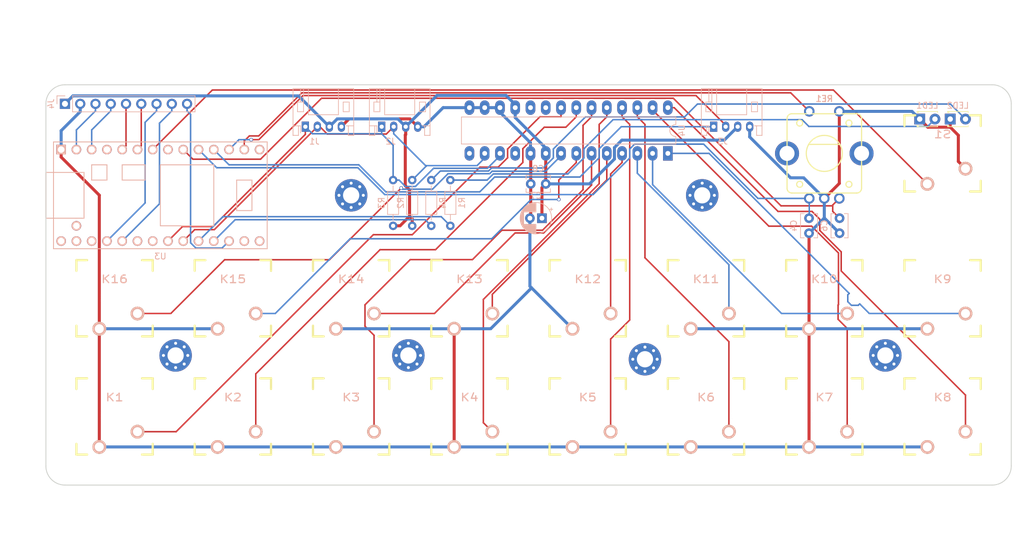
<source format=kicad_pcb>
(kicad_pcb (version 20171130) (host pcbnew 5.0.2+dfsg1-1+build1)

  (general
    (thickness 1.6)
    (drawings 13)
    (tracks 352)
    (zones 0)
    (modules 40)
    (nets 38)
  )

  (page A4)
  (layers
    (0 F.Cu signal)
    (31 B.Cu signal)
    (32 B.Adhes user)
    (33 F.Adhes user)
    (34 B.Paste user)
    (35 F.Paste user)
    (36 B.SilkS user)
    (37 F.SilkS user)
    (38 B.Mask user)
    (39 F.Mask user)
    (40 Dwgs.User user)
    (41 Cmts.User user)
    (42 Eco1.User user)
    (43 Eco2.User user)
    (44 Edge.Cuts user)
    (45 Margin user)
    (46 B.CrtYd user)
    (47 F.CrtYd user)
    (48 B.Fab user)
    (49 F.Fab user)
  )

  (setup
    (last_trace_width 0.25)
    (trace_clearance 0.2)
    (zone_clearance 0.508)
    (zone_45_only no)
    (trace_min 0.2)
    (segment_width 0.2)
    (edge_width 0.15)
    (via_size 0.6)
    (via_drill 0.4)
    (via_min_size 0.4)
    (via_min_drill 0.3)
    (uvia_size 0.3)
    (uvia_drill 0.1)
    (uvias_allowed no)
    (uvia_min_size 0.2)
    (uvia_min_drill 0.1)
    (pcb_text_width 0.3)
    (pcb_text_size 1.5 1.5)
    (mod_edge_width 0.15)
    (mod_text_size 1 1)
    (mod_text_width 0.15)
    (pad_size 1.524 1.524)
    (pad_drill 0.762)
    (pad_to_mask_clearance 0.2)
    (solder_mask_min_width 0.25)
    (aux_axis_origin 0 0)
    (visible_elements FFFFF77F)
    (pcbplotparams
      (layerselection 0x00030_80000001)
      (usegerberextensions false)
      (usegerberattributes false)
      (usegerberadvancedattributes false)
      (creategerberjobfile false)
      (excludeedgelayer true)
      (linewidth 0.100000)
      (plotframeref false)
      (viasonmask false)
      (mode 1)
      (useauxorigin false)
      (hpglpennumber 1)
      (hpglpenspeed 20)
      (hpglpendiameter 15.000000)
      (psnegative false)
      (psa4output false)
      (plotreference true)
      (plotvalue true)
      (plotinvisibletext false)
      (padsonsilk false)
      (subtractmaskfromsilk false)
      (outputformat 1)
      (mirror false)
      (drillshape 1)
      (scaleselection 1)
      (outputdirectory ""))
  )

  (net 0 "")
  (net 1 GND)
  (net 2 +3V3)
  (net 3 /RE1A)
  (net 4 /RE1B)
  (net 5 "Net-(K1-Pad2)")
  (net 6 "Net-(K2-Pad2)")
  (net 7 "Net-(K3-Pad2)")
  (net 8 "Net-(K4-Pad2)")
  (net 9 "Net-(K5-Pad2)")
  (net 10 "Net-(K6-Pad2)")
  (net 11 "Net-(K7-Pad2)")
  (net 12 "Net-(K8-Pad2)")
  (net 13 "Net-(K9-Pad2)")
  (net 14 "Net-(K10-Pad2)")
  (net 15 "Net-(K11-Pad2)")
  (net 16 "Net-(K12-Pad2)")
  (net 17 "Net-(K13-Pad2)")
  (net 18 "Net-(K14-Pad2)")
  (net 19 "Net-(K15-Pad2)")
  (net 20 "Net-(K16-Pad2)")
  (net 21 /SDA)
  (net 22 /SCL)
  (net 23 /RE1S)
  (net 24 /RX1)
  (net 25 /TX1)
  (net 26 "Net-(LED1-Pad2)")
  (net 27 "Net-(LED2-Pad2)")
  (net 28 "Net-(R1-Pad1)")
  (net 29 "Net-(R4-Pad1)")
  (net 30 "Net-(S1-Pad1)")
  (net 31 /T5)
  (net 32 /T6)
  (net 33 /T7)
  (net 34 /T4)
  (net 35 /T3)
  (net 36 /T2)
  (net 37 /T1)

  (net_class Default "This is the default net class."
    (clearance 0.2)
    (trace_width 0.25)
    (via_dia 0.6)
    (via_drill 0.4)
    (uvia_dia 0.3)
    (uvia_drill 0.1)
    (add_net /RE1A)
    (add_net /RE1B)
    (add_net /RE1S)
    (add_net /RX1)
    (add_net /SCL)
    (add_net /SDA)
    (add_net /T1)
    (add_net /T2)
    (add_net /T3)
    (add_net /T4)
    (add_net /T5)
    (add_net /T6)
    (add_net /T7)
    (add_net /TX1)
    (add_net "Net-(K1-Pad2)")
    (add_net "Net-(K10-Pad2)")
    (add_net "Net-(K11-Pad2)")
    (add_net "Net-(K12-Pad2)")
    (add_net "Net-(K13-Pad2)")
    (add_net "Net-(K14-Pad2)")
    (add_net "Net-(K15-Pad2)")
    (add_net "Net-(K16-Pad2)")
    (add_net "Net-(K2-Pad2)")
    (add_net "Net-(K3-Pad2)")
    (add_net "Net-(K4-Pad2)")
    (add_net "Net-(K5-Pad2)")
    (add_net "Net-(K6-Pad2)")
    (add_net "Net-(K7-Pad2)")
    (add_net "Net-(K8-Pad2)")
    (add_net "Net-(K9-Pad2)")
    (add_net "Net-(LED1-Pad2)")
    (add_net "Net-(LED2-Pad2)")
    (add_net "Net-(R1-Pad1)")
    (add_net "Net-(R4-Pad1)")
    (add_net "Net-(S1-Pad1)")
  )

  (net_class fat ""
    (clearance 0.2)
    (trace_width 0.5)
    (via_dia 0.6)
    (via_drill 0.4)
    (uvia_dia 0.3)
    (uvia_drill 0.1)
    (add_net +3V3)
    (add_net GND)
  )

  (module chordboard-footprints:Mounting_Hole (layer F.Cu) (tedit 5A95AC51) (tstamp 5A95ED49)
    (at 104.14 71.12)
    (descr "Mounting Hole 2.7mm")
    (tags "mounting hole 2.7mm")
    (path /5A96CDA5)
    (fp_text reference MK1 (at 0 -3.7) (layer F.SilkS) hide
      (effects (font (size 1 1) (thickness 0.15)))
    )
    (fp_text value Mounting_Hole (at 0 3.7) (layer F.Fab)
      (effects (font (size 1 1) (thickness 0.15)))
    )
    (fp_circle (center 0 0) (end 2.95 0) (layer F.CrtYd) (width 0.75))
    (fp_circle (center 0 0) (end 2.7 0) (layer Cmts.User) (width 0.15))
    (pad "" thru_hole circle (at 1.431891 -1.431891) (size 0.6 0.6) (drill 0.5) (layers *.Cu *.Mask))
    (pad "" thru_hole circle (at 0 -2.025) (size 0.6 0.6) (drill 0.5) (layers *.Cu *.Mask))
    (pad "" thru_hole circle (at -1.431891 -1.431891) (size 0.6 0.6) (drill 0.5) (layers *.Cu *.Mask))
    (pad "" thru_hole circle (at -2.025 0) (size 0.6 0.6) (drill 0.5) (layers *.Cu *.Mask))
    (pad "" thru_hole circle (at -1.431891 1.431891) (size 0.6 0.6) (drill 0.5) (layers *.Cu *.Mask))
    (pad "" thru_hole circle (at 0 2.025) (size 0.6 0.6) (drill 0.5) (layers *.Cu *.Mask))
    (pad "" thru_hole circle (at 1.431891 1.431891) (size 0.6 0.6) (drill 0.5) (layers *.Cu *.Mask))
    (pad "" thru_hole circle (at 2.025 0) (size 0.6 0.6) (drill 0.5) (layers *.Cu *.Mask))
    (pad 1 thru_hole circle (at 0 0) (size 5.4 5.4) (drill 2.7) (layers *.Cu *.Mask))
  )

  (module chordboard-footprints:Mounting_Hole (layer F.Cu) (tedit 5A95AC51) (tstamp 5A95ED56)
    (at 142.875 71.12)
    (descr "Mounting Hole 2.7mm")
    (tags "mounting hole 2.7mm")
    (path /5A96D512)
    (fp_text reference MK2 (at 0 -3.7) (layer F.SilkS) hide
      (effects (font (size 1 1) (thickness 0.15)))
    )
    (fp_text value Mounting_Hole (at 0 3.7) (layer F.Fab)
      (effects (font (size 1 1) (thickness 0.15)))
    )
    (fp_circle (center 0 0) (end 2.7 0) (layer Cmts.User) (width 0.15))
    (fp_circle (center 0 0) (end 2.95 0) (layer F.CrtYd) (width 0.75))
    (pad 1 thru_hole circle (at 0 0) (size 5.4 5.4) (drill 2.7) (layers *.Cu *.Mask))
    (pad "" thru_hole circle (at 2.025 0) (size 0.6 0.6) (drill 0.5) (layers *.Cu *.Mask))
    (pad "" thru_hole circle (at 1.431891 1.431891) (size 0.6 0.6) (drill 0.5) (layers *.Cu *.Mask))
    (pad "" thru_hole circle (at 0 2.025) (size 0.6 0.6) (drill 0.5) (layers *.Cu *.Mask))
    (pad "" thru_hole circle (at -1.431891 1.431891) (size 0.6 0.6) (drill 0.5) (layers *.Cu *.Mask))
    (pad "" thru_hole circle (at -2.025 0) (size 0.6 0.6) (drill 0.5) (layers *.Cu *.Mask))
    (pad "" thru_hole circle (at -1.431891 -1.431891) (size 0.6 0.6) (drill 0.5) (layers *.Cu *.Mask))
    (pad "" thru_hole circle (at 0 -2.025) (size 0.6 0.6) (drill 0.5) (layers *.Cu *.Mask))
    (pad "" thru_hole circle (at 1.431891 -1.431891) (size 0.6 0.6) (drill 0.5) (layers *.Cu *.Mask))
  )

  (module chordboard-footprints:Mounting_Hole (layer F.Cu) (tedit 5A95AC51) (tstamp 5A95ED63)
    (at 222.25 71.12)
    (descr "Mounting Hole 2.7mm")
    (tags "mounting hole 2.7mm")
    (path /5A96CEB7)
    (fp_text reference MK3 (at 0 -3.7) (layer F.SilkS) hide
      (effects (font (size 1 1) (thickness 0.15)))
    )
    (fp_text value Mounting_Hole (at 0 3.7) (layer F.Fab)
      (effects (font (size 1 1) (thickness 0.15)))
    )
    (fp_circle (center 0 0) (end 2.95 0) (layer F.CrtYd) (width 0.75))
    (fp_circle (center 0 0) (end 2.7 0) (layer Cmts.User) (width 0.15))
    (pad "" thru_hole circle (at 1.431891 -1.431891) (size 0.6 0.6) (drill 0.5) (layers *.Cu *.Mask))
    (pad "" thru_hole circle (at 0 -2.025) (size 0.6 0.6) (drill 0.5) (layers *.Cu *.Mask))
    (pad "" thru_hole circle (at -1.431891 -1.431891) (size 0.6 0.6) (drill 0.5) (layers *.Cu *.Mask))
    (pad "" thru_hole circle (at -2.025 0) (size 0.6 0.6) (drill 0.5) (layers *.Cu *.Mask))
    (pad "" thru_hole circle (at -1.431891 1.431891) (size 0.6 0.6) (drill 0.5) (layers *.Cu *.Mask))
    (pad "" thru_hole circle (at 0 2.025) (size 0.6 0.6) (drill 0.5) (layers *.Cu *.Mask))
    (pad "" thru_hole circle (at 1.431891 1.431891) (size 0.6 0.6) (drill 0.5) (layers *.Cu *.Mask))
    (pad "" thru_hole circle (at 2.025 0) (size 0.6 0.6) (drill 0.5) (layers *.Cu *.Mask))
    (pad 1 thru_hole circle (at 0 0) (size 5.4 5.4) (drill 2.7) (layers *.Cu *.Mask))
  )

  (module chordboard-footprints:Mounting_Hole (layer F.Cu) (tedit 5A95AC51) (tstamp 5D9D5A29)
    (at 191.77 44.45)
    (descr "Mounting Hole 2.7mm")
    (tags "mounting hole 2.7mm")
    (path /5A96CFBF)
    (fp_text reference MK4 (at 0 -3.7) (layer F.SilkS) hide
      (effects (font (size 1 1) (thickness 0.15)))
    )
    (fp_text value Mounting_Hole (at 0 3.7) (layer F.Fab)
      (effects (font (size 1 1) (thickness 0.15)))
    )
    (fp_circle (center 0 0) (end 2.7 0) (layer Cmts.User) (width 0.15))
    (fp_circle (center 0 0) (end 2.95 0) (layer F.CrtYd) (width 0.75))
    (pad 1 thru_hole circle (at 0 0) (size 5.4 5.4) (drill 2.7) (layers *.Cu *.Mask))
    (pad "" thru_hole circle (at 2.025 0) (size 0.6 0.6) (drill 0.5) (layers *.Cu *.Mask))
    (pad "" thru_hole circle (at 1.431891 1.431891) (size 0.6 0.6) (drill 0.5) (layers *.Cu *.Mask))
    (pad "" thru_hole circle (at 0 2.025) (size 0.6 0.6) (drill 0.5) (layers *.Cu *.Mask))
    (pad "" thru_hole circle (at -1.431891 1.431891) (size 0.6 0.6) (drill 0.5) (layers *.Cu *.Mask))
    (pad "" thru_hole circle (at -2.025 0) (size 0.6 0.6) (drill 0.5) (layers *.Cu *.Mask))
    (pad "" thru_hole circle (at -1.431891 -1.431891) (size 0.6 0.6) (drill 0.5) (layers *.Cu *.Mask))
    (pad "" thru_hole circle (at 0 -2.025) (size 0.6 0.6) (drill 0.5) (layers *.Cu *.Mask))
    (pad "" thru_hole circle (at 1.431891 -1.431891) (size 0.6 0.6) (drill 0.5) (layers *.Cu *.Mask))
  )

  (module chordboard-footprints:Mounting_Hole (layer F.Cu) (tedit 5A95AC51) (tstamp 5D9E45C5)
    (at 182.245 71.755)
    (descr "Mounting Hole 2.7mm")
    (tags "mounting hole 2.7mm")
    (path /5A96D0CC)
    (fp_text reference MK5 (at 0 -3.7) (layer F.SilkS) hide
      (effects (font (size 1 1) (thickness 0.15)))
    )
    (fp_text value Mounting_Hole (at 0 3.7) (layer F.Fab)
      (effects (font (size 1 1) (thickness 0.15)))
    )
    (fp_circle (center 0 0) (end 2.7 0) (layer Cmts.User) (width 0.15))
    (fp_circle (center 0 0) (end 2.95 0) (layer F.CrtYd) (width 0.75))
    (pad 1 thru_hole circle (at 0 0) (size 5.4 5.4) (drill 2.7) (layers *.Cu *.Mask))
    (pad "" thru_hole circle (at 2.025 0) (size 0.6 0.6) (drill 0.5) (layers *.Cu *.Mask))
    (pad "" thru_hole circle (at 1.431891 1.431891) (size 0.6 0.6) (drill 0.5) (layers *.Cu *.Mask))
    (pad "" thru_hole circle (at 0 2.025) (size 0.6 0.6) (drill 0.5) (layers *.Cu *.Mask))
    (pad "" thru_hole circle (at -1.431891 1.431891) (size 0.6 0.6) (drill 0.5) (layers *.Cu *.Mask))
    (pad "" thru_hole circle (at -2.025 0) (size 0.6 0.6) (drill 0.5) (layers *.Cu *.Mask))
    (pad "" thru_hole circle (at -1.431891 -1.431891) (size 0.6 0.6) (drill 0.5) (layers *.Cu *.Mask))
    (pad "" thru_hole circle (at 0 -2.025) (size 0.6 0.6) (drill 0.5) (layers *.Cu *.Mask))
    (pad "" thru_hole circle (at 1.431891 -1.431891) (size 0.6 0.6) (drill 0.5) (layers *.Cu *.Mask))
  )

  (module chordboard-footprints:Mounting_Hole (layer F.Cu) (tedit 5A95AC51) (tstamp 5A982EA2)
    (at 133.35 44.45)
    (descr "Mounting Hole 2.7mm")
    (tags "mounting hole 2.7mm")
    (path /5A9B951B)
    (fp_text reference MK6 (at 0 -3.7) (layer F.SilkS) hide
      (effects (font (size 1 1) (thickness 0.15)))
    )
    (fp_text value Mounting_Hole (at 0 3.7) (layer F.Fab)
      (effects (font (size 1 1) (thickness 0.15)))
    )
    (fp_circle (center 0 0) (end 2.95 0) (layer F.CrtYd) (width 0.75))
    (fp_circle (center 0 0) (end 2.7 0) (layer Cmts.User) (width 0.15))
    (pad "" thru_hole circle (at 1.431891 -1.431891) (size 0.6 0.6) (drill 0.5) (layers *.Cu *.Mask))
    (pad "" thru_hole circle (at 0 -2.025) (size 0.6 0.6) (drill 0.5) (layers *.Cu *.Mask))
    (pad "" thru_hole circle (at -1.431891 -1.431891) (size 0.6 0.6) (drill 0.5) (layers *.Cu *.Mask))
    (pad "" thru_hole circle (at -2.025 0) (size 0.6 0.6) (drill 0.5) (layers *.Cu *.Mask))
    (pad "" thru_hole circle (at -1.431891 1.431891) (size 0.6 0.6) (drill 0.5) (layers *.Cu *.Mask))
    (pad "" thru_hole circle (at 0 2.025) (size 0.6 0.6) (drill 0.5) (layers *.Cu *.Mask))
    (pad "" thru_hole circle (at 1.431891 1.431891) (size 0.6 0.6) (drill 0.5) (layers *.Cu *.Mask))
    (pad "" thru_hole circle (at 2.025 0) (size 0.6 0.6) (drill 0.5) (layers *.Cu *.Mask))
    (pad 1 thru_hole circle (at 0 0) (size 5.4 5.4) (drill 2.7) (layers *.Cu *.Mask))
  )

  (module Capacitor_THT:C_Disc_D3.8mm_W2.6mm_P2.50mm (layer B.Cu) (tedit 5AE50EF0) (tstamp 5D85B1D7)
    (at 209.55 48.26 270)
    (descr "C, Disc series, Radial, pin pitch=2.50mm, , diameter*width=3.8*2.6mm^2, Capacitor, http://www.vishay.com/docs/45233/krseries.pdf")
    (tags "C Disc series Radial pin pitch 2.50mm  diameter 3.8mm width 2.6mm Capacitor")
    (path /5A9692DA)
    (fp_text reference C4 (at 1.25 2.55 270) (layer B.SilkS)
      (effects (font (size 1 1) (thickness 0.15)) (justify mirror))
    )
    (fp_text value C (at 1.25 -2.55 270) (layer B.Fab)
      (effects (font (size 1 1) (thickness 0.15)) (justify mirror))
    )
    (fp_line (start -0.65 1.3) (end -0.65 -1.3) (layer B.Fab) (width 0.1))
    (fp_line (start -0.65 -1.3) (end 3.15 -1.3) (layer B.Fab) (width 0.1))
    (fp_line (start 3.15 -1.3) (end 3.15 1.3) (layer B.Fab) (width 0.1))
    (fp_line (start 3.15 1.3) (end -0.65 1.3) (layer B.Fab) (width 0.1))
    (fp_line (start -0.77 1.42) (end 3.27 1.42) (layer B.SilkS) (width 0.12))
    (fp_line (start -0.77 -1.42) (end 3.27 -1.42) (layer B.SilkS) (width 0.12))
    (fp_line (start -0.77 1.42) (end -0.77 0.795) (layer B.SilkS) (width 0.12))
    (fp_line (start -0.77 -0.795) (end -0.77 -1.42) (layer B.SilkS) (width 0.12))
    (fp_line (start 3.27 1.42) (end 3.27 0.795) (layer B.SilkS) (width 0.12))
    (fp_line (start 3.27 -0.795) (end 3.27 -1.42) (layer B.SilkS) (width 0.12))
    (fp_line (start -1.05 1.55) (end -1.05 -1.55) (layer B.CrtYd) (width 0.05))
    (fp_line (start -1.05 -1.55) (end 3.55 -1.55) (layer B.CrtYd) (width 0.05))
    (fp_line (start 3.55 -1.55) (end 3.55 1.55) (layer B.CrtYd) (width 0.05))
    (fp_line (start 3.55 1.55) (end -1.05 1.55) (layer B.CrtYd) (width 0.05))
    (fp_text user %R (at 1.25 0 270) (layer B.Fab)
      (effects (font (size 0.76 0.76) (thickness 0.114)) (justify mirror))
    )
    (pad 1 thru_hole circle (at 0 0 270) (size 1.6 1.6) (drill 0.8) (layers *.Cu *.Mask)
      (net 3 /RE1A))
    (pad 2 thru_hole circle (at 2.5 0 270) (size 1.6 1.6) (drill 0.8) (layers *.Cu *.Mask)
      (net 1 GND))
    (model ${KISYS3DMOD}/Capacitor_THT.3dshapes/C_Disc_D3.8mm_W2.6mm_P2.50mm.wrl
      (at (xyz 0 0 0))
      (scale (xyz 1 1 1))
      (rotate (xyz 0 0 0))
    )
  )

  (module Capacitor_THT:C_Disc_D3.8mm_W2.6mm_P2.50mm (layer B.Cu) (tedit 5AE50EF0) (tstamp 5D9E457F)
    (at 214.63 48.26 270)
    (descr "C, Disc series, Radial, pin pitch=2.50mm, , diameter*width=3.8*2.6mm^2, Capacitor, http://www.vishay.com/docs/45233/krseries.pdf")
    (tags "C Disc series Radial pin pitch 2.50mm  diameter 3.8mm width 2.6mm Capacitor")
    (path /5A968C73)
    (fp_text reference C6 (at 1.25 2.55 270) (layer B.SilkS)
      (effects (font (size 1 1) (thickness 0.15)) (justify mirror))
    )
    (fp_text value C (at 1.25 -2.55 270) (layer B.Fab)
      (effects (font (size 1 1) (thickness 0.15)) (justify mirror))
    )
    (fp_text user %R (at 1.25 0 270) (layer B.Fab)
      (effects (font (size 0.76 0.76) (thickness 0.114)) (justify mirror))
    )
    (fp_line (start 3.55 1.55) (end -1.05 1.55) (layer B.CrtYd) (width 0.05))
    (fp_line (start 3.55 -1.55) (end 3.55 1.55) (layer B.CrtYd) (width 0.05))
    (fp_line (start -1.05 -1.55) (end 3.55 -1.55) (layer B.CrtYd) (width 0.05))
    (fp_line (start -1.05 1.55) (end -1.05 -1.55) (layer B.CrtYd) (width 0.05))
    (fp_line (start 3.27 -0.795) (end 3.27 -1.42) (layer B.SilkS) (width 0.12))
    (fp_line (start 3.27 1.42) (end 3.27 0.795) (layer B.SilkS) (width 0.12))
    (fp_line (start -0.77 -0.795) (end -0.77 -1.42) (layer B.SilkS) (width 0.12))
    (fp_line (start -0.77 1.42) (end -0.77 0.795) (layer B.SilkS) (width 0.12))
    (fp_line (start -0.77 -1.42) (end 3.27 -1.42) (layer B.SilkS) (width 0.12))
    (fp_line (start -0.77 1.42) (end 3.27 1.42) (layer B.SilkS) (width 0.12))
    (fp_line (start 3.15 1.3) (end -0.65 1.3) (layer B.Fab) (width 0.1))
    (fp_line (start 3.15 -1.3) (end 3.15 1.3) (layer B.Fab) (width 0.1))
    (fp_line (start -0.65 -1.3) (end 3.15 -1.3) (layer B.Fab) (width 0.1))
    (fp_line (start -0.65 1.3) (end -0.65 -1.3) (layer B.Fab) (width 0.1))
    (pad 2 thru_hole circle (at 2.5 0 270) (size 1.6 1.6) (drill 0.8) (layers *.Cu *.Mask)
      (net 1 GND))
    (pad 1 thru_hole circle (at 0 0 270) (size 1.6 1.6) (drill 0.8) (layers *.Cu *.Mask)
      (net 4 /RE1B))
    (model ${KISYS3DMOD}/Capacitor_THT.3dshapes/C_Disc_D3.8mm_W2.6mm_P2.50mm.wrl
      (at (xyz 0 0 0))
      (scale (xyz 1 1 1))
      (rotate (xyz 0 0 0))
    )
  )

  (module Capacitor_THT:C_Disc_D3.8mm_W2.6mm_P2.50mm (layer B.Cu) (tedit 5AE50EF0) (tstamp 5D9D5177)
    (at 165.735 42.545 180)
    (descr "C, Disc series, Radial, pin pitch=2.50mm, , diameter*width=3.8*2.6mm^2, Capacitor, http://www.vishay.com/docs/45233/krseries.pdf")
    (tags "C Disc series Radial pin pitch 2.50mm  diameter 3.8mm width 2.6mm Capacitor")
    (path /5A966147)
    (fp_text reference C8 (at 1.25 2.55 180) (layer B.SilkS)
      (effects (font (size 1 1) (thickness 0.15)) (justify mirror))
    )
    (fp_text value C (at 1.25 -2.55 180) (layer B.Fab)
      (effects (font (size 1 1) (thickness 0.15)) (justify mirror))
    )
    (fp_line (start -0.65 1.3) (end -0.65 -1.3) (layer B.Fab) (width 0.1))
    (fp_line (start -0.65 -1.3) (end 3.15 -1.3) (layer B.Fab) (width 0.1))
    (fp_line (start 3.15 -1.3) (end 3.15 1.3) (layer B.Fab) (width 0.1))
    (fp_line (start 3.15 1.3) (end -0.65 1.3) (layer B.Fab) (width 0.1))
    (fp_line (start -0.77 1.42) (end 3.27 1.42) (layer B.SilkS) (width 0.12))
    (fp_line (start -0.77 -1.42) (end 3.27 -1.42) (layer B.SilkS) (width 0.12))
    (fp_line (start -0.77 1.42) (end -0.77 0.795) (layer B.SilkS) (width 0.12))
    (fp_line (start -0.77 -0.795) (end -0.77 -1.42) (layer B.SilkS) (width 0.12))
    (fp_line (start 3.27 1.42) (end 3.27 0.795) (layer B.SilkS) (width 0.12))
    (fp_line (start 3.27 -0.795) (end 3.27 -1.42) (layer B.SilkS) (width 0.12))
    (fp_line (start -1.05 1.55) (end -1.05 -1.55) (layer B.CrtYd) (width 0.05))
    (fp_line (start -1.05 -1.55) (end 3.55 -1.55) (layer B.CrtYd) (width 0.05))
    (fp_line (start 3.55 -1.55) (end 3.55 1.55) (layer B.CrtYd) (width 0.05))
    (fp_line (start 3.55 1.55) (end -1.05 1.55) (layer B.CrtYd) (width 0.05))
    (fp_text user %R (at 1.25 0 180) (layer B.Fab)
      (effects (font (size 0.76 0.76) (thickness 0.114)) (justify mirror))
    )
    (pad 1 thru_hole circle (at 0 0 180) (size 1.6 1.6) (drill 0.8) (layers *.Cu *.Mask)
      (net 2 +3V3))
    (pad 2 thru_hole circle (at 2.5 0 180) (size 1.6 1.6) (drill 0.8) (layers *.Cu *.Mask)
      (net 1 GND))
    (model ${KISYS3DMOD}/Capacitor_THT.3dshapes/C_Disc_D3.8mm_W2.6mm_P2.50mm.wrl
      (at (xyz 0 0 0))
      (scale (xyz 1 1 1))
      (rotate (xyz 0 0 0))
    )
  )

  (module chordboard-footprints:GROVE_I2C_ANGLED (layer B.Cu) (tedit 5A7CA1AE) (tstamp 5D85B24F)
    (at 125.73 33.02)
    (descr "JST PH series connector, S4B-PH-K, side entry type, through hole, Datasheet: http://www.jst-mfg.com/product/pdf/eng/ePH.pdf")
    (tags "connector jst ph")
    (path /5A9C5963)
    (fp_text reference J1 (at 1.5 2.45) (layer B.SilkS)
      (effects (font (size 1 1) (thickness 0.15)) (justify mirror))
    )
    (fp_text value GROVE_I2C (at 3 -7.25) (layer B.Fab)
      (effects (font (size 1 1) (thickness 0.15)) (justify mirror))
    )
    (fp_line (start 0.5 -6.35) (end 0.5 -2) (layer B.SilkS) (width 0.12))
    (fp_line (start 0.5 -2) (end 5.5 -2) (layer B.SilkS) (width 0.12))
    (fp_line (start 5.5 -2) (end 5.5 -6.35) (layer B.SilkS) (width 0.12))
    (fp_line (start -0.8 -0.15) (end -1.15 -0.15) (layer B.SilkS) (width 0.12))
    (fp_line (start -1.15 -0.15) (end -1.15 1.45) (layer B.SilkS) (width 0.12))
    (fp_line (start -1.15 1.45) (end -2.05 1.45) (layer B.SilkS) (width 0.12))
    (fp_line (start -2.05 1.45) (end -2.05 -6.35) (layer B.SilkS) (width 0.12))
    (fp_line (start -2.05 -6.35) (end 8.05 -6.35) (layer B.SilkS) (width 0.12))
    (fp_line (start 8.05 -6.35) (end 8.05 1.45) (layer B.SilkS) (width 0.12))
    (fp_line (start 8.05 1.45) (end 7.15 1.45) (layer B.SilkS) (width 0.12))
    (fp_line (start 7.15 1.45) (end 7.15 -0.15) (layer B.SilkS) (width 0.12))
    (fp_line (start 7.15 -0.15) (end 6.8 -0.15) (layer B.SilkS) (width 0.12))
    (fp_line (start -2.05 -0.15) (end -1.15 -0.15) (layer B.SilkS) (width 0.12))
    (fp_line (start 8.05 -0.15) (end 7.15 -0.15) (layer B.SilkS) (width 0.12))
    (fp_line (start -1.3 -2.5) (end -1.3 -4.1) (layer B.SilkS) (width 0.12))
    (fp_line (start -1.3 -4.1) (end -0.3 -4.1) (layer B.SilkS) (width 0.12))
    (fp_line (start -0.3 -4.1) (end -0.3 -2.5) (layer B.SilkS) (width 0.12))
    (fp_line (start -0.3 -2.5) (end -1.3 -2.5) (layer B.SilkS) (width 0.12))
    (fp_line (start 7.3 -2.5) (end 7.3 -4.1) (layer B.SilkS) (width 0.12))
    (fp_line (start 7.3 -4.1) (end 6.3 -4.1) (layer B.SilkS) (width 0.12))
    (fp_line (start 6.3 -4.1) (end 6.3 -2.5) (layer B.SilkS) (width 0.12))
    (fp_line (start 6.3 -2.5) (end 7.3 -2.5) (layer B.SilkS) (width 0.12))
    (fp_line (start -0.3 -4.1) (end -0.3 -6.35) (layer B.SilkS) (width 0.12))
    (fp_line (start -0.8 -4.1) (end -0.8 -6.35) (layer B.SilkS) (width 0.12))
    (fp_line (start -2.45 1.85) (end -2.45 -6.75) (layer B.CrtYd) (width 0.05))
    (fp_line (start -2.45 -6.75) (end 8.45 -6.75) (layer B.CrtYd) (width 0.05))
    (fp_line (start 8.45 -6.75) (end 8.45 1.85) (layer B.CrtYd) (width 0.05))
    (fp_line (start 8.45 1.85) (end -2.45 1.85) (layer B.CrtYd) (width 0.05))
    (fp_line (start -1.25 -0.25) (end -1.25 1.35) (layer B.Fab) (width 0.1))
    (fp_line (start -1.25 1.35) (end -1.95 1.35) (layer B.Fab) (width 0.1))
    (fp_line (start -1.95 1.35) (end -1.95 -6.25) (layer B.Fab) (width 0.1))
    (fp_line (start -1.95 -6.25) (end 7.95 -6.25) (layer B.Fab) (width 0.1))
    (fp_line (start 7.95 -6.25) (end 7.95 1.35) (layer B.Fab) (width 0.1))
    (fp_line (start 7.95 1.35) (end 7.25 1.35) (layer B.Fab) (width 0.1))
    (fp_line (start 7.25 1.35) (end 7.25 -0.25) (layer B.Fab) (width 0.1))
    (fp_line (start 7.25 -0.25) (end -1.25 -0.25) (layer B.Fab) (width 0.1))
    (fp_line (start -0.8 -0.15) (end -0.8 1.05) (layer B.SilkS) (width 0.12))
    (fp_line (start 0 -0.85) (end -0.5 -1.35) (layer B.Fab) (width 0.1))
    (fp_line (start -0.5 -1.35) (end 0.5 -1.35) (layer B.Fab) (width 0.1))
    (fp_line (start 0.5 -1.35) (end 0 -0.85) (layer B.Fab) (width 0.1))
    (fp_text user %R (at 3 -2.5) (layer B.Fab)
      (effects (font (size 1 1) (thickness 0.15)) (justify mirror))
    )
    (pad 1 thru_hole rect (at 0 0) (size 1.2 1.7) (drill 0.7) (layers *.Cu *.Mask)
      (net 22 /SCL))
    (pad 2 thru_hole oval (at 2 0) (size 1.2 1.7) (drill 0.7) (layers *.Cu *.Mask)
      (net 21 /SDA))
    (pad 3 thru_hole oval (at 4 0) (size 1.2 1.7) (drill 0.7) (layers *.Cu *.Mask)
      (net 2 +3V3))
    (pad 4 thru_hole oval (at 6 0) (size 1.2 1.7) (drill 0.7) (layers *.Cu *.Mask)
      (net 1 GND))
    (model Connectors_JST.3dshapes/JST_PH_S4B-PH-K_04x2.00mm_Angled.wrl
      (at (xyz 0 0 0))
      (scale (xyz 1 1 1))
      (rotate (xyz 0 0 0))
    )
  )

  (module chordboard-footprints:GROVE_I2C_ANGLED (layer B.Cu) (tedit 5A7CA1AE) (tstamp 5D85B27F)
    (at 138.43 33.02)
    (descr "JST PH series connector, S4B-PH-K, side entry type, through hole, Datasheet: http://www.jst-mfg.com/product/pdf/eng/ePH.pdf")
    (tags "connector jst ph")
    (path /5A9C56B7)
    (fp_text reference J2 (at 1.5 2.45) (layer B.SilkS)
      (effects (font (size 1 1) (thickness 0.15)) (justify mirror))
    )
    (fp_text value GROVE_I2C (at 3 -7.25) (layer B.Fab)
      (effects (font (size 1 1) (thickness 0.15)) (justify mirror))
    )
    (fp_line (start 0.5 -6.35) (end 0.5 -2) (layer B.SilkS) (width 0.12))
    (fp_line (start 0.5 -2) (end 5.5 -2) (layer B.SilkS) (width 0.12))
    (fp_line (start 5.5 -2) (end 5.5 -6.35) (layer B.SilkS) (width 0.12))
    (fp_line (start -0.8 -0.15) (end -1.15 -0.15) (layer B.SilkS) (width 0.12))
    (fp_line (start -1.15 -0.15) (end -1.15 1.45) (layer B.SilkS) (width 0.12))
    (fp_line (start -1.15 1.45) (end -2.05 1.45) (layer B.SilkS) (width 0.12))
    (fp_line (start -2.05 1.45) (end -2.05 -6.35) (layer B.SilkS) (width 0.12))
    (fp_line (start -2.05 -6.35) (end 8.05 -6.35) (layer B.SilkS) (width 0.12))
    (fp_line (start 8.05 -6.35) (end 8.05 1.45) (layer B.SilkS) (width 0.12))
    (fp_line (start 8.05 1.45) (end 7.15 1.45) (layer B.SilkS) (width 0.12))
    (fp_line (start 7.15 1.45) (end 7.15 -0.15) (layer B.SilkS) (width 0.12))
    (fp_line (start 7.15 -0.15) (end 6.8 -0.15) (layer B.SilkS) (width 0.12))
    (fp_line (start -2.05 -0.15) (end -1.15 -0.15) (layer B.SilkS) (width 0.12))
    (fp_line (start 8.05 -0.15) (end 7.15 -0.15) (layer B.SilkS) (width 0.12))
    (fp_line (start -1.3 -2.5) (end -1.3 -4.1) (layer B.SilkS) (width 0.12))
    (fp_line (start -1.3 -4.1) (end -0.3 -4.1) (layer B.SilkS) (width 0.12))
    (fp_line (start -0.3 -4.1) (end -0.3 -2.5) (layer B.SilkS) (width 0.12))
    (fp_line (start -0.3 -2.5) (end -1.3 -2.5) (layer B.SilkS) (width 0.12))
    (fp_line (start 7.3 -2.5) (end 7.3 -4.1) (layer B.SilkS) (width 0.12))
    (fp_line (start 7.3 -4.1) (end 6.3 -4.1) (layer B.SilkS) (width 0.12))
    (fp_line (start 6.3 -4.1) (end 6.3 -2.5) (layer B.SilkS) (width 0.12))
    (fp_line (start 6.3 -2.5) (end 7.3 -2.5) (layer B.SilkS) (width 0.12))
    (fp_line (start -0.3 -4.1) (end -0.3 -6.35) (layer B.SilkS) (width 0.12))
    (fp_line (start -0.8 -4.1) (end -0.8 -6.35) (layer B.SilkS) (width 0.12))
    (fp_line (start -2.45 1.85) (end -2.45 -6.75) (layer B.CrtYd) (width 0.05))
    (fp_line (start -2.45 -6.75) (end 8.45 -6.75) (layer B.CrtYd) (width 0.05))
    (fp_line (start 8.45 -6.75) (end 8.45 1.85) (layer B.CrtYd) (width 0.05))
    (fp_line (start 8.45 1.85) (end -2.45 1.85) (layer B.CrtYd) (width 0.05))
    (fp_line (start -1.25 -0.25) (end -1.25 1.35) (layer B.Fab) (width 0.1))
    (fp_line (start -1.25 1.35) (end -1.95 1.35) (layer B.Fab) (width 0.1))
    (fp_line (start -1.95 1.35) (end -1.95 -6.25) (layer B.Fab) (width 0.1))
    (fp_line (start -1.95 -6.25) (end 7.95 -6.25) (layer B.Fab) (width 0.1))
    (fp_line (start 7.95 -6.25) (end 7.95 1.35) (layer B.Fab) (width 0.1))
    (fp_line (start 7.95 1.35) (end 7.25 1.35) (layer B.Fab) (width 0.1))
    (fp_line (start 7.25 1.35) (end 7.25 -0.25) (layer B.Fab) (width 0.1))
    (fp_line (start 7.25 -0.25) (end -1.25 -0.25) (layer B.Fab) (width 0.1))
    (fp_line (start -0.8 -0.15) (end -0.8 1.05) (layer B.SilkS) (width 0.12))
    (fp_line (start 0 -0.85) (end -0.5 -1.35) (layer B.Fab) (width 0.1))
    (fp_line (start -0.5 -1.35) (end 0.5 -1.35) (layer B.Fab) (width 0.1))
    (fp_line (start 0.5 -1.35) (end 0 -0.85) (layer B.Fab) (width 0.1))
    (fp_text user %R (at 3 -2.5) (layer B.Fab)
      (effects (font (size 1 1) (thickness 0.15)) (justify mirror))
    )
    (pad 1 thru_hole rect (at 0 0) (size 1.2 1.7) (drill 0.7) (layers *.Cu *.Mask)
      (net 22 /SCL))
    (pad 2 thru_hole oval (at 2 0) (size 1.2 1.7) (drill 0.7) (layers *.Cu *.Mask)
      (net 21 /SDA))
    (pad 3 thru_hole oval (at 4 0) (size 1.2 1.7) (drill 0.7) (layers *.Cu *.Mask)
      (net 2 +3V3))
    (pad 4 thru_hole oval (at 6 0) (size 1.2 1.7) (drill 0.7) (layers *.Cu *.Mask)
      (net 1 GND))
    (model Connectors_JST.3dshapes/JST_PH_S4B-PH-K_04x2.00mm_Angled.wrl
      (at (xyz 0 0 0))
      (scale (xyz 1 1 1))
      (rotate (xyz 0 0 0))
    )
  )

  (module chordboard-footprints:GROVE_I2C_ANGLED (layer B.Cu) (tedit 5A7CA1AE) (tstamp 5D9E8798)
    (at 193.675 33.02)
    (descr "JST PH series connector, S4B-PH-K, side entry type, through hole, Datasheet: http://www.jst-mfg.com/product/pdf/eng/ePH.pdf")
    (tags "connector jst ph")
    (path /5A9C5782)
    (fp_text reference J3 (at 1.5 2.45) (layer B.SilkS)
      (effects (font (size 1 1) (thickness 0.15)) (justify mirror))
    )
    (fp_text value GROVE_UART (at 3 -7.25) (layer B.Fab)
      (effects (font (size 1 1) (thickness 0.15)) (justify mirror))
    )
    (fp_line (start 0.5 -6.35) (end 0.5 -2) (layer B.SilkS) (width 0.12))
    (fp_line (start 0.5 -2) (end 5.5 -2) (layer B.SilkS) (width 0.12))
    (fp_line (start 5.5 -2) (end 5.5 -6.35) (layer B.SilkS) (width 0.12))
    (fp_line (start -0.8 -0.15) (end -1.15 -0.15) (layer B.SilkS) (width 0.12))
    (fp_line (start -1.15 -0.15) (end -1.15 1.45) (layer B.SilkS) (width 0.12))
    (fp_line (start -1.15 1.45) (end -2.05 1.45) (layer B.SilkS) (width 0.12))
    (fp_line (start -2.05 1.45) (end -2.05 -6.35) (layer B.SilkS) (width 0.12))
    (fp_line (start -2.05 -6.35) (end 8.05 -6.35) (layer B.SilkS) (width 0.12))
    (fp_line (start 8.05 -6.35) (end 8.05 1.45) (layer B.SilkS) (width 0.12))
    (fp_line (start 8.05 1.45) (end 7.15 1.45) (layer B.SilkS) (width 0.12))
    (fp_line (start 7.15 1.45) (end 7.15 -0.15) (layer B.SilkS) (width 0.12))
    (fp_line (start 7.15 -0.15) (end 6.8 -0.15) (layer B.SilkS) (width 0.12))
    (fp_line (start -2.05 -0.15) (end -1.15 -0.15) (layer B.SilkS) (width 0.12))
    (fp_line (start 8.05 -0.15) (end 7.15 -0.15) (layer B.SilkS) (width 0.12))
    (fp_line (start -1.3 -2.5) (end -1.3 -4.1) (layer B.SilkS) (width 0.12))
    (fp_line (start -1.3 -4.1) (end -0.3 -4.1) (layer B.SilkS) (width 0.12))
    (fp_line (start -0.3 -4.1) (end -0.3 -2.5) (layer B.SilkS) (width 0.12))
    (fp_line (start -0.3 -2.5) (end -1.3 -2.5) (layer B.SilkS) (width 0.12))
    (fp_line (start 7.3 -2.5) (end 7.3 -4.1) (layer B.SilkS) (width 0.12))
    (fp_line (start 7.3 -4.1) (end 6.3 -4.1) (layer B.SilkS) (width 0.12))
    (fp_line (start 6.3 -4.1) (end 6.3 -2.5) (layer B.SilkS) (width 0.12))
    (fp_line (start 6.3 -2.5) (end 7.3 -2.5) (layer B.SilkS) (width 0.12))
    (fp_line (start -0.3 -4.1) (end -0.3 -6.35) (layer B.SilkS) (width 0.12))
    (fp_line (start -0.8 -4.1) (end -0.8 -6.35) (layer B.SilkS) (width 0.12))
    (fp_line (start -2.45 1.85) (end -2.45 -6.75) (layer B.CrtYd) (width 0.05))
    (fp_line (start -2.45 -6.75) (end 8.45 -6.75) (layer B.CrtYd) (width 0.05))
    (fp_line (start 8.45 -6.75) (end 8.45 1.85) (layer B.CrtYd) (width 0.05))
    (fp_line (start 8.45 1.85) (end -2.45 1.85) (layer B.CrtYd) (width 0.05))
    (fp_line (start -1.25 -0.25) (end -1.25 1.35) (layer B.Fab) (width 0.1))
    (fp_line (start -1.25 1.35) (end -1.95 1.35) (layer B.Fab) (width 0.1))
    (fp_line (start -1.95 1.35) (end -1.95 -6.25) (layer B.Fab) (width 0.1))
    (fp_line (start -1.95 -6.25) (end 7.95 -6.25) (layer B.Fab) (width 0.1))
    (fp_line (start 7.95 -6.25) (end 7.95 1.35) (layer B.Fab) (width 0.1))
    (fp_line (start 7.95 1.35) (end 7.25 1.35) (layer B.Fab) (width 0.1))
    (fp_line (start 7.25 1.35) (end 7.25 -0.25) (layer B.Fab) (width 0.1))
    (fp_line (start 7.25 -0.25) (end -1.25 -0.25) (layer B.Fab) (width 0.1))
    (fp_line (start -0.8 -0.15) (end -0.8 1.05) (layer B.SilkS) (width 0.12))
    (fp_line (start 0 -0.85) (end -0.5 -1.35) (layer B.Fab) (width 0.1))
    (fp_line (start -0.5 -1.35) (end 0.5 -1.35) (layer B.Fab) (width 0.1))
    (fp_line (start 0.5 -1.35) (end 0 -0.85) (layer B.Fab) (width 0.1))
    (fp_text user %R (at 3 -2.5) (layer B.Fab)
      (effects (font (size 1 1) (thickness 0.15)) (justify mirror))
    )
    (pad 1 thru_hole rect (at 0 0) (size 1.2 1.7) (drill 0.7) (layers *.Cu *.Mask)
      (net 24 /RX1))
    (pad 2 thru_hole oval (at 2 0) (size 1.2 1.7) (drill 0.7) (layers *.Cu *.Mask)
      (net 25 /TX1))
    (pad 3 thru_hole oval (at 4 0) (size 1.2 1.7) (drill 0.7) (layers *.Cu *.Mask)
      (net 2 +3V3))
    (pad 4 thru_hole oval (at 6 0) (size 1.2 1.7) (drill 0.7) (layers *.Cu *.Mask)
      (net 1 GND))
    (model Connectors_JST.3dshapes/JST_PH_S4B-PH-K_04x2.00mm_Angled.wrl
      (at (xyz 0 0 0))
      (scale (xyz 1 1 1))
      (rotate (xyz 0 0 0))
    )
  )

  (module Resistor_THT:R_Axial_DIN0204_L3.6mm_D1.6mm_P7.62mm_Horizontal (layer B.Cu) (tedit 5AE5139B) (tstamp 5D85BFD3)
    (at 143.51 41.91 270)
    (descr "Resistor, Axial_DIN0204 series, Axial, Horizontal, pin pitch=7.62mm, 0.167W, length*diameter=3.6*1.6mm^2, http://cdn-reichelt.de/documents/datenblatt/B400/1_4W%23YAG.pdf")
    (tags "Resistor Axial_DIN0204 series Axial Horizontal pin pitch 7.62mm 0.167W length 3.6mm diameter 1.6mm")
    (path /5A968217)
    (fp_text reference R2 (at 3.81 1.92 270) (layer B.SilkS)
      (effects (font (size 1 1) (thickness 0.15)) (justify mirror))
    )
    (fp_text value R (at 3.81 -1.92 270) (layer B.Fab)
      (effects (font (size 1 1) (thickness 0.15)) (justify mirror))
    )
    (fp_line (start 2.01 0.8) (end 2.01 -0.8) (layer B.Fab) (width 0.1))
    (fp_line (start 2.01 -0.8) (end 5.61 -0.8) (layer B.Fab) (width 0.1))
    (fp_line (start 5.61 -0.8) (end 5.61 0.8) (layer B.Fab) (width 0.1))
    (fp_line (start 5.61 0.8) (end 2.01 0.8) (layer B.Fab) (width 0.1))
    (fp_line (start 0 0) (end 2.01 0) (layer B.Fab) (width 0.1))
    (fp_line (start 7.62 0) (end 5.61 0) (layer B.Fab) (width 0.1))
    (fp_line (start 1.89 0.92) (end 1.89 -0.92) (layer B.SilkS) (width 0.12))
    (fp_line (start 1.89 -0.92) (end 5.73 -0.92) (layer B.SilkS) (width 0.12))
    (fp_line (start 5.73 -0.92) (end 5.73 0.92) (layer B.SilkS) (width 0.12))
    (fp_line (start 5.73 0.92) (end 1.89 0.92) (layer B.SilkS) (width 0.12))
    (fp_line (start 0.94 0) (end 1.89 0) (layer B.SilkS) (width 0.12))
    (fp_line (start 6.68 0) (end 5.73 0) (layer B.SilkS) (width 0.12))
    (fp_line (start -0.95 1.05) (end -0.95 -1.05) (layer B.CrtYd) (width 0.05))
    (fp_line (start -0.95 -1.05) (end 8.57 -1.05) (layer B.CrtYd) (width 0.05))
    (fp_line (start 8.57 -1.05) (end 8.57 1.05) (layer B.CrtYd) (width 0.05))
    (fp_line (start 8.57 1.05) (end -0.95 1.05) (layer B.CrtYd) (width 0.05))
    (fp_text user %R (at 3.81 0 270) (layer B.Fab)
      (effects (font (size 0.72 0.72) (thickness 0.108)) (justify mirror))
    )
    (pad 1 thru_hole circle (at 0 0 270) (size 1.4 1.4) (drill 0.7) (layers *.Cu *.Mask)
      (net 21 /SDA))
    (pad 2 thru_hole oval (at 7.62 0 270) (size 1.4 1.4) (drill 0.7) (layers *.Cu *.Mask)
      (net 2 +3V3))
    (model ${KISYS3DMOD}/Resistor_THT.3dshapes/R_Axial_DIN0204_L3.6mm_D1.6mm_P7.62mm_Horizontal.wrl
      (at (xyz 0 0 0))
      (scale (xyz 1 1 1))
      (rotate (xyz 0 0 0))
    )
  )

  (module Resistor_THT:R_Axial_DIN0204_L3.6mm_D1.6mm_P7.62mm_Horizontal (layer B.Cu) (tedit 5AE5139B) (tstamp 5D85B2F5)
    (at 140.335 41.91 270)
    (descr "Resistor, Axial_DIN0204 series, Axial, Horizontal, pin pitch=7.62mm, 0.167W, length*diameter=3.6*1.6mm^2, http://cdn-reichelt.de/documents/datenblatt/B400/1_4W%23YAG.pdf")
    (tags "Resistor Axial_DIN0204 series Axial Horizontal pin pitch 7.62mm 0.167W length 3.6mm diameter 1.6mm")
    (path /5A968553)
    (fp_text reference R3 (at 3.81 1.92 270) (layer B.SilkS)
      (effects (font (size 1 1) (thickness 0.15)) (justify mirror))
    )
    (fp_text value R (at 3.81 -1.92 270) (layer B.Fab)
      (effects (font (size 1 1) (thickness 0.15)) (justify mirror))
    )
    (fp_text user %R (at 3.81 0 270) (layer B.Fab)
      (effects (font (size 0.72 0.72) (thickness 0.108)) (justify mirror))
    )
    (fp_line (start 8.57 1.05) (end -0.95 1.05) (layer B.CrtYd) (width 0.05))
    (fp_line (start 8.57 -1.05) (end 8.57 1.05) (layer B.CrtYd) (width 0.05))
    (fp_line (start -0.95 -1.05) (end 8.57 -1.05) (layer B.CrtYd) (width 0.05))
    (fp_line (start -0.95 1.05) (end -0.95 -1.05) (layer B.CrtYd) (width 0.05))
    (fp_line (start 6.68 0) (end 5.73 0) (layer B.SilkS) (width 0.12))
    (fp_line (start 0.94 0) (end 1.89 0) (layer B.SilkS) (width 0.12))
    (fp_line (start 5.73 0.92) (end 1.89 0.92) (layer B.SilkS) (width 0.12))
    (fp_line (start 5.73 -0.92) (end 5.73 0.92) (layer B.SilkS) (width 0.12))
    (fp_line (start 1.89 -0.92) (end 5.73 -0.92) (layer B.SilkS) (width 0.12))
    (fp_line (start 1.89 0.92) (end 1.89 -0.92) (layer B.SilkS) (width 0.12))
    (fp_line (start 7.62 0) (end 5.61 0) (layer B.Fab) (width 0.1))
    (fp_line (start 0 0) (end 2.01 0) (layer B.Fab) (width 0.1))
    (fp_line (start 5.61 0.8) (end 2.01 0.8) (layer B.Fab) (width 0.1))
    (fp_line (start 5.61 -0.8) (end 5.61 0.8) (layer B.Fab) (width 0.1))
    (fp_line (start 2.01 -0.8) (end 5.61 -0.8) (layer B.Fab) (width 0.1))
    (fp_line (start 2.01 0.8) (end 2.01 -0.8) (layer B.Fab) (width 0.1))
    (pad 2 thru_hole oval (at 7.62 0 270) (size 1.4 1.4) (drill 0.7) (layers *.Cu *.Mask)
      (net 2 +3V3))
    (pad 1 thru_hole circle (at 0 0 270) (size 1.4 1.4) (drill 0.7) (layers *.Cu *.Mask)
      (net 22 /SCL))
    (model ${KISYS3DMOD}/Resistor_THT.3dshapes/R_Axial_DIN0204_L3.6mm_D1.6mm_P7.62mm_Horizontal.wrl
      (at (xyz 0 0 0))
      (scale (xyz 1 1 1))
      (rotate (xyz 0 0 0))
    )
  )

  (module chordboard-footprints:Teensy30_31_32_LC_EDGES (layer B.Cu) (tedit 5BAAA55E) (tstamp 5D85B30B)
    (at 101.6 44.45)
    (path /5A95C644)
    (fp_text reference U3 (at 0 10.16) (layer B.SilkS)
      (effects (font (size 1 1) (thickness 0.15)) (justify mirror))
    )
    (fp_text value Teensy-LC (at 0 -10.16) (layer B.Fab)
      (effects (font (size 1 1) (thickness 0.15)) (justify mirror))
    )
    (fp_line (start -17.78 -3.81) (end -19.05 -3.81) (layer B.SilkS) (width 0.15))
    (fp_line (start -19.05 -3.81) (end -19.05 3.81) (layer B.SilkS) (width 0.15))
    (fp_line (start -19.05 3.81) (end -17.78 3.81) (layer B.SilkS) (width 0.15))
    (fp_line (start -6.35 -5.08) (end -2.54 -5.08) (layer B.SilkS) (width 0.15))
    (fp_line (start -2.54 -5.08) (end -2.54 -2.54) (layer B.SilkS) (width 0.15))
    (fp_line (start -2.54 -2.54) (end -6.35 -2.54) (layer B.SilkS) (width 0.15))
    (fp_line (start -6.35 -2.54) (end -6.35 -5.08) (layer B.SilkS) (width 0.15))
    (fp_line (start -12.7 -3.81) (end -12.7 3.81) (layer B.SilkS) (width 0.15))
    (fp_line (start -12.7 3.81) (end -17.78 3.81) (layer B.SilkS) (width 0.15))
    (fp_line (start -12.7 -3.81) (end -17.78 -3.81) (layer B.SilkS) (width 0.15))
    (fp_line (start -11.43 -5.08) (end -8.89 -5.08) (layer B.SilkS) (width 0.15))
    (fp_line (start -8.89 -5.08) (end -8.89 -2.54) (layer B.SilkS) (width 0.15))
    (fp_line (start -8.89 -2.54) (end -11.43 -2.54) (layer B.SilkS) (width 0.15))
    (fp_line (start -11.43 -2.54) (end -11.43 -5.08) (layer B.SilkS) (width 0.15))
    (fp_line (start 15.24 2.54) (end 15.24 -2.54) (layer B.SilkS) (width 0.15))
    (fp_line (start 15.24 -2.54) (end 12.7 -2.54) (layer B.SilkS) (width 0.15))
    (fp_line (start 12.7 -2.54) (end 12.7 2.54) (layer B.SilkS) (width 0.15))
    (fp_line (start 12.7 2.54) (end 15.24 2.54) (layer B.SilkS) (width 0.15))
    (fp_line (start 8.89 -5.08) (end 8.89 5.08) (layer B.SilkS) (width 0.15))
    (fp_line (start 0 5.08) (end 0 -5.08) (layer B.SilkS) (width 0.15))
    (fp_line (start 8.89 5.08) (end 0 5.08) (layer B.SilkS) (width 0.15))
    (fp_line (start 8.89 -5.08) (end 0 -5.08) (layer B.SilkS) (width 0.15))
    (fp_line (start -17.78 8.89) (end 17.78 8.89) (layer B.SilkS) (width 0.15))
    (fp_line (start 17.78 8.89) (end 17.78 -8.89) (layer B.SilkS) (width 0.15))
    (fp_line (start 17.78 -8.89) (end -17.78 -8.89) (layer B.SilkS) (width 0.15))
    (fp_line (start -17.78 -8.89) (end -17.78 8.89) (layer B.SilkS) (width 0.15))
    (pad 20 thru_hole circle (at 16.51 7.62) (size 1.6 1.6) (drill 1.1) (layers *.Cu *.Mask B.SilkS))
    (pad 14 thru_hole circle (at 16.51 -7.62) (size 1.6 1.6) (drill 1.1) (layers *.Cu *.Mask B.SilkS))
    (pad 21 thru_hole circle (at 13.97 7.62) (size 1.6 1.6) (drill 1.1) (layers *.Cu *.Mask B.SilkS))
    (pad 22 thru_hole circle (at 11.43 7.62) (size 1.6 1.6) (drill 1.1) (layers *.Cu *.Mask B.SilkS)
      (net 31 /T5))
    (pad 23 thru_hole circle (at 8.89 7.62) (size 1.6 1.6) (drill 1.1) (layers *.Cu *.Mask B.SilkS)
      (net 29 "Net-(R4-Pad1)"))
    (pad 24 thru_hole circle (at 6.35 7.62) (size 1.6 1.6) (drill 1.1) (layers *.Cu *.Mask B.SilkS)
      (net 28 "Net-(R1-Pad1)"))
    (pad 25 thru_hole circle (at 3.81 7.62) (size 1.6 1.6) (drill 1.1) (layers *.Cu *.Mask B.SilkS)
      (net 21 /SDA))
    (pad 26 thru_hole circle (at 1.27 7.62) (size 1.6 1.6) (drill 1.1) (layers *.Cu *.Mask B.SilkS)
      (net 22 /SCL))
    (pad 27 thru_hole circle (at -1.27 7.62) (size 1.6 1.6) (drill 1.1) (layers *.Cu *.Mask B.SilkS))
    (pad 28 thru_hole circle (at -3.81 7.62) (size 1.6 1.6) (drill 1.1) (layers *.Cu *.Mask B.SilkS))
    (pad 29 thru_hole circle (at -6.35 7.62) (size 1.6 1.6) (drill 1.1) (layers *.Cu *.Mask B.SilkS)
      (net 32 /T6))
    (pad 30 thru_hole circle (at -8.89 7.62) (size 1.6 1.6) (drill 1.1) (layers *.Cu *.Mask B.SilkS)
      (net 33 /T7))
    (pad 31 thru_hole circle (at -11.43 7.62) (size 1.6 1.6) (drill 1.1) (layers *.Cu *.Mask B.SilkS))
    (pad 32 thru_hole circle (at -13.97 7.62) (size 1.6 1.6) (drill 1.1) (layers *.Cu *.Mask B.SilkS))
    (pad 33 thru_hole circle (at -16.51 7.62) (size 1.6 1.6) (drill 1.1) (layers *.Cu *.Mask B.SilkS))
    (pad 34 thru_hole circle (at -13.97 5.08) (size 1.6 1.6) (drill 1.1) (layers *.Cu *.Mask B.SilkS))
    (pad 13 thru_hole circle (at 13.97 -7.62) (size 1.6 1.6) (drill 1.1) (layers *.Cu *.Mask B.SilkS)
      (net 23 /RE1S))
    (pad 12 thru_hole circle (at 11.43 -7.62) (size 1.6 1.6) (drill 1.1) (layers *.Cu *.Mask B.SilkS)
      (net 25 /TX1))
    (pad 11 thru_hole circle (at 8.89 -7.62) (size 1.6 1.6) (drill 1.1) (layers *.Cu *.Mask B.SilkS)
      (net 24 /RX1))
    (pad 10 thru_hole circle (at 6.35 -7.62) (size 1.6 1.6) (drill 1.1) (layers *.Cu *.Mask B.SilkS)
      (net 3 /RE1A))
    (pad 9 thru_hole circle (at 3.81 -7.62) (size 1.6 1.6) (drill 1.1) (layers *.Cu *.Mask B.SilkS)
      (net 4 /RE1B))
    (pad 8 thru_hole circle (at 1.27 -7.62) (size 1.6 1.6) (drill 1.1) (layers *.Cu *.Mask B.SilkS))
    (pad 7 thru_hole circle (at -1.27 -7.62) (size 1.6 1.6) (drill 1.1) (layers *.Cu *.Mask B.SilkS)
      (net 30 "Net-(S1-Pad1)"))
    (pad 6 thru_hole circle (at -3.81 -7.62) (size 1.6 1.6) (drill 1.1) (layers *.Cu *.Mask B.SilkS)
      (net 34 /T4))
    (pad 5 thru_hole circle (at -6.35 -7.62) (size 1.6 1.6) (drill 1.1) (layers *.Cu *.Mask B.SilkS)
      (net 35 /T3))
    (pad 4 thru_hole circle (at -8.89 -7.62) (size 1.6 1.6) (drill 1.1) (layers *.Cu *.Mask B.SilkS))
    (pad 3 thru_hole circle (at -11.43 -7.62) (size 1.6 1.6) (drill 1.1) (layers *.Cu *.Mask B.SilkS)
      (net 36 /T2))
    (pad 2 thru_hole circle (at -13.97 -7.62) (size 1.6 1.6) (drill 1.1) (layers *.Cu *.Mask B.SilkS)
      (net 37 /T1))
    (pad 1 thru_hole rect (at -16.51 -7.62) (size 1.6 1.6) (drill 1.1) (layers *.Cu *.Mask B.SilkS)
      (net 1 GND))
  )

  (module Package_DIP:DIP-28_W7.62mm_LongPads (layer B.Cu) (tedit 5A02E8C5) (tstamp 5D9E5426)
    (at 186.055 37.465 90)
    (descr "28-lead though-hole mounted DIP package, row spacing 7.62 mm (300 mils), LongPads")
    (tags "THT DIP DIL PDIP 2.54mm 7.62mm 300mil LongPads")
    (path /5A95B7EA)
    (fp_text reference U4 (at 3.81 2.33 90) (layer B.SilkS)
      (effects (font (size 1 1) (thickness 0.15)) (justify mirror))
    )
    (fp_text value MCP23017 (at 3.81 -35.35 90) (layer B.Fab)
      (effects (font (size 1 1) (thickness 0.15)) (justify mirror))
    )
    (fp_arc (start 3.81 1.33) (end 2.81 1.33) (angle 180) (layer B.SilkS) (width 0.12))
    (fp_line (start 1.635 1.27) (end 6.985 1.27) (layer B.Fab) (width 0.1))
    (fp_line (start 6.985 1.27) (end 6.985 -34.29) (layer B.Fab) (width 0.1))
    (fp_line (start 6.985 -34.29) (end 0.635 -34.29) (layer B.Fab) (width 0.1))
    (fp_line (start 0.635 -34.29) (end 0.635 0.27) (layer B.Fab) (width 0.1))
    (fp_line (start 0.635 0.27) (end 1.635 1.27) (layer B.Fab) (width 0.1))
    (fp_line (start 2.81 1.33) (end 1.56 1.33) (layer B.SilkS) (width 0.12))
    (fp_line (start 1.56 1.33) (end 1.56 -34.35) (layer B.SilkS) (width 0.12))
    (fp_line (start 1.56 -34.35) (end 6.06 -34.35) (layer B.SilkS) (width 0.12))
    (fp_line (start 6.06 -34.35) (end 6.06 1.33) (layer B.SilkS) (width 0.12))
    (fp_line (start 6.06 1.33) (end 4.81 1.33) (layer B.SilkS) (width 0.12))
    (fp_line (start -1.45 1.55) (end -1.45 -34.55) (layer B.CrtYd) (width 0.05))
    (fp_line (start -1.45 -34.55) (end 9.1 -34.55) (layer B.CrtYd) (width 0.05))
    (fp_line (start 9.1 -34.55) (end 9.1 1.55) (layer B.CrtYd) (width 0.05))
    (fp_line (start 9.1 1.55) (end -1.45 1.55) (layer B.CrtYd) (width 0.05))
    (fp_text user %R (at 3.81 -16.51 90) (layer B.Fab)
      (effects (font (size 1 1) (thickness 0.15)) (justify mirror))
    )
    (pad 1 thru_hole rect (at 0 0 90) (size 2.4 1.6) (drill 0.8) (layers *.Cu *.Mask)
      (net 13 "Net-(K9-Pad2)"))
    (pad 15 thru_hole oval (at 7.62 -33.02 90) (size 2.4 1.6) (drill 0.8) (layers *.Cu *.Mask)
      (net 1 GND))
    (pad 2 thru_hole oval (at 0 -2.54 90) (size 2.4 1.6) (drill 0.8) (layers *.Cu *.Mask)
      (net 14 "Net-(K10-Pad2)"))
    (pad 16 thru_hole oval (at 7.62 -30.48 90) (size 2.4 1.6) (drill 0.8) (layers *.Cu *.Mask)
      (net 1 GND))
    (pad 3 thru_hole oval (at 0 -5.08 90) (size 2.4 1.6) (drill 0.8) (layers *.Cu *.Mask)
      (net 15 "Net-(K11-Pad2)"))
    (pad 17 thru_hole oval (at 7.62 -27.94 90) (size 2.4 1.6) (drill 0.8) (layers *.Cu *.Mask)
      (net 1 GND))
    (pad 4 thru_hole oval (at 0 -7.62 90) (size 2.4 1.6) (drill 0.8) (layers *.Cu *.Mask)
      (net 16 "Net-(K12-Pad2)"))
    (pad 18 thru_hole oval (at 7.62 -25.4 90) (size 2.4 1.6) (drill 0.8) (layers *.Cu *.Mask)
      (net 2 +3V3))
    (pad 5 thru_hole oval (at 0 -10.16 90) (size 2.4 1.6) (drill 0.8) (layers *.Cu *.Mask)
      (net 17 "Net-(K13-Pad2)"))
    (pad 19 thru_hole oval (at 7.62 -22.86 90) (size 2.4 1.6) (drill 0.8) (layers *.Cu *.Mask))
    (pad 6 thru_hole oval (at 0 -12.7 90) (size 2.4 1.6) (drill 0.8) (layers *.Cu *.Mask)
      (net 18 "Net-(K14-Pad2)"))
    (pad 20 thru_hole oval (at 7.62 -20.32 90) (size 2.4 1.6) (drill 0.8) (layers *.Cu *.Mask))
    (pad 7 thru_hole oval (at 0 -15.24 90) (size 2.4 1.6) (drill 0.8) (layers *.Cu *.Mask)
      (net 19 "Net-(K15-Pad2)"))
    (pad 21 thru_hole oval (at 7.62 -17.78 90) (size 2.4 1.6) (drill 0.8) (layers *.Cu *.Mask)
      (net 5 "Net-(K1-Pad2)"))
    (pad 8 thru_hole oval (at 0 -17.78 90) (size 2.4 1.6) (drill 0.8) (layers *.Cu *.Mask)
      (net 20 "Net-(K16-Pad2)"))
    (pad 22 thru_hole oval (at 7.62 -15.24 90) (size 2.4 1.6) (drill 0.8) (layers *.Cu *.Mask)
      (net 6 "Net-(K2-Pad2)"))
    (pad 9 thru_hole oval (at 0 -20.32 90) (size 2.4 1.6) (drill 0.8) (layers *.Cu *.Mask)
      (net 2 +3V3))
    (pad 23 thru_hole oval (at 7.62 -12.7 90) (size 2.4 1.6) (drill 0.8) (layers *.Cu *.Mask)
      (net 7 "Net-(K3-Pad2)"))
    (pad 10 thru_hole oval (at 0 -22.86 90) (size 2.4 1.6) (drill 0.8) (layers *.Cu *.Mask)
      (net 1 GND))
    (pad 24 thru_hole oval (at 7.62 -10.16 90) (size 2.4 1.6) (drill 0.8) (layers *.Cu *.Mask)
      (net 8 "Net-(K4-Pad2)"))
    (pad 11 thru_hole oval (at 0 -25.4 90) (size 2.4 1.6) (drill 0.8) (layers *.Cu *.Mask))
    (pad 25 thru_hole oval (at 7.62 -7.62 90) (size 2.4 1.6) (drill 0.8) (layers *.Cu *.Mask)
      (net 9 "Net-(K5-Pad2)"))
    (pad 12 thru_hole oval (at 0 -27.94 90) (size 2.4 1.6) (drill 0.8) (layers *.Cu *.Mask)
      (net 22 /SCL))
    (pad 26 thru_hole oval (at 7.62 -5.08 90) (size 2.4 1.6) (drill 0.8) (layers *.Cu *.Mask)
      (net 10 "Net-(K6-Pad2)"))
    (pad 13 thru_hole oval (at 0 -30.48 90) (size 2.4 1.6) (drill 0.8) (layers *.Cu *.Mask)
      (net 21 /SDA))
    (pad 27 thru_hole oval (at 7.62 -2.54 90) (size 2.4 1.6) (drill 0.8) (layers *.Cu *.Mask)
      (net 11 "Net-(K7-Pad2)"))
    (pad 14 thru_hole oval (at 0 -33.02 90) (size 2.4 1.6) (drill 0.8) (layers *.Cu *.Mask))
    (pad 28 thru_hole oval (at 7.62 0 90) (size 2.4 1.6) (drill 0.8) (layers *.Cu *.Mask)
      (net 12 "Net-(K8-Pad2)"))
    (model ${KISYS3DMOD}/Package_DIP.3dshapes/DIP-28_W7.62mm.wrl
      (at (xyz 0 0 0))
      (scale (xyz 1 1 1))
      (rotate (xyz 0 0 0))
    )
  )

  (module Capacitor_THT:CP_Radial_D5.0mm_P2.00mm (layer B.Cu) (tedit 5AE50EF0) (tstamp 5D9E2CF6)
    (at 165.1 48.26 180)
    (descr "CP, Radial series, Radial, pin pitch=2.00mm, , diameter=5mm, Electrolytic Capacitor")
    (tags "CP Radial series Radial pin pitch 2.00mm  diameter 5mm Electrolytic Capacitor")
    (path /5A96614D)
    (fp_text reference C7 (at 1 3.75 180) (layer B.SilkS)
      (effects (font (size 1 1) (thickness 0.15)) (justify mirror))
    )
    (fp_text value CP (at 1 -3.75 180) (layer B.Fab)
      (effects (font (size 1 1) (thickness 0.15)) (justify mirror))
    )
    (fp_circle (center 1 0) (end 3.5 0) (layer B.Fab) (width 0.1))
    (fp_circle (center 1 0) (end 3.62 0) (layer B.SilkS) (width 0.12))
    (fp_circle (center 1 0) (end 3.75 0) (layer B.CrtYd) (width 0.05))
    (fp_line (start -1.133605 1.0875) (end -0.633605 1.0875) (layer B.Fab) (width 0.1))
    (fp_line (start -0.883605 1.3375) (end -0.883605 0.8375) (layer B.Fab) (width 0.1))
    (fp_line (start 1 -1.04) (end 1 -2.58) (layer B.SilkS) (width 0.12))
    (fp_line (start 1 2.58) (end 1 1.04) (layer B.SilkS) (width 0.12))
    (fp_line (start 1.04 -1.04) (end 1.04 -2.58) (layer B.SilkS) (width 0.12))
    (fp_line (start 1.04 2.58) (end 1.04 1.04) (layer B.SilkS) (width 0.12))
    (fp_line (start 1.08 2.579) (end 1.08 1.04) (layer B.SilkS) (width 0.12))
    (fp_line (start 1.08 -1.04) (end 1.08 -2.579) (layer B.SilkS) (width 0.12))
    (fp_line (start 1.12 2.578) (end 1.12 1.04) (layer B.SilkS) (width 0.12))
    (fp_line (start 1.12 -1.04) (end 1.12 -2.578) (layer B.SilkS) (width 0.12))
    (fp_line (start 1.16 2.576) (end 1.16 1.04) (layer B.SilkS) (width 0.12))
    (fp_line (start 1.16 -1.04) (end 1.16 -2.576) (layer B.SilkS) (width 0.12))
    (fp_line (start 1.2 2.573) (end 1.2 1.04) (layer B.SilkS) (width 0.12))
    (fp_line (start 1.2 -1.04) (end 1.2 -2.573) (layer B.SilkS) (width 0.12))
    (fp_line (start 1.24 2.569) (end 1.24 1.04) (layer B.SilkS) (width 0.12))
    (fp_line (start 1.24 -1.04) (end 1.24 -2.569) (layer B.SilkS) (width 0.12))
    (fp_line (start 1.28 2.565) (end 1.28 1.04) (layer B.SilkS) (width 0.12))
    (fp_line (start 1.28 -1.04) (end 1.28 -2.565) (layer B.SilkS) (width 0.12))
    (fp_line (start 1.32 2.561) (end 1.32 1.04) (layer B.SilkS) (width 0.12))
    (fp_line (start 1.32 -1.04) (end 1.32 -2.561) (layer B.SilkS) (width 0.12))
    (fp_line (start 1.36 2.556) (end 1.36 1.04) (layer B.SilkS) (width 0.12))
    (fp_line (start 1.36 -1.04) (end 1.36 -2.556) (layer B.SilkS) (width 0.12))
    (fp_line (start 1.4 2.55) (end 1.4 1.04) (layer B.SilkS) (width 0.12))
    (fp_line (start 1.4 -1.04) (end 1.4 -2.55) (layer B.SilkS) (width 0.12))
    (fp_line (start 1.44 2.543) (end 1.44 1.04) (layer B.SilkS) (width 0.12))
    (fp_line (start 1.44 -1.04) (end 1.44 -2.543) (layer B.SilkS) (width 0.12))
    (fp_line (start 1.48 2.536) (end 1.48 1.04) (layer B.SilkS) (width 0.12))
    (fp_line (start 1.48 -1.04) (end 1.48 -2.536) (layer B.SilkS) (width 0.12))
    (fp_line (start 1.52 2.528) (end 1.52 1.04) (layer B.SilkS) (width 0.12))
    (fp_line (start 1.52 -1.04) (end 1.52 -2.528) (layer B.SilkS) (width 0.12))
    (fp_line (start 1.56 2.52) (end 1.56 1.04) (layer B.SilkS) (width 0.12))
    (fp_line (start 1.56 -1.04) (end 1.56 -2.52) (layer B.SilkS) (width 0.12))
    (fp_line (start 1.6 2.511) (end 1.6 1.04) (layer B.SilkS) (width 0.12))
    (fp_line (start 1.6 -1.04) (end 1.6 -2.511) (layer B.SilkS) (width 0.12))
    (fp_line (start 1.64 2.501) (end 1.64 1.04) (layer B.SilkS) (width 0.12))
    (fp_line (start 1.64 -1.04) (end 1.64 -2.501) (layer B.SilkS) (width 0.12))
    (fp_line (start 1.68 2.491) (end 1.68 1.04) (layer B.SilkS) (width 0.12))
    (fp_line (start 1.68 -1.04) (end 1.68 -2.491) (layer B.SilkS) (width 0.12))
    (fp_line (start 1.721 2.48) (end 1.721 1.04) (layer B.SilkS) (width 0.12))
    (fp_line (start 1.721 -1.04) (end 1.721 -2.48) (layer B.SilkS) (width 0.12))
    (fp_line (start 1.761 2.468) (end 1.761 1.04) (layer B.SilkS) (width 0.12))
    (fp_line (start 1.761 -1.04) (end 1.761 -2.468) (layer B.SilkS) (width 0.12))
    (fp_line (start 1.801 2.455) (end 1.801 1.04) (layer B.SilkS) (width 0.12))
    (fp_line (start 1.801 -1.04) (end 1.801 -2.455) (layer B.SilkS) (width 0.12))
    (fp_line (start 1.841 2.442) (end 1.841 1.04) (layer B.SilkS) (width 0.12))
    (fp_line (start 1.841 -1.04) (end 1.841 -2.442) (layer B.SilkS) (width 0.12))
    (fp_line (start 1.881 2.428) (end 1.881 1.04) (layer B.SilkS) (width 0.12))
    (fp_line (start 1.881 -1.04) (end 1.881 -2.428) (layer B.SilkS) (width 0.12))
    (fp_line (start 1.921 2.414) (end 1.921 1.04) (layer B.SilkS) (width 0.12))
    (fp_line (start 1.921 -1.04) (end 1.921 -2.414) (layer B.SilkS) (width 0.12))
    (fp_line (start 1.961 2.398) (end 1.961 1.04) (layer B.SilkS) (width 0.12))
    (fp_line (start 1.961 -1.04) (end 1.961 -2.398) (layer B.SilkS) (width 0.12))
    (fp_line (start 2.001 2.382) (end 2.001 1.04) (layer B.SilkS) (width 0.12))
    (fp_line (start 2.001 -1.04) (end 2.001 -2.382) (layer B.SilkS) (width 0.12))
    (fp_line (start 2.041 2.365) (end 2.041 1.04) (layer B.SilkS) (width 0.12))
    (fp_line (start 2.041 -1.04) (end 2.041 -2.365) (layer B.SilkS) (width 0.12))
    (fp_line (start 2.081 2.348) (end 2.081 1.04) (layer B.SilkS) (width 0.12))
    (fp_line (start 2.081 -1.04) (end 2.081 -2.348) (layer B.SilkS) (width 0.12))
    (fp_line (start 2.121 2.329) (end 2.121 1.04) (layer B.SilkS) (width 0.12))
    (fp_line (start 2.121 -1.04) (end 2.121 -2.329) (layer B.SilkS) (width 0.12))
    (fp_line (start 2.161 2.31) (end 2.161 1.04) (layer B.SilkS) (width 0.12))
    (fp_line (start 2.161 -1.04) (end 2.161 -2.31) (layer B.SilkS) (width 0.12))
    (fp_line (start 2.201 2.29) (end 2.201 1.04) (layer B.SilkS) (width 0.12))
    (fp_line (start 2.201 -1.04) (end 2.201 -2.29) (layer B.SilkS) (width 0.12))
    (fp_line (start 2.241 2.268) (end 2.241 1.04) (layer B.SilkS) (width 0.12))
    (fp_line (start 2.241 -1.04) (end 2.241 -2.268) (layer B.SilkS) (width 0.12))
    (fp_line (start 2.281 2.247) (end 2.281 1.04) (layer B.SilkS) (width 0.12))
    (fp_line (start 2.281 -1.04) (end 2.281 -2.247) (layer B.SilkS) (width 0.12))
    (fp_line (start 2.321 2.224) (end 2.321 1.04) (layer B.SilkS) (width 0.12))
    (fp_line (start 2.321 -1.04) (end 2.321 -2.224) (layer B.SilkS) (width 0.12))
    (fp_line (start 2.361 2.2) (end 2.361 1.04) (layer B.SilkS) (width 0.12))
    (fp_line (start 2.361 -1.04) (end 2.361 -2.2) (layer B.SilkS) (width 0.12))
    (fp_line (start 2.401 2.175) (end 2.401 1.04) (layer B.SilkS) (width 0.12))
    (fp_line (start 2.401 -1.04) (end 2.401 -2.175) (layer B.SilkS) (width 0.12))
    (fp_line (start 2.441 2.149) (end 2.441 1.04) (layer B.SilkS) (width 0.12))
    (fp_line (start 2.441 -1.04) (end 2.441 -2.149) (layer B.SilkS) (width 0.12))
    (fp_line (start 2.481 2.122) (end 2.481 1.04) (layer B.SilkS) (width 0.12))
    (fp_line (start 2.481 -1.04) (end 2.481 -2.122) (layer B.SilkS) (width 0.12))
    (fp_line (start 2.521 2.095) (end 2.521 1.04) (layer B.SilkS) (width 0.12))
    (fp_line (start 2.521 -1.04) (end 2.521 -2.095) (layer B.SilkS) (width 0.12))
    (fp_line (start 2.561 2.065) (end 2.561 1.04) (layer B.SilkS) (width 0.12))
    (fp_line (start 2.561 -1.04) (end 2.561 -2.065) (layer B.SilkS) (width 0.12))
    (fp_line (start 2.601 2.035) (end 2.601 1.04) (layer B.SilkS) (width 0.12))
    (fp_line (start 2.601 -1.04) (end 2.601 -2.035) (layer B.SilkS) (width 0.12))
    (fp_line (start 2.641 2.004) (end 2.641 1.04) (layer B.SilkS) (width 0.12))
    (fp_line (start 2.641 -1.04) (end 2.641 -2.004) (layer B.SilkS) (width 0.12))
    (fp_line (start 2.681 1.971) (end 2.681 1.04) (layer B.SilkS) (width 0.12))
    (fp_line (start 2.681 -1.04) (end 2.681 -1.971) (layer B.SilkS) (width 0.12))
    (fp_line (start 2.721 1.937) (end 2.721 1.04) (layer B.SilkS) (width 0.12))
    (fp_line (start 2.721 -1.04) (end 2.721 -1.937) (layer B.SilkS) (width 0.12))
    (fp_line (start 2.761 1.901) (end 2.761 1.04) (layer B.SilkS) (width 0.12))
    (fp_line (start 2.761 -1.04) (end 2.761 -1.901) (layer B.SilkS) (width 0.12))
    (fp_line (start 2.801 1.864) (end 2.801 1.04) (layer B.SilkS) (width 0.12))
    (fp_line (start 2.801 -1.04) (end 2.801 -1.864) (layer B.SilkS) (width 0.12))
    (fp_line (start 2.841 1.826) (end 2.841 1.04) (layer B.SilkS) (width 0.12))
    (fp_line (start 2.841 -1.04) (end 2.841 -1.826) (layer B.SilkS) (width 0.12))
    (fp_line (start 2.881 1.785) (end 2.881 1.04) (layer B.SilkS) (width 0.12))
    (fp_line (start 2.881 -1.04) (end 2.881 -1.785) (layer B.SilkS) (width 0.12))
    (fp_line (start 2.921 1.743) (end 2.921 1.04) (layer B.SilkS) (width 0.12))
    (fp_line (start 2.921 -1.04) (end 2.921 -1.743) (layer B.SilkS) (width 0.12))
    (fp_line (start 2.961 1.699) (end 2.961 1.04) (layer B.SilkS) (width 0.12))
    (fp_line (start 2.961 -1.04) (end 2.961 -1.699) (layer B.SilkS) (width 0.12))
    (fp_line (start 3.001 1.653) (end 3.001 1.04) (layer B.SilkS) (width 0.12))
    (fp_line (start 3.001 -1.04) (end 3.001 -1.653) (layer B.SilkS) (width 0.12))
    (fp_line (start 3.041 1.605) (end 3.041 -1.605) (layer B.SilkS) (width 0.12))
    (fp_line (start 3.081 1.554) (end 3.081 -1.554) (layer B.SilkS) (width 0.12))
    (fp_line (start 3.121 1.5) (end 3.121 -1.5) (layer B.SilkS) (width 0.12))
    (fp_line (start 3.161 1.443) (end 3.161 -1.443) (layer B.SilkS) (width 0.12))
    (fp_line (start 3.201 1.383) (end 3.201 -1.383) (layer B.SilkS) (width 0.12))
    (fp_line (start 3.241 1.319) (end 3.241 -1.319) (layer B.SilkS) (width 0.12))
    (fp_line (start 3.281 1.251) (end 3.281 -1.251) (layer B.SilkS) (width 0.12))
    (fp_line (start 3.321 1.178) (end 3.321 -1.178) (layer B.SilkS) (width 0.12))
    (fp_line (start 3.361 1.098) (end 3.361 -1.098) (layer B.SilkS) (width 0.12))
    (fp_line (start 3.401 1.011) (end 3.401 -1.011) (layer B.SilkS) (width 0.12))
    (fp_line (start 3.441 0.915) (end 3.441 -0.915) (layer B.SilkS) (width 0.12))
    (fp_line (start 3.481 0.805) (end 3.481 -0.805) (layer B.SilkS) (width 0.12))
    (fp_line (start 3.521 0.677) (end 3.521 -0.677) (layer B.SilkS) (width 0.12))
    (fp_line (start 3.561 0.518) (end 3.561 -0.518) (layer B.SilkS) (width 0.12))
    (fp_line (start 3.601 0.284) (end 3.601 -0.284) (layer B.SilkS) (width 0.12))
    (fp_line (start -1.804775 1.475) (end -1.304775 1.475) (layer B.SilkS) (width 0.12))
    (fp_line (start -1.554775 1.725) (end -1.554775 1.225) (layer B.SilkS) (width 0.12))
    (fp_text user %R (at 1 0 180) (layer B.Fab)
      (effects (font (size 1 1) (thickness 0.15)) (justify mirror))
    )
    (pad 1 thru_hole rect (at 0 0 180) (size 1.6 1.6) (drill 0.8) (layers *.Cu *.Mask)
      (net 2 +3V3))
    (pad 2 thru_hole circle (at 2 0 180) (size 1.6 1.6) (drill 0.8) (layers *.Cu *.Mask)
      (net 1 GND))
    (model ${KISYS3DMOD}/Capacitor_THT.3dshapes/CP_Radial_D5.0mm_P2.00mm.wrl
      (at (xyz 0 0 0))
      (scale (xyz 1 1 1))
      (rotate (xyz 0 0 0))
    )
  )

  (module chordboard-footprints:CHERRY_PCB_100H (layer F.Cu) (tedit 5AC4BD30) (tstamp 5D923FC4)
    (at 93.98 81.28 180)
    (path /5A95BB83)
    (fp_text reference K1 (at 0 3.175 180) (layer B.SilkS)
      (effects (font (size 1.27 1.524) (thickness 0.2032)))
    )
    (fp_text value KSW (at 0 5.08 180) (layer F.SilkS) hide
      (effects (font (size 1.27 1.524) (thickness 0.2032)))
    )
    (fp_line (start -6.985 6.985) (end -6.985 -6.985) (layer Eco2.User) (width 0.1524))
    (fp_line (start 6.985 6.985) (end -6.985 6.985) (layer Eco2.User) (width 0.1524))
    (fp_line (start 6.985 -6.985) (end 6.985 6.985) (layer Eco2.User) (width 0.1524))
    (fp_line (start -6.985 -6.985) (end 6.985 -6.985) (layer Eco2.User) (width 0.1524))
    (fp_line (start -6.35 -4.572) (end -6.35 -6.35) (layer F.SilkS) (width 0.381))
    (fp_line (start -6.35 6.35) (end -6.35 4.572) (layer F.SilkS) (width 0.381))
    (fp_line (start -4.572 6.35) (end -6.35 6.35) (layer F.SilkS) (width 0.381))
    (fp_line (start 6.35 6.35) (end 4.572 6.35) (layer F.SilkS) (width 0.381))
    (fp_line (start 6.35 4.572) (end 6.35 6.35) (layer F.SilkS) (width 0.381))
    (fp_line (start 6.35 -6.35) (end 6.35 -4.572) (layer F.SilkS) (width 0.381))
    (fp_line (start 4.572 -6.35) (end 6.35 -6.35) (layer F.SilkS) (width 0.381))
    (fp_line (start -6.35 -6.35) (end -4.572 -6.35) (layer F.SilkS) (width 0.381))
    (fp_line (start -9.398 9.398) (end -9.398 -9.398) (layer F.Fab) (width 0.1524))
    (fp_line (start 9.398 9.398) (end -9.398 9.398) (layer F.Fab) (width 0.1524))
    (fp_line (start 9.398 -9.398) (end 9.398 9.398) (layer F.Fab) (width 0.1524))
    (fp_line (start -9.398 -9.398) (end 9.398 -9.398) (layer F.Fab) (width 0.1524))
    (fp_line (start -6.35 6.35) (end -6.35 -6.35) (layer Cmts.User) (width 0.1524))
    (fp_line (start 6.35 6.35) (end -6.35 6.35) (layer Cmts.User) (width 0.1524))
    (fp_line (start 6.35 -6.35) (end 6.35 6.35) (layer Cmts.User) (width 0.1524))
    (fp_line (start -6.35 -6.35) (end 6.35 -6.35) (layer Cmts.User) (width 0.1524))
    (fp_line (start 8.255 -8.255) (end 8.255 8.255) (layer F.CrtYd) (width 0.15))
    (fp_line (start -8.255 -8.255) (end 8.255 -8.255) (layer F.CrtYd) (width 0.15))
    (fp_line (start -8.255 8.255) (end -8.255 -8.255) (layer F.CrtYd) (width 0.15))
    (fp_line (start 8.255 8.255) (end -8.255 8.255) (layer F.CrtYd) (width 0.15))
    (pad HOLE np_thru_hole circle (at 5.08 0 180) (size 1.7018 1.7018) (drill 1.7018) (layers *.Cu))
    (pad HOLE np_thru_hole circle (at -5.08 0 180) (size 1.7018 1.7018) (drill 1.7018) (layers *.Cu))
    (pad HOLE np_thru_hole circle (at 0 0 180) (size 3.9878 3.9878) (drill 3.9878) (layers *.Cu))
    (pad 2 thru_hole circle (at -3.81 -2.54 180) (size 2.286 2.286) (drill 1.4986) (layers *.Cu *.SilkS *.Mask)
      (net 5 "Net-(K1-Pad2)"))
    (pad 1 thru_hole circle (at 2.54 -5.08 180) (size 2.286 2.286) (drill 1.4986) (layers *.Cu *.SilkS *.Mask)
      (net 1 GND))
    (model /home/afshar/src/kicad-libraries/martin-singer/modules/packages3d/Cherry-MX/Cherry-MX1A-E1NW.wrl
      (at (xyz 0 0 0))
      (scale (xyz 0.38 0.38 0.38))
      (rotate (xyz 0 0 0))
    )
  )

  (module chordboard-footprints:CHERRY_PCB_100H (layer F.Cu) (tedit 5AC4BD30) (tstamp 5D923FE4)
    (at 113.665 81.28 180)
    (path /5A95BB8B)
    (fp_text reference K2 (at 0 3.175 180) (layer B.SilkS)
      (effects (font (size 1.27 1.524) (thickness 0.2032)))
    )
    (fp_text value KSW (at 0 5.08 180) (layer F.SilkS) hide
      (effects (font (size 1.27 1.524) (thickness 0.2032)))
    )
    (fp_line (start 8.255 8.255) (end -8.255 8.255) (layer F.CrtYd) (width 0.15))
    (fp_line (start -8.255 8.255) (end -8.255 -8.255) (layer F.CrtYd) (width 0.15))
    (fp_line (start -8.255 -8.255) (end 8.255 -8.255) (layer F.CrtYd) (width 0.15))
    (fp_line (start 8.255 -8.255) (end 8.255 8.255) (layer F.CrtYd) (width 0.15))
    (fp_line (start -6.35 -6.35) (end 6.35 -6.35) (layer Cmts.User) (width 0.1524))
    (fp_line (start 6.35 -6.35) (end 6.35 6.35) (layer Cmts.User) (width 0.1524))
    (fp_line (start 6.35 6.35) (end -6.35 6.35) (layer Cmts.User) (width 0.1524))
    (fp_line (start -6.35 6.35) (end -6.35 -6.35) (layer Cmts.User) (width 0.1524))
    (fp_line (start -9.398 -9.398) (end 9.398 -9.398) (layer F.Fab) (width 0.1524))
    (fp_line (start 9.398 -9.398) (end 9.398 9.398) (layer F.Fab) (width 0.1524))
    (fp_line (start 9.398 9.398) (end -9.398 9.398) (layer F.Fab) (width 0.1524))
    (fp_line (start -9.398 9.398) (end -9.398 -9.398) (layer F.Fab) (width 0.1524))
    (fp_line (start -6.35 -6.35) (end -4.572 -6.35) (layer F.SilkS) (width 0.381))
    (fp_line (start 4.572 -6.35) (end 6.35 -6.35) (layer F.SilkS) (width 0.381))
    (fp_line (start 6.35 -6.35) (end 6.35 -4.572) (layer F.SilkS) (width 0.381))
    (fp_line (start 6.35 4.572) (end 6.35 6.35) (layer F.SilkS) (width 0.381))
    (fp_line (start 6.35 6.35) (end 4.572 6.35) (layer F.SilkS) (width 0.381))
    (fp_line (start -4.572 6.35) (end -6.35 6.35) (layer F.SilkS) (width 0.381))
    (fp_line (start -6.35 6.35) (end -6.35 4.572) (layer F.SilkS) (width 0.381))
    (fp_line (start -6.35 -4.572) (end -6.35 -6.35) (layer F.SilkS) (width 0.381))
    (fp_line (start -6.985 -6.985) (end 6.985 -6.985) (layer Eco2.User) (width 0.1524))
    (fp_line (start 6.985 -6.985) (end 6.985 6.985) (layer Eco2.User) (width 0.1524))
    (fp_line (start 6.985 6.985) (end -6.985 6.985) (layer Eco2.User) (width 0.1524))
    (fp_line (start -6.985 6.985) (end -6.985 -6.985) (layer Eco2.User) (width 0.1524))
    (pad 1 thru_hole circle (at 2.54 -5.08 180) (size 2.286 2.286) (drill 1.4986) (layers *.Cu *.SilkS *.Mask)
      (net 1 GND))
    (pad 2 thru_hole circle (at -3.81 -2.54 180) (size 2.286 2.286) (drill 1.4986) (layers *.Cu *.SilkS *.Mask)
      (net 6 "Net-(K2-Pad2)"))
    (pad HOLE np_thru_hole circle (at 0 0 180) (size 3.9878 3.9878) (drill 3.9878) (layers *.Cu))
    (pad HOLE np_thru_hole circle (at -5.08 0 180) (size 1.7018 1.7018) (drill 1.7018) (layers *.Cu))
    (pad HOLE np_thru_hole circle (at 5.08 0 180) (size 1.7018 1.7018) (drill 1.7018) (layers *.Cu))
    (model /home/afshar/src/kicad-libraries/martin-singer/modules/packages3d/Cherry-MX/Cherry-MX1A-E1NW.wrl
      (at (xyz 0 0 0))
      (scale (xyz 0.38 0.38 0.38))
      (rotate (xyz 0 0 0))
    )
  )

  (module chordboard-footprints:CHERRY_PCB_100H (layer F.Cu) (tedit 5AC4BD30) (tstamp 5D924004)
    (at 133.35 81.28 180)
    (path /5A95BB91)
    (fp_text reference K3 (at 0 3.175 180) (layer B.SilkS)
      (effects (font (size 1.27 1.524) (thickness 0.2032)))
    )
    (fp_text value KSW (at 0 5.08 180) (layer F.SilkS) hide
      (effects (font (size 1.27 1.524) (thickness 0.2032)))
    )
    (fp_line (start -6.985 6.985) (end -6.985 -6.985) (layer Eco2.User) (width 0.1524))
    (fp_line (start 6.985 6.985) (end -6.985 6.985) (layer Eco2.User) (width 0.1524))
    (fp_line (start 6.985 -6.985) (end 6.985 6.985) (layer Eco2.User) (width 0.1524))
    (fp_line (start -6.985 -6.985) (end 6.985 -6.985) (layer Eco2.User) (width 0.1524))
    (fp_line (start -6.35 -4.572) (end -6.35 -6.35) (layer F.SilkS) (width 0.381))
    (fp_line (start -6.35 6.35) (end -6.35 4.572) (layer F.SilkS) (width 0.381))
    (fp_line (start -4.572 6.35) (end -6.35 6.35) (layer F.SilkS) (width 0.381))
    (fp_line (start 6.35 6.35) (end 4.572 6.35) (layer F.SilkS) (width 0.381))
    (fp_line (start 6.35 4.572) (end 6.35 6.35) (layer F.SilkS) (width 0.381))
    (fp_line (start 6.35 -6.35) (end 6.35 -4.572) (layer F.SilkS) (width 0.381))
    (fp_line (start 4.572 -6.35) (end 6.35 -6.35) (layer F.SilkS) (width 0.381))
    (fp_line (start -6.35 -6.35) (end -4.572 -6.35) (layer F.SilkS) (width 0.381))
    (fp_line (start -9.398 9.398) (end -9.398 -9.398) (layer F.Fab) (width 0.1524))
    (fp_line (start 9.398 9.398) (end -9.398 9.398) (layer F.Fab) (width 0.1524))
    (fp_line (start 9.398 -9.398) (end 9.398 9.398) (layer F.Fab) (width 0.1524))
    (fp_line (start -9.398 -9.398) (end 9.398 -9.398) (layer F.Fab) (width 0.1524))
    (fp_line (start -6.35 6.35) (end -6.35 -6.35) (layer Cmts.User) (width 0.1524))
    (fp_line (start 6.35 6.35) (end -6.35 6.35) (layer Cmts.User) (width 0.1524))
    (fp_line (start 6.35 -6.35) (end 6.35 6.35) (layer Cmts.User) (width 0.1524))
    (fp_line (start -6.35 -6.35) (end 6.35 -6.35) (layer Cmts.User) (width 0.1524))
    (fp_line (start 8.255 -8.255) (end 8.255 8.255) (layer F.CrtYd) (width 0.15))
    (fp_line (start -8.255 -8.255) (end 8.255 -8.255) (layer F.CrtYd) (width 0.15))
    (fp_line (start -8.255 8.255) (end -8.255 -8.255) (layer F.CrtYd) (width 0.15))
    (fp_line (start 8.255 8.255) (end -8.255 8.255) (layer F.CrtYd) (width 0.15))
    (pad HOLE np_thru_hole circle (at 5.08 0 180) (size 1.7018 1.7018) (drill 1.7018) (layers *.Cu))
    (pad HOLE np_thru_hole circle (at -5.08 0 180) (size 1.7018 1.7018) (drill 1.7018) (layers *.Cu))
    (pad HOLE np_thru_hole circle (at 0 0 180) (size 3.9878 3.9878) (drill 3.9878) (layers *.Cu))
    (pad 2 thru_hole circle (at -3.81 -2.54 180) (size 2.286 2.286) (drill 1.4986) (layers *.Cu *.SilkS *.Mask)
      (net 7 "Net-(K3-Pad2)"))
    (pad 1 thru_hole circle (at 2.54 -5.08 180) (size 2.286 2.286) (drill 1.4986) (layers *.Cu *.SilkS *.Mask)
      (net 1 GND))
    (model /home/afshar/src/kicad-libraries/martin-singer/modules/packages3d/Cherry-MX/Cherry-MX1A-E1NW.wrl
      (at (xyz 0 0 0))
      (scale (xyz 0.38 0.38 0.38))
      (rotate (xyz 0 0 0))
    )
  )

  (module chordboard-footprints:CHERRY_PCB_100H (layer F.Cu) (tedit 5AC4BD30) (tstamp 5D924024)
    (at 153.035 81.28 180)
    (path /5A95BB99)
    (fp_text reference K4 (at 0 3.175 180) (layer B.SilkS)
      (effects (font (size 1.27 1.524) (thickness 0.2032)))
    )
    (fp_text value KSW (at 0 5.08 180) (layer F.SilkS) hide
      (effects (font (size 1.27 1.524) (thickness 0.2032)))
    )
    (fp_line (start 8.255 8.255) (end -8.255 8.255) (layer F.CrtYd) (width 0.15))
    (fp_line (start -8.255 8.255) (end -8.255 -8.255) (layer F.CrtYd) (width 0.15))
    (fp_line (start -8.255 -8.255) (end 8.255 -8.255) (layer F.CrtYd) (width 0.15))
    (fp_line (start 8.255 -8.255) (end 8.255 8.255) (layer F.CrtYd) (width 0.15))
    (fp_line (start -6.35 -6.35) (end 6.35 -6.35) (layer Cmts.User) (width 0.1524))
    (fp_line (start 6.35 -6.35) (end 6.35 6.35) (layer Cmts.User) (width 0.1524))
    (fp_line (start 6.35 6.35) (end -6.35 6.35) (layer Cmts.User) (width 0.1524))
    (fp_line (start -6.35 6.35) (end -6.35 -6.35) (layer Cmts.User) (width 0.1524))
    (fp_line (start -9.398 -9.398) (end 9.398 -9.398) (layer F.Fab) (width 0.1524))
    (fp_line (start 9.398 -9.398) (end 9.398 9.398) (layer F.Fab) (width 0.1524))
    (fp_line (start 9.398 9.398) (end -9.398 9.398) (layer F.Fab) (width 0.1524))
    (fp_line (start -9.398 9.398) (end -9.398 -9.398) (layer F.Fab) (width 0.1524))
    (fp_line (start -6.35 -6.35) (end -4.572 -6.35) (layer F.SilkS) (width 0.381))
    (fp_line (start 4.572 -6.35) (end 6.35 -6.35) (layer F.SilkS) (width 0.381))
    (fp_line (start 6.35 -6.35) (end 6.35 -4.572) (layer F.SilkS) (width 0.381))
    (fp_line (start 6.35 4.572) (end 6.35 6.35) (layer F.SilkS) (width 0.381))
    (fp_line (start 6.35 6.35) (end 4.572 6.35) (layer F.SilkS) (width 0.381))
    (fp_line (start -4.572 6.35) (end -6.35 6.35) (layer F.SilkS) (width 0.381))
    (fp_line (start -6.35 6.35) (end -6.35 4.572) (layer F.SilkS) (width 0.381))
    (fp_line (start -6.35 -4.572) (end -6.35 -6.35) (layer F.SilkS) (width 0.381))
    (fp_line (start -6.985 -6.985) (end 6.985 -6.985) (layer Eco2.User) (width 0.1524))
    (fp_line (start 6.985 -6.985) (end 6.985 6.985) (layer Eco2.User) (width 0.1524))
    (fp_line (start 6.985 6.985) (end -6.985 6.985) (layer Eco2.User) (width 0.1524))
    (fp_line (start -6.985 6.985) (end -6.985 -6.985) (layer Eco2.User) (width 0.1524))
    (pad 1 thru_hole circle (at 2.54 -5.08 180) (size 2.286 2.286) (drill 1.4986) (layers *.Cu *.SilkS *.Mask)
      (net 1 GND))
    (pad 2 thru_hole circle (at -3.81 -2.54 180) (size 2.286 2.286) (drill 1.4986) (layers *.Cu *.SilkS *.Mask)
      (net 8 "Net-(K4-Pad2)"))
    (pad HOLE np_thru_hole circle (at 0 0 180) (size 3.9878 3.9878) (drill 3.9878) (layers *.Cu))
    (pad HOLE np_thru_hole circle (at -5.08 0 180) (size 1.7018 1.7018) (drill 1.7018) (layers *.Cu))
    (pad HOLE np_thru_hole circle (at 5.08 0 180) (size 1.7018 1.7018) (drill 1.7018) (layers *.Cu))
    (model /home/afshar/src/kicad-libraries/martin-singer/modules/packages3d/Cherry-MX/Cherry-MX1A-E1NW.wrl
      (at (xyz 0 0 0))
      (scale (xyz 0.38 0.38 0.38))
      (rotate (xyz 0 0 0))
    )
  )

  (module chordboard-footprints:CHERRY_PCB_100H (layer F.Cu) (tedit 5AC4BD30) (tstamp 5D924044)
    (at 172.72 81.28 180)
    (path /5A95BC5E)
    (fp_text reference K5 (at 0 3.175 180) (layer B.SilkS)
      (effects (font (size 1.27 1.524) (thickness 0.2032)))
    )
    (fp_text value KSW (at 0 5.08 180) (layer F.SilkS) hide
      (effects (font (size 1.27 1.524) (thickness 0.2032)))
    )
    (fp_line (start -6.985 6.985) (end -6.985 -6.985) (layer Eco2.User) (width 0.1524))
    (fp_line (start 6.985 6.985) (end -6.985 6.985) (layer Eco2.User) (width 0.1524))
    (fp_line (start 6.985 -6.985) (end 6.985 6.985) (layer Eco2.User) (width 0.1524))
    (fp_line (start -6.985 -6.985) (end 6.985 -6.985) (layer Eco2.User) (width 0.1524))
    (fp_line (start -6.35 -4.572) (end -6.35 -6.35) (layer F.SilkS) (width 0.381))
    (fp_line (start -6.35 6.35) (end -6.35 4.572) (layer F.SilkS) (width 0.381))
    (fp_line (start -4.572 6.35) (end -6.35 6.35) (layer F.SilkS) (width 0.381))
    (fp_line (start 6.35 6.35) (end 4.572 6.35) (layer F.SilkS) (width 0.381))
    (fp_line (start 6.35 4.572) (end 6.35 6.35) (layer F.SilkS) (width 0.381))
    (fp_line (start 6.35 -6.35) (end 6.35 -4.572) (layer F.SilkS) (width 0.381))
    (fp_line (start 4.572 -6.35) (end 6.35 -6.35) (layer F.SilkS) (width 0.381))
    (fp_line (start -6.35 -6.35) (end -4.572 -6.35) (layer F.SilkS) (width 0.381))
    (fp_line (start -9.398 9.398) (end -9.398 -9.398) (layer F.Fab) (width 0.1524))
    (fp_line (start 9.398 9.398) (end -9.398 9.398) (layer F.Fab) (width 0.1524))
    (fp_line (start 9.398 -9.398) (end 9.398 9.398) (layer F.Fab) (width 0.1524))
    (fp_line (start -9.398 -9.398) (end 9.398 -9.398) (layer F.Fab) (width 0.1524))
    (fp_line (start -6.35 6.35) (end -6.35 -6.35) (layer Cmts.User) (width 0.1524))
    (fp_line (start 6.35 6.35) (end -6.35 6.35) (layer Cmts.User) (width 0.1524))
    (fp_line (start 6.35 -6.35) (end 6.35 6.35) (layer Cmts.User) (width 0.1524))
    (fp_line (start -6.35 -6.35) (end 6.35 -6.35) (layer Cmts.User) (width 0.1524))
    (fp_line (start 8.255 -8.255) (end 8.255 8.255) (layer F.CrtYd) (width 0.15))
    (fp_line (start -8.255 -8.255) (end 8.255 -8.255) (layer F.CrtYd) (width 0.15))
    (fp_line (start -8.255 8.255) (end -8.255 -8.255) (layer F.CrtYd) (width 0.15))
    (fp_line (start 8.255 8.255) (end -8.255 8.255) (layer F.CrtYd) (width 0.15))
    (pad HOLE np_thru_hole circle (at 5.08 0 180) (size 1.7018 1.7018) (drill 1.7018) (layers *.Cu))
    (pad HOLE np_thru_hole circle (at -5.08 0 180) (size 1.7018 1.7018) (drill 1.7018) (layers *.Cu))
    (pad HOLE np_thru_hole circle (at 0 0 180) (size 3.9878 3.9878) (drill 3.9878) (layers *.Cu))
    (pad 2 thru_hole circle (at -3.81 -2.54 180) (size 2.286 2.286) (drill 1.4986) (layers *.Cu *.SilkS *.Mask)
      (net 9 "Net-(K5-Pad2)"))
    (pad 1 thru_hole circle (at 2.54 -5.08 180) (size 2.286 2.286) (drill 1.4986) (layers *.Cu *.SilkS *.Mask)
      (net 1 GND))
    (model /home/afshar/src/kicad-libraries/martin-singer/modules/packages3d/Cherry-MX/Cherry-MX1A-E1NW.wrl
      (at (xyz 0 0 0))
      (scale (xyz 0.38 0.38 0.38))
      (rotate (xyz 0 0 0))
    )
  )

  (module chordboard-footprints:CHERRY_PCB_100H (layer F.Cu) (tedit 5AC4BD30) (tstamp 5D924064)
    (at 192.405 81.28 180)
    (path /5A95BC66)
    (fp_text reference K6 (at 0 3.175 180) (layer B.SilkS)
      (effects (font (size 1.27 1.524) (thickness 0.2032)))
    )
    (fp_text value KSW (at 0 5.08 180) (layer F.SilkS) hide
      (effects (font (size 1.27 1.524) (thickness 0.2032)))
    )
    (fp_line (start -6.985 6.985) (end -6.985 -6.985) (layer Eco2.User) (width 0.1524))
    (fp_line (start 6.985 6.985) (end -6.985 6.985) (layer Eco2.User) (width 0.1524))
    (fp_line (start 6.985 -6.985) (end 6.985 6.985) (layer Eco2.User) (width 0.1524))
    (fp_line (start -6.985 -6.985) (end 6.985 -6.985) (layer Eco2.User) (width 0.1524))
    (fp_line (start -6.35 -4.572) (end -6.35 -6.35) (layer F.SilkS) (width 0.381))
    (fp_line (start -6.35 6.35) (end -6.35 4.572) (layer F.SilkS) (width 0.381))
    (fp_line (start -4.572 6.35) (end -6.35 6.35) (layer F.SilkS) (width 0.381))
    (fp_line (start 6.35 6.35) (end 4.572 6.35) (layer F.SilkS) (width 0.381))
    (fp_line (start 6.35 4.572) (end 6.35 6.35) (layer F.SilkS) (width 0.381))
    (fp_line (start 6.35 -6.35) (end 6.35 -4.572) (layer F.SilkS) (width 0.381))
    (fp_line (start 4.572 -6.35) (end 6.35 -6.35) (layer F.SilkS) (width 0.381))
    (fp_line (start -6.35 -6.35) (end -4.572 -6.35) (layer F.SilkS) (width 0.381))
    (fp_line (start -9.398 9.398) (end -9.398 -9.398) (layer F.Fab) (width 0.1524))
    (fp_line (start 9.398 9.398) (end -9.398 9.398) (layer F.Fab) (width 0.1524))
    (fp_line (start 9.398 -9.398) (end 9.398 9.398) (layer F.Fab) (width 0.1524))
    (fp_line (start -9.398 -9.398) (end 9.398 -9.398) (layer F.Fab) (width 0.1524))
    (fp_line (start -6.35 6.35) (end -6.35 -6.35) (layer Cmts.User) (width 0.1524))
    (fp_line (start 6.35 6.35) (end -6.35 6.35) (layer Cmts.User) (width 0.1524))
    (fp_line (start 6.35 -6.35) (end 6.35 6.35) (layer Cmts.User) (width 0.1524))
    (fp_line (start -6.35 -6.35) (end 6.35 -6.35) (layer Cmts.User) (width 0.1524))
    (fp_line (start 8.255 -8.255) (end 8.255 8.255) (layer F.CrtYd) (width 0.15))
    (fp_line (start -8.255 -8.255) (end 8.255 -8.255) (layer F.CrtYd) (width 0.15))
    (fp_line (start -8.255 8.255) (end -8.255 -8.255) (layer F.CrtYd) (width 0.15))
    (fp_line (start 8.255 8.255) (end -8.255 8.255) (layer F.CrtYd) (width 0.15))
    (pad HOLE np_thru_hole circle (at 5.08 0 180) (size 1.7018 1.7018) (drill 1.7018) (layers *.Cu))
    (pad HOLE np_thru_hole circle (at -5.08 0 180) (size 1.7018 1.7018) (drill 1.7018) (layers *.Cu))
    (pad HOLE np_thru_hole circle (at 0 0 180) (size 3.9878 3.9878) (drill 3.9878) (layers *.Cu))
    (pad 2 thru_hole circle (at -3.81 -2.54 180) (size 2.286 2.286) (drill 1.4986) (layers *.Cu *.SilkS *.Mask)
      (net 10 "Net-(K6-Pad2)"))
    (pad 1 thru_hole circle (at 2.54 -5.08 180) (size 2.286 2.286) (drill 1.4986) (layers *.Cu *.SilkS *.Mask)
      (net 1 GND))
    (model /home/afshar/src/kicad-libraries/martin-singer/modules/packages3d/Cherry-MX/Cherry-MX1A-E1NW.wrl
      (at (xyz 0 0 0))
      (scale (xyz 0.38 0.38 0.38))
      (rotate (xyz 0 0 0))
    )
  )

  (module chordboard-footprints:CHERRY_PCB_100H (layer F.Cu) (tedit 5AC4BD30) (tstamp 5D924084)
    (at 212.09 81.28 180)
    (path /5A95BC6C)
    (fp_text reference K7 (at 0 3.175 180) (layer B.SilkS)
      (effects (font (size 1.27 1.524) (thickness 0.2032)))
    )
    (fp_text value KSW (at 0 5.08 180) (layer F.SilkS) hide
      (effects (font (size 1.27 1.524) (thickness 0.2032)))
    )
    (fp_line (start 8.255 8.255) (end -8.255 8.255) (layer F.CrtYd) (width 0.15))
    (fp_line (start -8.255 8.255) (end -8.255 -8.255) (layer F.CrtYd) (width 0.15))
    (fp_line (start -8.255 -8.255) (end 8.255 -8.255) (layer F.CrtYd) (width 0.15))
    (fp_line (start 8.255 -8.255) (end 8.255 8.255) (layer F.CrtYd) (width 0.15))
    (fp_line (start -6.35 -6.35) (end 6.35 -6.35) (layer Cmts.User) (width 0.1524))
    (fp_line (start 6.35 -6.35) (end 6.35 6.35) (layer Cmts.User) (width 0.1524))
    (fp_line (start 6.35 6.35) (end -6.35 6.35) (layer Cmts.User) (width 0.1524))
    (fp_line (start -6.35 6.35) (end -6.35 -6.35) (layer Cmts.User) (width 0.1524))
    (fp_line (start -9.398 -9.398) (end 9.398 -9.398) (layer F.Fab) (width 0.1524))
    (fp_line (start 9.398 -9.398) (end 9.398 9.398) (layer F.Fab) (width 0.1524))
    (fp_line (start 9.398 9.398) (end -9.398 9.398) (layer F.Fab) (width 0.1524))
    (fp_line (start -9.398 9.398) (end -9.398 -9.398) (layer F.Fab) (width 0.1524))
    (fp_line (start -6.35 -6.35) (end -4.572 -6.35) (layer F.SilkS) (width 0.381))
    (fp_line (start 4.572 -6.35) (end 6.35 -6.35) (layer F.SilkS) (width 0.381))
    (fp_line (start 6.35 -6.35) (end 6.35 -4.572) (layer F.SilkS) (width 0.381))
    (fp_line (start 6.35 4.572) (end 6.35 6.35) (layer F.SilkS) (width 0.381))
    (fp_line (start 6.35 6.35) (end 4.572 6.35) (layer F.SilkS) (width 0.381))
    (fp_line (start -4.572 6.35) (end -6.35 6.35) (layer F.SilkS) (width 0.381))
    (fp_line (start -6.35 6.35) (end -6.35 4.572) (layer F.SilkS) (width 0.381))
    (fp_line (start -6.35 -4.572) (end -6.35 -6.35) (layer F.SilkS) (width 0.381))
    (fp_line (start -6.985 -6.985) (end 6.985 -6.985) (layer Eco2.User) (width 0.1524))
    (fp_line (start 6.985 -6.985) (end 6.985 6.985) (layer Eco2.User) (width 0.1524))
    (fp_line (start 6.985 6.985) (end -6.985 6.985) (layer Eco2.User) (width 0.1524))
    (fp_line (start -6.985 6.985) (end -6.985 -6.985) (layer Eco2.User) (width 0.1524))
    (pad 1 thru_hole circle (at 2.54 -5.08 180) (size 2.286 2.286) (drill 1.4986) (layers *.Cu *.SilkS *.Mask)
      (net 1 GND))
    (pad 2 thru_hole circle (at -3.81 -2.54 180) (size 2.286 2.286) (drill 1.4986) (layers *.Cu *.SilkS *.Mask)
      (net 11 "Net-(K7-Pad2)"))
    (pad HOLE np_thru_hole circle (at 0 0 180) (size 3.9878 3.9878) (drill 3.9878) (layers *.Cu))
    (pad HOLE np_thru_hole circle (at -5.08 0 180) (size 1.7018 1.7018) (drill 1.7018) (layers *.Cu))
    (pad HOLE np_thru_hole circle (at 5.08 0 180) (size 1.7018 1.7018) (drill 1.7018) (layers *.Cu))
    (model /home/afshar/src/kicad-libraries/martin-singer/modules/packages3d/Cherry-MX/Cherry-MX1A-E1NW.wrl
      (at (xyz 0 0 0))
      (scale (xyz 0.38 0.38 0.38))
      (rotate (xyz 0 0 0))
    )
  )

  (module chordboard-footprints:CHERRY_PCB_100H (layer F.Cu) (tedit 5AC4BD30) (tstamp 5D9240A4)
    (at 231.775 81.28 180)
    (path /5A95BC74)
    (fp_text reference K8 (at 0 3.175 180) (layer B.SilkS)
      (effects (font (size 1.27 1.524) (thickness 0.2032)))
    )
    (fp_text value KSW (at 0 5.08 180) (layer F.SilkS) hide
      (effects (font (size 1.27 1.524) (thickness 0.2032)))
    )
    (fp_line (start 8.255 8.255) (end -8.255 8.255) (layer F.CrtYd) (width 0.15))
    (fp_line (start -8.255 8.255) (end -8.255 -8.255) (layer F.CrtYd) (width 0.15))
    (fp_line (start -8.255 -8.255) (end 8.255 -8.255) (layer F.CrtYd) (width 0.15))
    (fp_line (start 8.255 -8.255) (end 8.255 8.255) (layer F.CrtYd) (width 0.15))
    (fp_line (start -6.35 -6.35) (end 6.35 -6.35) (layer Cmts.User) (width 0.1524))
    (fp_line (start 6.35 -6.35) (end 6.35 6.35) (layer Cmts.User) (width 0.1524))
    (fp_line (start 6.35 6.35) (end -6.35 6.35) (layer Cmts.User) (width 0.1524))
    (fp_line (start -6.35 6.35) (end -6.35 -6.35) (layer Cmts.User) (width 0.1524))
    (fp_line (start -9.398 -9.398) (end 9.398 -9.398) (layer F.Fab) (width 0.1524))
    (fp_line (start 9.398 -9.398) (end 9.398 9.398) (layer F.Fab) (width 0.1524))
    (fp_line (start 9.398 9.398) (end -9.398 9.398) (layer F.Fab) (width 0.1524))
    (fp_line (start -9.398 9.398) (end -9.398 -9.398) (layer F.Fab) (width 0.1524))
    (fp_line (start -6.35 -6.35) (end -4.572 -6.35) (layer F.SilkS) (width 0.381))
    (fp_line (start 4.572 -6.35) (end 6.35 -6.35) (layer F.SilkS) (width 0.381))
    (fp_line (start 6.35 -6.35) (end 6.35 -4.572) (layer F.SilkS) (width 0.381))
    (fp_line (start 6.35 4.572) (end 6.35 6.35) (layer F.SilkS) (width 0.381))
    (fp_line (start 6.35 6.35) (end 4.572 6.35) (layer F.SilkS) (width 0.381))
    (fp_line (start -4.572 6.35) (end -6.35 6.35) (layer F.SilkS) (width 0.381))
    (fp_line (start -6.35 6.35) (end -6.35 4.572) (layer F.SilkS) (width 0.381))
    (fp_line (start -6.35 -4.572) (end -6.35 -6.35) (layer F.SilkS) (width 0.381))
    (fp_line (start -6.985 -6.985) (end 6.985 -6.985) (layer Eco2.User) (width 0.1524))
    (fp_line (start 6.985 -6.985) (end 6.985 6.985) (layer Eco2.User) (width 0.1524))
    (fp_line (start 6.985 6.985) (end -6.985 6.985) (layer Eco2.User) (width 0.1524))
    (fp_line (start -6.985 6.985) (end -6.985 -6.985) (layer Eco2.User) (width 0.1524))
    (pad 1 thru_hole circle (at 2.54 -5.08 180) (size 2.286 2.286) (drill 1.4986) (layers *.Cu *.SilkS *.Mask)
      (net 1 GND))
    (pad 2 thru_hole circle (at -3.81 -2.54 180) (size 2.286 2.286) (drill 1.4986) (layers *.Cu *.SilkS *.Mask)
      (net 12 "Net-(K8-Pad2)"))
    (pad HOLE np_thru_hole circle (at 0 0 180) (size 3.9878 3.9878) (drill 3.9878) (layers *.Cu))
    (pad HOLE np_thru_hole circle (at -5.08 0 180) (size 1.7018 1.7018) (drill 1.7018) (layers *.Cu))
    (pad HOLE np_thru_hole circle (at 5.08 0 180) (size 1.7018 1.7018) (drill 1.7018) (layers *.Cu))
    (model /home/afshar/src/kicad-libraries/martin-singer/modules/packages3d/Cherry-MX/Cherry-MX1A-E1NW.wrl
      (at (xyz 0 0 0))
      (scale (xyz 0.38 0.38 0.38))
      (rotate (xyz 0 0 0))
    )
  )

  (module chordboard-footprints:CHERRY_PCB_100H (layer F.Cu) (tedit 5AC4BD30) (tstamp 5D9240C4)
    (at 231.775 61.595 180)
    (path /5A95B8C4)
    (fp_text reference K9 (at 0 3.175 180) (layer B.SilkS)
      (effects (font (size 1.27 1.524) (thickness 0.2032)))
    )
    (fp_text value KSW (at 0 5.08 180) (layer F.SilkS) hide
      (effects (font (size 1.27 1.524) (thickness 0.2032)))
    )
    (fp_line (start 8.255 8.255) (end -8.255 8.255) (layer F.CrtYd) (width 0.15))
    (fp_line (start -8.255 8.255) (end -8.255 -8.255) (layer F.CrtYd) (width 0.15))
    (fp_line (start -8.255 -8.255) (end 8.255 -8.255) (layer F.CrtYd) (width 0.15))
    (fp_line (start 8.255 -8.255) (end 8.255 8.255) (layer F.CrtYd) (width 0.15))
    (fp_line (start -6.35 -6.35) (end 6.35 -6.35) (layer Cmts.User) (width 0.1524))
    (fp_line (start 6.35 -6.35) (end 6.35 6.35) (layer Cmts.User) (width 0.1524))
    (fp_line (start 6.35 6.35) (end -6.35 6.35) (layer Cmts.User) (width 0.1524))
    (fp_line (start -6.35 6.35) (end -6.35 -6.35) (layer Cmts.User) (width 0.1524))
    (fp_line (start -9.398 -9.398) (end 9.398 -9.398) (layer F.Fab) (width 0.1524))
    (fp_line (start 9.398 -9.398) (end 9.398 9.398) (layer F.Fab) (width 0.1524))
    (fp_line (start 9.398 9.398) (end -9.398 9.398) (layer F.Fab) (width 0.1524))
    (fp_line (start -9.398 9.398) (end -9.398 -9.398) (layer F.Fab) (width 0.1524))
    (fp_line (start -6.35 -6.35) (end -4.572 -6.35) (layer F.SilkS) (width 0.381))
    (fp_line (start 4.572 -6.35) (end 6.35 -6.35) (layer F.SilkS) (width 0.381))
    (fp_line (start 6.35 -6.35) (end 6.35 -4.572) (layer F.SilkS) (width 0.381))
    (fp_line (start 6.35 4.572) (end 6.35 6.35) (layer F.SilkS) (width 0.381))
    (fp_line (start 6.35 6.35) (end 4.572 6.35) (layer F.SilkS) (width 0.381))
    (fp_line (start -4.572 6.35) (end -6.35 6.35) (layer F.SilkS) (width 0.381))
    (fp_line (start -6.35 6.35) (end -6.35 4.572) (layer F.SilkS) (width 0.381))
    (fp_line (start -6.35 -4.572) (end -6.35 -6.35) (layer F.SilkS) (width 0.381))
    (fp_line (start -6.985 -6.985) (end 6.985 -6.985) (layer Eco2.User) (width 0.1524))
    (fp_line (start 6.985 -6.985) (end 6.985 6.985) (layer Eco2.User) (width 0.1524))
    (fp_line (start 6.985 6.985) (end -6.985 6.985) (layer Eco2.User) (width 0.1524))
    (fp_line (start -6.985 6.985) (end -6.985 -6.985) (layer Eco2.User) (width 0.1524))
    (pad 1 thru_hole circle (at 2.54 -5.08 180) (size 2.286 2.286) (drill 1.4986) (layers *.Cu *.SilkS *.Mask)
      (net 1 GND))
    (pad 2 thru_hole circle (at -3.81 -2.54 180) (size 2.286 2.286) (drill 1.4986) (layers *.Cu *.SilkS *.Mask)
      (net 13 "Net-(K9-Pad2)"))
    (pad HOLE np_thru_hole circle (at 0 0 180) (size 3.9878 3.9878) (drill 3.9878) (layers *.Cu))
    (pad HOLE np_thru_hole circle (at -5.08 0 180) (size 1.7018 1.7018) (drill 1.7018) (layers *.Cu))
    (pad HOLE np_thru_hole circle (at 5.08 0 180) (size 1.7018 1.7018) (drill 1.7018) (layers *.Cu))
    (model /home/afshar/src/kicad-libraries/martin-singer/modules/packages3d/Cherry-MX/Cherry-MX1A-E1NW.wrl
      (at (xyz 0 0 0))
      (scale (xyz 0.38 0.38 0.38))
      (rotate (xyz 0 0 0))
    )
  )

  (module chordboard-footprints:CHERRY_PCB_100H (layer F.Cu) (tedit 5AC4BD30) (tstamp 5D9D29DA)
    (at 212.09 61.595 180)
    (path /5A95B959)
    (fp_text reference K10 (at 0 3.175 180) (layer B.SilkS)
      (effects (font (size 1.27 1.524) (thickness 0.2032)))
    )
    (fp_text value KSW (at 0 5.08 180) (layer F.SilkS) hide
      (effects (font (size 1.27 1.524) (thickness 0.2032)))
    )
    (fp_line (start 8.255 8.255) (end -8.255 8.255) (layer F.CrtYd) (width 0.15))
    (fp_line (start -8.255 8.255) (end -8.255 -8.255) (layer F.CrtYd) (width 0.15))
    (fp_line (start -8.255 -8.255) (end 8.255 -8.255) (layer F.CrtYd) (width 0.15))
    (fp_line (start 8.255 -8.255) (end 8.255 8.255) (layer F.CrtYd) (width 0.15))
    (fp_line (start -6.35 -6.35) (end 6.35 -6.35) (layer Cmts.User) (width 0.1524))
    (fp_line (start 6.35 -6.35) (end 6.35 6.35) (layer Cmts.User) (width 0.1524))
    (fp_line (start 6.35 6.35) (end -6.35 6.35) (layer Cmts.User) (width 0.1524))
    (fp_line (start -6.35 6.35) (end -6.35 -6.35) (layer Cmts.User) (width 0.1524))
    (fp_line (start -9.398 -9.398) (end 9.398 -9.398) (layer F.Fab) (width 0.1524))
    (fp_line (start 9.398 -9.398) (end 9.398 9.398) (layer F.Fab) (width 0.1524))
    (fp_line (start 9.398 9.398) (end -9.398 9.398) (layer F.Fab) (width 0.1524))
    (fp_line (start -9.398 9.398) (end -9.398 -9.398) (layer F.Fab) (width 0.1524))
    (fp_line (start -6.35 -6.35) (end -4.572 -6.35) (layer F.SilkS) (width 0.381))
    (fp_line (start 4.572 -6.35) (end 6.35 -6.35) (layer F.SilkS) (width 0.381))
    (fp_line (start 6.35 -6.35) (end 6.35 -4.572) (layer F.SilkS) (width 0.381))
    (fp_line (start 6.35 4.572) (end 6.35 6.35) (layer F.SilkS) (width 0.381))
    (fp_line (start 6.35 6.35) (end 4.572 6.35) (layer F.SilkS) (width 0.381))
    (fp_line (start -4.572 6.35) (end -6.35 6.35) (layer F.SilkS) (width 0.381))
    (fp_line (start -6.35 6.35) (end -6.35 4.572) (layer F.SilkS) (width 0.381))
    (fp_line (start -6.35 -4.572) (end -6.35 -6.35) (layer F.SilkS) (width 0.381))
    (fp_line (start -6.985 -6.985) (end 6.985 -6.985) (layer Eco2.User) (width 0.1524))
    (fp_line (start 6.985 -6.985) (end 6.985 6.985) (layer Eco2.User) (width 0.1524))
    (fp_line (start 6.985 6.985) (end -6.985 6.985) (layer Eco2.User) (width 0.1524))
    (fp_line (start -6.985 6.985) (end -6.985 -6.985) (layer Eco2.User) (width 0.1524))
    (pad 1 thru_hole circle (at 2.54 -5.08 180) (size 2.286 2.286) (drill 1.4986) (layers *.Cu *.SilkS *.Mask)
      (net 1 GND))
    (pad 2 thru_hole circle (at -3.81 -2.54 180) (size 2.286 2.286) (drill 1.4986) (layers *.Cu *.SilkS *.Mask)
      (net 14 "Net-(K10-Pad2)"))
    (pad HOLE np_thru_hole circle (at 0 0 180) (size 3.9878 3.9878) (drill 3.9878) (layers *.Cu))
    (pad HOLE np_thru_hole circle (at -5.08 0 180) (size 1.7018 1.7018) (drill 1.7018) (layers *.Cu))
    (pad HOLE np_thru_hole circle (at 5.08 0 180) (size 1.7018 1.7018) (drill 1.7018) (layers *.Cu))
    (model /home/afshar/src/kicad-libraries/martin-singer/modules/packages3d/Cherry-MX/Cherry-MX1A-E1NW.wrl
      (at (xyz 0 0 0))
      (scale (xyz 0.38 0.38 0.38))
      (rotate (xyz 0 0 0))
    )
  )

  (module chordboard-footprints:CHERRY_PCB_100H (layer F.Cu) (tedit 5AC4BD30) (tstamp 5D924104)
    (at 192.405 61.595 180)
    (path /5A95B9A9)
    (fp_text reference K11 (at 0 3.175 180) (layer B.SilkS)
      (effects (font (size 1.27 1.524) (thickness 0.2032)))
    )
    (fp_text value KSW (at 0 5.08 180) (layer F.SilkS) hide
      (effects (font (size 1.27 1.524) (thickness 0.2032)))
    )
    (fp_line (start -6.985 6.985) (end -6.985 -6.985) (layer Eco2.User) (width 0.1524))
    (fp_line (start 6.985 6.985) (end -6.985 6.985) (layer Eco2.User) (width 0.1524))
    (fp_line (start 6.985 -6.985) (end 6.985 6.985) (layer Eco2.User) (width 0.1524))
    (fp_line (start -6.985 -6.985) (end 6.985 -6.985) (layer Eco2.User) (width 0.1524))
    (fp_line (start -6.35 -4.572) (end -6.35 -6.35) (layer F.SilkS) (width 0.381))
    (fp_line (start -6.35 6.35) (end -6.35 4.572) (layer F.SilkS) (width 0.381))
    (fp_line (start -4.572 6.35) (end -6.35 6.35) (layer F.SilkS) (width 0.381))
    (fp_line (start 6.35 6.35) (end 4.572 6.35) (layer F.SilkS) (width 0.381))
    (fp_line (start 6.35 4.572) (end 6.35 6.35) (layer F.SilkS) (width 0.381))
    (fp_line (start 6.35 -6.35) (end 6.35 -4.572) (layer F.SilkS) (width 0.381))
    (fp_line (start 4.572 -6.35) (end 6.35 -6.35) (layer F.SilkS) (width 0.381))
    (fp_line (start -6.35 -6.35) (end -4.572 -6.35) (layer F.SilkS) (width 0.381))
    (fp_line (start -9.398 9.398) (end -9.398 -9.398) (layer F.Fab) (width 0.1524))
    (fp_line (start 9.398 9.398) (end -9.398 9.398) (layer F.Fab) (width 0.1524))
    (fp_line (start 9.398 -9.398) (end 9.398 9.398) (layer F.Fab) (width 0.1524))
    (fp_line (start -9.398 -9.398) (end 9.398 -9.398) (layer F.Fab) (width 0.1524))
    (fp_line (start -6.35 6.35) (end -6.35 -6.35) (layer Cmts.User) (width 0.1524))
    (fp_line (start 6.35 6.35) (end -6.35 6.35) (layer Cmts.User) (width 0.1524))
    (fp_line (start 6.35 -6.35) (end 6.35 6.35) (layer Cmts.User) (width 0.1524))
    (fp_line (start -6.35 -6.35) (end 6.35 -6.35) (layer Cmts.User) (width 0.1524))
    (fp_line (start 8.255 -8.255) (end 8.255 8.255) (layer F.CrtYd) (width 0.15))
    (fp_line (start -8.255 -8.255) (end 8.255 -8.255) (layer F.CrtYd) (width 0.15))
    (fp_line (start -8.255 8.255) (end -8.255 -8.255) (layer F.CrtYd) (width 0.15))
    (fp_line (start 8.255 8.255) (end -8.255 8.255) (layer F.CrtYd) (width 0.15))
    (pad HOLE np_thru_hole circle (at 5.08 0 180) (size 1.7018 1.7018) (drill 1.7018) (layers *.Cu))
    (pad HOLE np_thru_hole circle (at -5.08 0 180) (size 1.7018 1.7018) (drill 1.7018) (layers *.Cu))
    (pad HOLE np_thru_hole circle (at 0 0 180) (size 3.9878 3.9878) (drill 3.9878) (layers *.Cu))
    (pad 2 thru_hole circle (at -3.81 -2.54 180) (size 2.286 2.286) (drill 1.4986) (layers *.Cu *.SilkS *.Mask)
      (net 15 "Net-(K11-Pad2)"))
    (pad 1 thru_hole circle (at 2.54 -5.08 180) (size 2.286 2.286) (drill 1.4986) (layers *.Cu *.SilkS *.Mask)
      (net 1 GND))
    (model /home/afshar/src/kicad-libraries/martin-singer/modules/packages3d/Cherry-MX/Cherry-MX1A-E1NW.wrl
      (at (xyz 0 0 0))
      (scale (xyz 0.38 0.38 0.38))
      (rotate (xyz 0 0 0))
    )
  )

  (module chordboard-footprints:CHERRY_PCB_100H (layer F.Cu) (tedit 5AC4BD30) (tstamp 5D924124)
    (at 172.72 61.595 180)
    (path /5A95B9B1)
    (fp_text reference K12 (at 0 3.175 180) (layer B.SilkS)
      (effects (font (size 1.27 1.524) (thickness 0.2032)))
    )
    (fp_text value KSW (at 0 5.08 180) (layer F.SilkS) hide
      (effects (font (size 1.27 1.524) (thickness 0.2032)))
    )
    (fp_line (start 8.255 8.255) (end -8.255 8.255) (layer F.CrtYd) (width 0.15))
    (fp_line (start -8.255 8.255) (end -8.255 -8.255) (layer F.CrtYd) (width 0.15))
    (fp_line (start -8.255 -8.255) (end 8.255 -8.255) (layer F.CrtYd) (width 0.15))
    (fp_line (start 8.255 -8.255) (end 8.255 8.255) (layer F.CrtYd) (width 0.15))
    (fp_line (start -6.35 -6.35) (end 6.35 -6.35) (layer Cmts.User) (width 0.1524))
    (fp_line (start 6.35 -6.35) (end 6.35 6.35) (layer Cmts.User) (width 0.1524))
    (fp_line (start 6.35 6.35) (end -6.35 6.35) (layer Cmts.User) (width 0.1524))
    (fp_line (start -6.35 6.35) (end -6.35 -6.35) (layer Cmts.User) (width 0.1524))
    (fp_line (start -9.398 -9.398) (end 9.398 -9.398) (layer F.Fab) (width 0.1524))
    (fp_line (start 9.398 -9.398) (end 9.398 9.398) (layer F.Fab) (width 0.1524))
    (fp_line (start 9.398 9.398) (end -9.398 9.398) (layer F.Fab) (width 0.1524))
    (fp_line (start -9.398 9.398) (end -9.398 -9.398) (layer F.Fab) (width 0.1524))
    (fp_line (start -6.35 -6.35) (end -4.572 -6.35) (layer F.SilkS) (width 0.381))
    (fp_line (start 4.572 -6.35) (end 6.35 -6.35) (layer F.SilkS) (width 0.381))
    (fp_line (start 6.35 -6.35) (end 6.35 -4.572) (layer F.SilkS) (width 0.381))
    (fp_line (start 6.35 4.572) (end 6.35 6.35) (layer F.SilkS) (width 0.381))
    (fp_line (start 6.35 6.35) (end 4.572 6.35) (layer F.SilkS) (width 0.381))
    (fp_line (start -4.572 6.35) (end -6.35 6.35) (layer F.SilkS) (width 0.381))
    (fp_line (start -6.35 6.35) (end -6.35 4.572) (layer F.SilkS) (width 0.381))
    (fp_line (start -6.35 -4.572) (end -6.35 -6.35) (layer F.SilkS) (width 0.381))
    (fp_line (start -6.985 -6.985) (end 6.985 -6.985) (layer Eco2.User) (width 0.1524))
    (fp_line (start 6.985 -6.985) (end 6.985 6.985) (layer Eco2.User) (width 0.1524))
    (fp_line (start 6.985 6.985) (end -6.985 6.985) (layer Eco2.User) (width 0.1524))
    (fp_line (start -6.985 6.985) (end -6.985 -6.985) (layer Eco2.User) (width 0.1524))
    (pad 1 thru_hole circle (at 2.54 -5.08 180) (size 2.286 2.286) (drill 1.4986) (layers *.Cu *.SilkS *.Mask)
      (net 1 GND))
    (pad 2 thru_hole circle (at -3.81 -2.54 180) (size 2.286 2.286) (drill 1.4986) (layers *.Cu *.SilkS *.Mask)
      (net 16 "Net-(K12-Pad2)"))
    (pad HOLE np_thru_hole circle (at 0 0 180) (size 3.9878 3.9878) (drill 3.9878) (layers *.Cu))
    (pad HOLE np_thru_hole circle (at -5.08 0 180) (size 1.7018 1.7018) (drill 1.7018) (layers *.Cu))
    (pad HOLE np_thru_hole circle (at 5.08 0 180) (size 1.7018 1.7018) (drill 1.7018) (layers *.Cu))
    (model /home/afshar/src/kicad-libraries/martin-singer/modules/packages3d/Cherry-MX/Cherry-MX1A-E1NW.wrl
      (at (xyz 0 0 0))
      (scale (xyz 0.38 0.38 0.38))
      (rotate (xyz 0 0 0))
    )
  )

  (module chordboard-footprints:CHERRY_PCB_100H (layer F.Cu) (tedit 5AC4BD30) (tstamp 5D924144)
    (at 153.035 61.595 180)
    (path /5A95BA49)
    (fp_text reference K13 (at 0 3.175 180) (layer B.SilkS)
      (effects (font (size 1.27 1.524) (thickness 0.2032)))
    )
    (fp_text value KSW (at 0 5.08 180) (layer F.SilkS) hide
      (effects (font (size 1.27 1.524) (thickness 0.2032)))
    )
    (fp_line (start -6.985 6.985) (end -6.985 -6.985) (layer Eco2.User) (width 0.1524))
    (fp_line (start 6.985 6.985) (end -6.985 6.985) (layer Eco2.User) (width 0.1524))
    (fp_line (start 6.985 -6.985) (end 6.985 6.985) (layer Eco2.User) (width 0.1524))
    (fp_line (start -6.985 -6.985) (end 6.985 -6.985) (layer Eco2.User) (width 0.1524))
    (fp_line (start -6.35 -4.572) (end -6.35 -6.35) (layer F.SilkS) (width 0.381))
    (fp_line (start -6.35 6.35) (end -6.35 4.572) (layer F.SilkS) (width 0.381))
    (fp_line (start -4.572 6.35) (end -6.35 6.35) (layer F.SilkS) (width 0.381))
    (fp_line (start 6.35 6.35) (end 4.572 6.35) (layer F.SilkS) (width 0.381))
    (fp_line (start 6.35 4.572) (end 6.35 6.35) (layer F.SilkS) (width 0.381))
    (fp_line (start 6.35 -6.35) (end 6.35 -4.572) (layer F.SilkS) (width 0.381))
    (fp_line (start 4.572 -6.35) (end 6.35 -6.35) (layer F.SilkS) (width 0.381))
    (fp_line (start -6.35 -6.35) (end -4.572 -6.35) (layer F.SilkS) (width 0.381))
    (fp_line (start -9.398 9.398) (end -9.398 -9.398) (layer F.Fab) (width 0.1524))
    (fp_line (start 9.398 9.398) (end -9.398 9.398) (layer F.Fab) (width 0.1524))
    (fp_line (start 9.398 -9.398) (end 9.398 9.398) (layer F.Fab) (width 0.1524))
    (fp_line (start -9.398 -9.398) (end 9.398 -9.398) (layer F.Fab) (width 0.1524))
    (fp_line (start -6.35 6.35) (end -6.35 -6.35) (layer Cmts.User) (width 0.1524))
    (fp_line (start 6.35 6.35) (end -6.35 6.35) (layer Cmts.User) (width 0.1524))
    (fp_line (start 6.35 -6.35) (end 6.35 6.35) (layer Cmts.User) (width 0.1524))
    (fp_line (start -6.35 -6.35) (end 6.35 -6.35) (layer Cmts.User) (width 0.1524))
    (fp_line (start 8.255 -8.255) (end 8.255 8.255) (layer F.CrtYd) (width 0.15))
    (fp_line (start -8.255 -8.255) (end 8.255 -8.255) (layer F.CrtYd) (width 0.15))
    (fp_line (start -8.255 8.255) (end -8.255 -8.255) (layer F.CrtYd) (width 0.15))
    (fp_line (start 8.255 8.255) (end -8.255 8.255) (layer F.CrtYd) (width 0.15))
    (pad HOLE np_thru_hole circle (at 5.08 0 180) (size 1.7018 1.7018) (drill 1.7018) (layers *.Cu))
    (pad HOLE np_thru_hole circle (at -5.08 0 180) (size 1.7018 1.7018) (drill 1.7018) (layers *.Cu))
    (pad HOLE np_thru_hole circle (at 0 0 180) (size 3.9878 3.9878) (drill 3.9878) (layers *.Cu))
    (pad 2 thru_hole circle (at -3.81 -2.54 180) (size 2.286 2.286) (drill 1.4986) (layers *.Cu *.SilkS *.Mask)
      (net 17 "Net-(K13-Pad2)"))
    (pad 1 thru_hole circle (at 2.54 -5.08 180) (size 2.286 2.286) (drill 1.4986) (layers *.Cu *.SilkS *.Mask)
      (net 1 GND))
    (model /home/afshar/src/kicad-libraries/martin-singer/modules/packages3d/Cherry-MX/Cherry-MX1A-E1NW.wrl
      (at (xyz 0 0 0))
      (scale (xyz 0.38 0.38 0.38))
      (rotate (xyz 0 0 0))
    )
  )

  (module chordboard-footprints:CHERRY_PCB_100H (layer F.Cu) (tedit 5AC4BD30) (tstamp 5D924164)
    (at 133.35 61.595 180)
    (path /5A95BA51)
    (fp_text reference K14 (at 0 3.175 180) (layer B.SilkS)
      (effects (font (size 1.27 1.524) (thickness 0.2032)))
    )
    (fp_text value KSW (at 0 5.08 180) (layer F.SilkS) hide
      (effects (font (size 1.27 1.524) (thickness 0.2032)))
    )
    (fp_line (start 8.255 8.255) (end -8.255 8.255) (layer F.CrtYd) (width 0.15))
    (fp_line (start -8.255 8.255) (end -8.255 -8.255) (layer F.CrtYd) (width 0.15))
    (fp_line (start -8.255 -8.255) (end 8.255 -8.255) (layer F.CrtYd) (width 0.15))
    (fp_line (start 8.255 -8.255) (end 8.255 8.255) (layer F.CrtYd) (width 0.15))
    (fp_line (start -6.35 -6.35) (end 6.35 -6.35) (layer Cmts.User) (width 0.1524))
    (fp_line (start 6.35 -6.35) (end 6.35 6.35) (layer Cmts.User) (width 0.1524))
    (fp_line (start 6.35 6.35) (end -6.35 6.35) (layer Cmts.User) (width 0.1524))
    (fp_line (start -6.35 6.35) (end -6.35 -6.35) (layer Cmts.User) (width 0.1524))
    (fp_line (start -9.398 -9.398) (end 9.398 -9.398) (layer F.Fab) (width 0.1524))
    (fp_line (start 9.398 -9.398) (end 9.398 9.398) (layer F.Fab) (width 0.1524))
    (fp_line (start 9.398 9.398) (end -9.398 9.398) (layer F.Fab) (width 0.1524))
    (fp_line (start -9.398 9.398) (end -9.398 -9.398) (layer F.Fab) (width 0.1524))
    (fp_line (start -6.35 -6.35) (end -4.572 -6.35) (layer F.SilkS) (width 0.381))
    (fp_line (start 4.572 -6.35) (end 6.35 -6.35) (layer F.SilkS) (width 0.381))
    (fp_line (start 6.35 -6.35) (end 6.35 -4.572) (layer F.SilkS) (width 0.381))
    (fp_line (start 6.35 4.572) (end 6.35 6.35) (layer F.SilkS) (width 0.381))
    (fp_line (start 6.35 6.35) (end 4.572 6.35) (layer F.SilkS) (width 0.381))
    (fp_line (start -4.572 6.35) (end -6.35 6.35) (layer F.SilkS) (width 0.381))
    (fp_line (start -6.35 6.35) (end -6.35 4.572) (layer F.SilkS) (width 0.381))
    (fp_line (start -6.35 -4.572) (end -6.35 -6.35) (layer F.SilkS) (width 0.381))
    (fp_line (start -6.985 -6.985) (end 6.985 -6.985) (layer Eco2.User) (width 0.1524))
    (fp_line (start 6.985 -6.985) (end 6.985 6.985) (layer Eco2.User) (width 0.1524))
    (fp_line (start 6.985 6.985) (end -6.985 6.985) (layer Eco2.User) (width 0.1524))
    (fp_line (start -6.985 6.985) (end -6.985 -6.985) (layer Eco2.User) (width 0.1524))
    (pad 1 thru_hole circle (at 2.54 -5.08 180) (size 2.286 2.286) (drill 1.4986) (layers *.Cu *.SilkS *.Mask)
      (net 1 GND))
    (pad 2 thru_hole circle (at -3.81 -2.54 180) (size 2.286 2.286) (drill 1.4986) (layers *.Cu *.SilkS *.Mask)
      (net 18 "Net-(K14-Pad2)"))
    (pad HOLE np_thru_hole circle (at 0 0 180) (size 3.9878 3.9878) (drill 3.9878) (layers *.Cu))
    (pad HOLE np_thru_hole circle (at -5.08 0 180) (size 1.7018 1.7018) (drill 1.7018) (layers *.Cu))
    (pad HOLE np_thru_hole circle (at 5.08 0 180) (size 1.7018 1.7018) (drill 1.7018) (layers *.Cu))
    (model /home/afshar/src/kicad-libraries/martin-singer/modules/packages3d/Cherry-MX/Cherry-MX1A-E1NW.wrl
      (at (xyz 0 0 0))
      (scale (xyz 0.38 0.38 0.38))
      (rotate (xyz 0 0 0))
    )
  )

  (module chordboard-footprints:CHERRY_PCB_100H (layer F.Cu) (tedit 5AC4BD30) (tstamp 5D924184)
    (at 113.665 61.595 180)
    (path /5A95BA57)
    (fp_text reference K15 (at 0 3.175 180) (layer B.SilkS)
      (effects (font (size 1.27 1.524) (thickness 0.2032)))
    )
    (fp_text value KSW (at 0 5.08 180) (layer F.SilkS) hide
      (effects (font (size 1.27 1.524) (thickness 0.2032)))
    )
    (fp_line (start -6.985 6.985) (end -6.985 -6.985) (layer Eco2.User) (width 0.1524))
    (fp_line (start 6.985 6.985) (end -6.985 6.985) (layer Eco2.User) (width 0.1524))
    (fp_line (start 6.985 -6.985) (end 6.985 6.985) (layer Eco2.User) (width 0.1524))
    (fp_line (start -6.985 -6.985) (end 6.985 -6.985) (layer Eco2.User) (width 0.1524))
    (fp_line (start -6.35 -4.572) (end -6.35 -6.35) (layer F.SilkS) (width 0.381))
    (fp_line (start -6.35 6.35) (end -6.35 4.572) (layer F.SilkS) (width 0.381))
    (fp_line (start -4.572 6.35) (end -6.35 6.35) (layer F.SilkS) (width 0.381))
    (fp_line (start 6.35 6.35) (end 4.572 6.35) (layer F.SilkS) (width 0.381))
    (fp_line (start 6.35 4.572) (end 6.35 6.35) (layer F.SilkS) (width 0.381))
    (fp_line (start 6.35 -6.35) (end 6.35 -4.572) (layer F.SilkS) (width 0.381))
    (fp_line (start 4.572 -6.35) (end 6.35 -6.35) (layer F.SilkS) (width 0.381))
    (fp_line (start -6.35 -6.35) (end -4.572 -6.35) (layer F.SilkS) (width 0.381))
    (fp_line (start -9.398 9.398) (end -9.398 -9.398) (layer F.Fab) (width 0.1524))
    (fp_line (start 9.398 9.398) (end -9.398 9.398) (layer F.Fab) (width 0.1524))
    (fp_line (start 9.398 -9.398) (end 9.398 9.398) (layer F.Fab) (width 0.1524))
    (fp_line (start -9.398 -9.398) (end 9.398 -9.398) (layer F.Fab) (width 0.1524))
    (fp_line (start -6.35 6.35) (end -6.35 -6.35) (layer Cmts.User) (width 0.1524))
    (fp_line (start 6.35 6.35) (end -6.35 6.35) (layer Cmts.User) (width 0.1524))
    (fp_line (start 6.35 -6.35) (end 6.35 6.35) (layer Cmts.User) (width 0.1524))
    (fp_line (start -6.35 -6.35) (end 6.35 -6.35) (layer Cmts.User) (width 0.1524))
    (fp_line (start 8.255 -8.255) (end 8.255 8.255) (layer F.CrtYd) (width 0.15))
    (fp_line (start -8.255 -8.255) (end 8.255 -8.255) (layer F.CrtYd) (width 0.15))
    (fp_line (start -8.255 8.255) (end -8.255 -8.255) (layer F.CrtYd) (width 0.15))
    (fp_line (start 8.255 8.255) (end -8.255 8.255) (layer F.CrtYd) (width 0.15))
    (pad HOLE np_thru_hole circle (at 5.08 0 180) (size 1.7018 1.7018) (drill 1.7018) (layers *.Cu))
    (pad HOLE np_thru_hole circle (at -5.08 0 180) (size 1.7018 1.7018) (drill 1.7018) (layers *.Cu))
    (pad HOLE np_thru_hole circle (at 0 0 180) (size 3.9878 3.9878) (drill 3.9878) (layers *.Cu))
    (pad 2 thru_hole circle (at -3.81 -2.54 180) (size 2.286 2.286) (drill 1.4986) (layers *.Cu *.SilkS *.Mask)
      (net 19 "Net-(K15-Pad2)"))
    (pad 1 thru_hole circle (at 2.54 -5.08 180) (size 2.286 2.286) (drill 1.4986) (layers *.Cu *.SilkS *.Mask)
      (net 1 GND))
    (model /home/afshar/src/kicad-libraries/martin-singer/modules/packages3d/Cherry-MX/Cherry-MX1A-E1NW.wrl
      (at (xyz 0 0 0))
      (scale (xyz 0.38 0.38 0.38))
      (rotate (xyz 0 0 0))
    )
  )

  (module chordboard-footprints:CHERRY_PCB_100H (layer F.Cu) (tedit 5AC4BD30) (tstamp 5D9D2897)
    (at 93.98 61.595 180)
    (path /5A95BA5F)
    (fp_text reference K16 (at 0 3.175 180) (layer B.SilkS)
      (effects (font (size 1.27 1.524) (thickness 0.2032)))
    )
    (fp_text value KSW (at 0 5.08 180) (layer F.SilkS) hide
      (effects (font (size 1.27 1.524) (thickness 0.2032)))
    )
    (fp_line (start 8.255 8.255) (end -8.255 8.255) (layer F.CrtYd) (width 0.15))
    (fp_line (start -8.255 8.255) (end -8.255 -8.255) (layer F.CrtYd) (width 0.15))
    (fp_line (start -8.255 -8.255) (end 8.255 -8.255) (layer F.CrtYd) (width 0.15))
    (fp_line (start 8.255 -8.255) (end 8.255 8.255) (layer F.CrtYd) (width 0.15))
    (fp_line (start -6.35 -6.35) (end 6.35 -6.35) (layer Cmts.User) (width 0.1524))
    (fp_line (start 6.35 -6.35) (end 6.35 6.35) (layer Cmts.User) (width 0.1524))
    (fp_line (start 6.35 6.35) (end -6.35 6.35) (layer Cmts.User) (width 0.1524))
    (fp_line (start -6.35 6.35) (end -6.35 -6.35) (layer Cmts.User) (width 0.1524))
    (fp_line (start -9.398 -9.398) (end 9.398 -9.398) (layer F.Fab) (width 0.1524))
    (fp_line (start 9.398 -9.398) (end 9.398 9.398) (layer F.Fab) (width 0.1524))
    (fp_line (start 9.398 9.398) (end -9.398 9.398) (layer F.Fab) (width 0.1524))
    (fp_line (start -9.398 9.398) (end -9.398 -9.398) (layer F.Fab) (width 0.1524))
    (fp_line (start -6.35 -6.35) (end -4.572 -6.35) (layer F.SilkS) (width 0.381))
    (fp_line (start 4.572 -6.35) (end 6.35 -6.35) (layer F.SilkS) (width 0.381))
    (fp_line (start 6.35 -6.35) (end 6.35 -4.572) (layer F.SilkS) (width 0.381))
    (fp_line (start 6.35 4.572) (end 6.35 6.35) (layer F.SilkS) (width 0.381))
    (fp_line (start 6.35 6.35) (end 4.572 6.35) (layer F.SilkS) (width 0.381))
    (fp_line (start -4.572 6.35) (end -6.35 6.35) (layer F.SilkS) (width 0.381))
    (fp_line (start -6.35 6.35) (end -6.35 4.572) (layer F.SilkS) (width 0.381))
    (fp_line (start -6.35 -4.572) (end -6.35 -6.35) (layer F.SilkS) (width 0.381))
    (fp_line (start -6.985 -6.985) (end 6.985 -6.985) (layer Eco2.User) (width 0.1524))
    (fp_line (start 6.985 -6.985) (end 6.985 6.985) (layer Eco2.User) (width 0.1524))
    (fp_line (start 6.985 6.985) (end -6.985 6.985) (layer Eco2.User) (width 0.1524))
    (fp_line (start -6.985 6.985) (end -6.985 -6.985) (layer Eco2.User) (width 0.1524))
    (pad 1 thru_hole circle (at 2.54 -5.08 180) (size 2.286 2.286) (drill 1.4986) (layers *.Cu *.SilkS *.Mask)
      (net 1 GND))
    (pad 2 thru_hole circle (at -3.81 -2.54 180) (size 2.286 2.286) (drill 1.4986) (layers *.Cu *.SilkS *.Mask)
      (net 20 "Net-(K16-Pad2)"))
    (pad HOLE np_thru_hole circle (at 0 0 180) (size 3.9878 3.9878) (drill 3.9878) (layers *.Cu))
    (pad HOLE np_thru_hole circle (at -5.08 0 180) (size 1.7018 1.7018) (drill 1.7018) (layers *.Cu))
    (pad HOLE np_thru_hole circle (at 5.08 0 180) (size 1.7018 1.7018) (drill 1.7018) (layers *.Cu))
    (model /home/afshar/src/kicad-libraries/martin-singer/modules/packages3d/Cherry-MX/Cherry-MX1A-E1NW.wrl
      (at (xyz 0 0 0))
      (scale (xyz 0.38 0.38 0.38))
      (rotate (xyz 0 0 0))
    )
  )

  (module chordboard-footprints:Rotary_Encoder_BI_EN12-HS22AF30 (layer F.Cu) (tedit 5A9ED57E) (tstamp 5D9241FE)
    (at 212.09 37.465)
    (tags "rotary, encoder, BI-Technologies")
    (path /5A95C246)
    (fp_text reference RE1 (at 0 -9.1) (layer B.SilkS)
      (effects (font (size 1 1) (thickness 0.2)) (justify mirror))
    )
    (fp_text value ROTARY_ENCODER (at 0 -4.8) (layer F.SilkS) hide
      (effects (font (size 1 1) (thickness 0.2)))
    )
    (fp_circle (center 0 0) (end 3.75 0) (layer F.Fab) (width 0.15))
    (fp_circle (center 0 0) (end 4 0) (layer F.CrtYd) (width 0.15))
    (fp_circle (center -4.1 5.15) (end -3.6 5.15) (layer F.SilkS) (width 0.2))
    (fp_circle (center 4.1 5.15) (end 4.6 5.15) (layer F.SilkS) (width 0.2))
    (fp_circle (center 4.1 -5.05) (end 4.6 -5.05) (layer F.SilkS) (width 0.2))
    (fp_circle (center -4.1 -5.05) (end -3.6 -5.05) (layer F.SilkS) (width 0.2))
    (fp_line (start -6.2 5.8) (end -6.2 -5.8) (layer F.SilkS) (width 0.2))
    (fp_line (start 6.2 -5.8) (end 6.2 5.8) (layer F.SilkS) (width 0.2))
    (fp_line (start -5.4 -6.6) (end 5.4 -6.6) (layer F.SilkS) (width 0.2))
    (fp_line (start -5.4 6.6) (end 5.4 6.6) (layer F.SilkS) (width 0.2))
    (fp_arc (start -5.4 -5.8) (end -6.2 -5.8) (angle 90) (layer F.SilkS) (width 0.2))
    (fp_arc (start -5.4 5.8) (end -5.4 6.6) (angle 90) (layer F.SilkS) (width 0.2))
    (fp_arc (start 5.4 5.8) (end 6.2 5.8) (angle 90) (layer F.SilkS) (width 0.2))
    (fp_arc (start 5.4 -5.8) (end 5.4 -6.6) (angle 90) (layer F.SilkS) (width 0.2))
    (fp_line (start -2.6 -1.5) (end 2.6 -1.5) (layer F.SilkS) (width 0.2))
    (fp_circle (center 0 0) (end 3 0) (layer F.SilkS) (width 0.2))
    (pad A thru_hole circle (at -2.5 7.5) (size 1.75 1.75) (drill 1.1) (layers *.Cu *.Mask)
      (net 3 /RE1A))
    (pad B thru_hole circle (at 2.5 7.5) (size 1.75 1.75) (drill 1.1) (layers *.Cu *.Mask)
      (net 4 /RE1B))
    (pad C thru_hole circle (at 0 7.5) (size 1.75 1.75) (drill 1.1) (layers *.Cu *.Mask)
      (net 1 GND))
    (pad SW2 thru_hole circle (at 2.5 -7) (size 1.75 1.75) (drill 1.1) (layers *.Cu *.Mask)
      (net 1 GND))
    (pad SW1 thru_hole circle (at -2.5 -7) (size 1.75 1.75) (drill 1.1) (layers *.Cu *.Mask)
      (net 23 /RE1S))
    (pad body thru_hole oval (at 6.2 0) (size 4 4) (drill 2.5) (layers *.Cu *.Mask))
    (pad body thru_hole oval (at -6.2 0) (size 4 4) (drill 2.5) (layers *.Cu *.Mask))
  )

  (module LED_THT:LED_D1.8mm_W3.3mm_H2.4mm (layer F.Cu) (tedit 5C309634) (tstamp 5D9D205E)
    (at 227.965 31.75)
    (descr "LED, Round,  Rectangular size 3.3x2.4mm^2 diameter 1.8mm, 2 pins")
    (tags "LED Round  Rectangular size 3.3x2.4mm^2 diameter 1.8mm 2 pins")
    (path /5D803991)
    (fp_text reference LED1 (at 1.27 -2.26) (layer B.SilkS)
      (effects (font (size 1 1) (thickness 0.15)) (justify mirror))
    )
    (fp_text value LED (at 1.27 2.26) (layer F.Fab)
      (effects (font (size 1 1) (thickness 0.15)))
    )
    (fp_line (start 3.7 -1.55) (end -1.15 -1.55) (layer F.CrtYd) (width 0.05))
    (fp_line (start 3.7 1.55) (end 3.7 -1.55) (layer F.CrtYd) (width 0.05))
    (fp_line (start -1.15 1.55) (end 3.7 1.55) (layer F.CrtYd) (width 0.05))
    (fp_line (start -1.15 -1.55) (end -1.15 1.55) (layer F.CrtYd) (width 0.05))
    (fp_line (start -0.2 1.08) (end -0.2 1.26) (layer F.SilkS) (width 0.12))
    (fp_line (start -0.2 -1.26) (end -0.2 -1.08) (layer F.SilkS) (width 0.12))
    (fp_line (start -0.32 1.08) (end -0.32 1.26) (layer F.SilkS) (width 0.12))
    (fp_line (start -0.32 -1.26) (end -0.32 -1.08) (layer F.SilkS) (width 0.12))
    (fp_line (start 2.98 1.095) (end 2.98 1.26) (layer F.SilkS) (width 0.12))
    (fp_line (start 2.98 -1.26) (end 2.98 -1.095) (layer F.SilkS) (width 0.12))
    (fp_line (start -0.44 1.08) (end -0.44 1.26) (layer F.SilkS) (width 0.12))
    (fp_line (start -0.44 -1.26) (end -0.44 -1.08) (layer F.SilkS) (width 0.12))
    (fp_line (start -0.44 1.26) (end 2.98 1.26) (layer F.SilkS) (width 0.12))
    (fp_line (start -0.44 -1.26) (end 2.98 -1.26) (layer F.SilkS) (width 0.12))
    (fp_line (start 2.92 -1.2) (end -0.38 -1.2) (layer F.Fab) (width 0.1))
    (fp_line (start 2.92 1.2) (end 2.92 -1.2) (layer F.Fab) (width 0.1))
    (fp_line (start -0.38 1.2) (end 2.92 1.2) (layer F.Fab) (width 0.1))
    (fp_line (start -0.38 -1.2) (end -0.38 1.2) (layer F.Fab) (width 0.1))
    (fp_circle (center 1.27 0) (end 2.17 0) (layer F.Fab) (width 0.1))
    (pad 2 thru_hole circle (at 2.54 0) (size 1.8 1.8) (drill 0.9) (layers *.Cu *.Mask)
      (net 26 "Net-(LED1-Pad2)"))
    (pad 1 thru_hole rect (at 0 0) (size 1.8 1.8) (drill 0.9) (layers *.Cu *.Mask)
      (net 1 GND))
    (model ${KISYS3DMOD}/LED_THT.3dshapes/LED_D1.8mm_W3.3mm_H2.4mm.wrl
      (at (xyz 0 0 0))
      (scale (xyz 1 1 1))
      (rotate (xyz 0 0 0))
    )
  )

  (module LED_THT:LED_D1.8mm_W3.3mm_H2.4mm (layer F.Cu) (tedit 5C309634) (tstamp 5D9D1F92)
    (at 233.045 31.75)
    (descr "LED, Round,  Rectangular size 3.3x2.4mm^2 diameter 1.8mm, 2 pins")
    (tags "LED Round  Rectangular size 3.3x2.4mm^2 diameter 1.8mm 2 pins")
    (path /5D7F89C7)
    (fp_text reference LED2 (at 1.27 -2.26) (layer B.SilkS)
      (effects (font (size 1 1) (thickness 0.15)) (justify mirror))
    )
    (fp_text value LED (at 1.27 2.26) (layer F.Fab)
      (effects (font (size 1 1) (thickness 0.15)))
    )
    (fp_circle (center 1.27 0) (end 2.17 0) (layer F.Fab) (width 0.1))
    (fp_line (start -0.38 -1.2) (end -0.38 1.2) (layer F.Fab) (width 0.1))
    (fp_line (start -0.38 1.2) (end 2.92 1.2) (layer F.Fab) (width 0.1))
    (fp_line (start 2.92 1.2) (end 2.92 -1.2) (layer F.Fab) (width 0.1))
    (fp_line (start 2.92 -1.2) (end -0.38 -1.2) (layer F.Fab) (width 0.1))
    (fp_line (start -0.44 -1.26) (end 2.98 -1.26) (layer F.SilkS) (width 0.12))
    (fp_line (start -0.44 1.26) (end 2.98 1.26) (layer F.SilkS) (width 0.12))
    (fp_line (start -0.44 -1.26) (end -0.44 -1.08) (layer F.SilkS) (width 0.12))
    (fp_line (start -0.44 1.08) (end -0.44 1.26) (layer F.SilkS) (width 0.12))
    (fp_line (start 2.98 -1.26) (end 2.98 -1.095) (layer F.SilkS) (width 0.12))
    (fp_line (start 2.98 1.095) (end 2.98 1.26) (layer F.SilkS) (width 0.12))
    (fp_line (start -0.32 -1.26) (end -0.32 -1.08) (layer F.SilkS) (width 0.12))
    (fp_line (start -0.32 1.08) (end -0.32 1.26) (layer F.SilkS) (width 0.12))
    (fp_line (start -0.2 -1.26) (end -0.2 -1.08) (layer F.SilkS) (width 0.12))
    (fp_line (start -0.2 1.08) (end -0.2 1.26) (layer F.SilkS) (width 0.12))
    (fp_line (start -1.15 -1.55) (end -1.15 1.55) (layer F.CrtYd) (width 0.05))
    (fp_line (start -1.15 1.55) (end 3.7 1.55) (layer F.CrtYd) (width 0.05))
    (fp_line (start 3.7 1.55) (end 3.7 -1.55) (layer F.CrtYd) (width 0.05))
    (fp_line (start 3.7 -1.55) (end -1.15 -1.55) (layer F.CrtYd) (width 0.05))
    (pad 1 thru_hole rect (at 0 0) (size 1.8 1.8) (drill 0.9) (layers *.Cu *.Mask)
      (net 1 GND))
    (pad 2 thru_hole circle (at 2.54 0) (size 1.8 1.8) (drill 0.9) (layers *.Cu *.Mask)
      (net 27 "Net-(LED2-Pad2)"))
    (model ${KISYS3DMOD}/LED_THT.3dshapes/LED_D1.8mm_W3.3mm_H2.4mm.wrl
      (at (xyz 0 0 0))
      (scale (xyz 1 1 1))
      (rotate (xyz 0 0 0))
    )
  )

  (module Resistor_THT:R_Axial_DIN0204_L3.6mm_D1.6mm_P7.62mm_Horizontal (layer B.Cu) (tedit 5AE5139B) (tstamp 5D9D1FD8)
    (at 149.86 49.53 90)
    (descr "Resistor, Axial_DIN0204 series, Axial, Horizontal, pin pitch=7.62mm, 0.167W, length*diameter=3.6*1.6mm^2, http://cdn-reichelt.de/documents/datenblatt/B400/1_4W%23YAG.pdf")
    (tags "Resistor Axial_DIN0204 series Axial Horizontal pin pitch 7.62mm 0.167W length 3.6mm diameter 1.6mm")
    (path /5D7FE208)
    (fp_text reference R1 (at 3.81 1.92 90) (layer B.SilkS)
      (effects (font (size 1 1) (thickness 0.15)) (justify mirror))
    )
    (fp_text value R (at 3.81 -1.92 90) (layer B.Fab)
      (effects (font (size 1 1) (thickness 0.15)) (justify mirror))
    )
    (fp_text user %R (at 3.81 0 90) (layer B.Fab)
      (effects (font (size 0.72 0.72) (thickness 0.108)) (justify mirror))
    )
    (fp_line (start 8.57 1.05) (end -0.95 1.05) (layer B.CrtYd) (width 0.05))
    (fp_line (start 8.57 -1.05) (end 8.57 1.05) (layer B.CrtYd) (width 0.05))
    (fp_line (start -0.95 -1.05) (end 8.57 -1.05) (layer B.CrtYd) (width 0.05))
    (fp_line (start -0.95 1.05) (end -0.95 -1.05) (layer B.CrtYd) (width 0.05))
    (fp_line (start 6.68 0) (end 5.73 0) (layer B.SilkS) (width 0.12))
    (fp_line (start 0.94 0) (end 1.89 0) (layer B.SilkS) (width 0.12))
    (fp_line (start 5.73 0.92) (end 1.89 0.92) (layer B.SilkS) (width 0.12))
    (fp_line (start 5.73 -0.92) (end 5.73 0.92) (layer B.SilkS) (width 0.12))
    (fp_line (start 1.89 -0.92) (end 5.73 -0.92) (layer B.SilkS) (width 0.12))
    (fp_line (start 1.89 0.92) (end 1.89 -0.92) (layer B.SilkS) (width 0.12))
    (fp_line (start 7.62 0) (end 5.61 0) (layer B.Fab) (width 0.1))
    (fp_line (start 0 0) (end 2.01 0) (layer B.Fab) (width 0.1))
    (fp_line (start 5.61 0.8) (end 2.01 0.8) (layer B.Fab) (width 0.1))
    (fp_line (start 5.61 -0.8) (end 5.61 0.8) (layer B.Fab) (width 0.1))
    (fp_line (start 2.01 -0.8) (end 5.61 -0.8) (layer B.Fab) (width 0.1))
    (fp_line (start 2.01 0.8) (end 2.01 -0.8) (layer B.Fab) (width 0.1))
    (pad 2 thru_hole oval (at 7.62 0 90) (size 1.4 1.4) (drill 0.7) (layers *.Cu *.Mask)
      (net 26 "Net-(LED1-Pad2)"))
    (pad 1 thru_hole circle (at 0 0 90) (size 1.4 1.4) (drill 0.7) (layers *.Cu *.Mask)
      (net 28 "Net-(R1-Pad1)"))
    (model ${KISYS3DMOD}/Resistor_THT.3dshapes/R_Axial_DIN0204_L3.6mm_D1.6mm_P7.62mm_Horizontal.wrl
      (at (xyz 0 0 0))
      (scale (xyz 1 1 1))
      (rotate (xyz 0 0 0))
    )
  )

  (module Resistor_THT:R_Axial_DIN0204_L3.6mm_D1.6mm_P7.62mm_Horizontal (layer B.Cu) (tedit 5AE5139B) (tstamp 5D9E10B3)
    (at 146.685 49.53 90)
    (descr "Resistor, Axial_DIN0204 series, Axial, Horizontal, pin pitch=7.62mm, 0.167W, length*diameter=3.6*1.6mm^2, http://cdn-reichelt.de/documents/datenblatt/B400/1_4W%23YAG.pdf")
    (tags "Resistor Axial_DIN0204 series Axial Horizontal pin pitch 7.62mm 0.167W length 3.6mm diameter 1.6mm")
    (path /5D7F5F57)
    (fp_text reference R4 (at 3.81 1.92 90) (layer B.SilkS)
      (effects (font (size 1 1) (thickness 0.15)) (justify mirror))
    )
    (fp_text value R (at 3.81 -1.92 90) (layer B.Fab)
      (effects (font (size 1 1) (thickness 0.15)) (justify mirror))
    )
    (fp_line (start 2.01 0.8) (end 2.01 -0.8) (layer B.Fab) (width 0.1))
    (fp_line (start 2.01 -0.8) (end 5.61 -0.8) (layer B.Fab) (width 0.1))
    (fp_line (start 5.61 -0.8) (end 5.61 0.8) (layer B.Fab) (width 0.1))
    (fp_line (start 5.61 0.8) (end 2.01 0.8) (layer B.Fab) (width 0.1))
    (fp_line (start 0 0) (end 2.01 0) (layer B.Fab) (width 0.1))
    (fp_line (start 7.62 0) (end 5.61 0) (layer B.Fab) (width 0.1))
    (fp_line (start 1.89 0.92) (end 1.89 -0.92) (layer B.SilkS) (width 0.12))
    (fp_line (start 1.89 -0.92) (end 5.73 -0.92) (layer B.SilkS) (width 0.12))
    (fp_line (start 5.73 -0.92) (end 5.73 0.92) (layer B.SilkS) (width 0.12))
    (fp_line (start 5.73 0.92) (end 1.89 0.92) (layer B.SilkS) (width 0.12))
    (fp_line (start 0.94 0) (end 1.89 0) (layer B.SilkS) (width 0.12))
    (fp_line (start 6.68 0) (end 5.73 0) (layer B.SilkS) (width 0.12))
    (fp_line (start -0.95 1.05) (end -0.95 -1.05) (layer B.CrtYd) (width 0.05))
    (fp_line (start -0.95 -1.05) (end 8.57 -1.05) (layer B.CrtYd) (width 0.05))
    (fp_line (start 8.57 -1.05) (end 8.57 1.05) (layer B.CrtYd) (width 0.05))
    (fp_line (start 8.57 1.05) (end -0.95 1.05) (layer B.CrtYd) (width 0.05))
    (fp_text user %R (at 3.81 0 90) (layer B.Fab)
      (effects (font (size 0.72 0.72) (thickness 0.108)) (justify mirror))
    )
    (pad 1 thru_hole circle (at 0 0 90) (size 1.4 1.4) (drill 0.7) (layers *.Cu *.Mask)
      (net 29 "Net-(R4-Pad1)"))
    (pad 2 thru_hole oval (at 7.62 0 90) (size 1.4 1.4) (drill 0.7) (layers *.Cu *.Mask)
      (net 27 "Net-(LED2-Pad2)"))
    (model ${KISYS3DMOD}/Resistor_THT.3dshapes/R_Axial_DIN0204_L3.6mm_D1.6mm_P7.62mm_Horizontal.wrl
      (at (xyz 0 0 0))
      (scale (xyz 1 1 1))
      (rotate (xyz 0 0 0))
    )
  )

  (module chordboard-footprints:CHERRY_PCB_100H (layer F.Cu) (tedit 5AC4BD30) (tstamp 5D9D1D88)
    (at 231.775 37.465 180)
    (path /5A9AD46D)
    (fp_text reference S1 (at 0 3.175 180) (layer B.SilkS)
      (effects (font (size 1.27 1.524) (thickness 0.2032)) (justify mirror))
    )
    (fp_text value KSW (at 0 5.08 180) (layer F.SilkS) hide
      (effects (font (size 1.27 1.524) (thickness 0.2032)))
    )
    (fp_line (start 8.255 8.255) (end -8.255 8.255) (layer F.CrtYd) (width 0.15))
    (fp_line (start -8.255 8.255) (end -8.255 -8.255) (layer F.CrtYd) (width 0.15))
    (fp_line (start -8.255 -8.255) (end 8.255 -8.255) (layer F.CrtYd) (width 0.15))
    (fp_line (start 8.255 -8.255) (end 8.255 8.255) (layer F.CrtYd) (width 0.15))
    (fp_line (start -6.35 -6.35) (end 6.35 -6.35) (layer Cmts.User) (width 0.1524))
    (fp_line (start 6.35 -6.35) (end 6.35 6.35) (layer Cmts.User) (width 0.1524))
    (fp_line (start 6.35 6.35) (end -6.35 6.35) (layer Cmts.User) (width 0.1524))
    (fp_line (start -6.35 6.35) (end -6.35 -6.35) (layer Cmts.User) (width 0.1524))
    (fp_line (start -9.398 -9.398) (end 9.398 -9.398) (layer F.Fab) (width 0.1524))
    (fp_line (start 9.398 -9.398) (end 9.398 9.398) (layer F.Fab) (width 0.1524))
    (fp_line (start 9.398 9.398) (end -9.398 9.398) (layer F.Fab) (width 0.1524))
    (fp_line (start -9.398 9.398) (end -9.398 -9.398) (layer F.Fab) (width 0.1524))
    (fp_line (start -6.35 -6.35) (end -4.572 -6.35) (layer F.SilkS) (width 0.381))
    (fp_line (start 4.572 -6.35) (end 6.35 -6.35) (layer F.SilkS) (width 0.381))
    (fp_line (start 6.35 -6.35) (end 6.35 -4.572) (layer F.SilkS) (width 0.381))
    (fp_line (start 6.35 4.572) (end 6.35 6.35) (layer F.SilkS) (width 0.381))
    (fp_line (start 6.35 6.35) (end 4.572 6.35) (layer F.SilkS) (width 0.381))
    (fp_line (start -4.572 6.35) (end -6.35 6.35) (layer F.SilkS) (width 0.381))
    (fp_line (start -6.35 6.35) (end -6.35 4.572) (layer F.SilkS) (width 0.381))
    (fp_line (start -6.35 -4.572) (end -6.35 -6.35) (layer F.SilkS) (width 0.381))
    (fp_line (start -6.985 -6.985) (end 6.985 -6.985) (layer Eco2.User) (width 0.1524))
    (fp_line (start 6.985 -6.985) (end 6.985 6.985) (layer Eco2.User) (width 0.1524))
    (fp_line (start 6.985 6.985) (end -6.985 6.985) (layer Eco2.User) (width 0.1524))
    (fp_line (start -6.985 6.985) (end -6.985 -6.985) (layer Eco2.User) (width 0.1524))
    (pad 1 thru_hole circle (at 2.54 -5.08 180) (size 2.286 2.286) (drill 1.4986) (layers *.Cu *.SilkS *.Mask)
      (net 30 "Net-(S1-Pad1)"))
    (pad 2 thru_hole circle (at -3.81 -2.54 180) (size 2.286 2.286) (drill 1.4986) (layers *.Cu *.SilkS *.Mask)
      (net 1 GND))
    (pad HOLE np_thru_hole circle (at 0 0 180) (size 3.9878 3.9878) (drill 3.9878) (layers *.Cu))
    (pad HOLE np_thru_hole circle (at -5.08 0 180) (size 1.7018 1.7018) (drill 1.7018) (layers *.Cu))
    (pad HOLE np_thru_hole circle (at 5.08 0 180) (size 1.7018 1.7018) (drill 1.7018) (layers *.Cu))
    (model /home/afshar/src/kicad-libraries/martin-singer/modules/packages3d/Cherry-MX/Cherry-MX1A-E1NW.wrl
      (at (xyz 0 0 0))
      (scale (xyz 0.38 0.38 0.38))
      (rotate (xyz 0 0 0))
    )
  )

  (module Connector_PinHeader_2.54mm:PinHeader_1x09_P2.54mm_Vertical (layer B.Cu) (tedit 59FED5CC) (tstamp 5D9ECEE3)
    (at 85.725 29.21 270)
    (descr "Through hole straight pin header, 1x09, 2.54mm pitch, single row")
    (tags "Through hole pin header THT 1x09 2.54mm single row")
    (path /5D8247D4)
    (fp_text reference J4 (at 0 2.33 270) (layer B.SilkS)
      (effects (font (size 1 1) (thickness 0.15)) (justify mirror))
    )
    (fp_text value Conn_01x09_Male (at 0 -22.65 270) (layer B.Fab)
      (effects (font (size 1 1) (thickness 0.15)) (justify mirror))
    )
    (fp_line (start -0.635 1.27) (end 1.27 1.27) (layer B.Fab) (width 0.1))
    (fp_line (start 1.27 1.27) (end 1.27 -21.59) (layer B.Fab) (width 0.1))
    (fp_line (start 1.27 -21.59) (end -1.27 -21.59) (layer B.Fab) (width 0.1))
    (fp_line (start -1.27 -21.59) (end -1.27 0.635) (layer B.Fab) (width 0.1))
    (fp_line (start -1.27 0.635) (end -0.635 1.27) (layer B.Fab) (width 0.1))
    (fp_line (start -1.33 -21.65) (end 1.33 -21.65) (layer B.SilkS) (width 0.12))
    (fp_line (start -1.33 -1.27) (end -1.33 -21.65) (layer B.SilkS) (width 0.12))
    (fp_line (start 1.33 -1.27) (end 1.33 -21.65) (layer B.SilkS) (width 0.12))
    (fp_line (start -1.33 -1.27) (end 1.33 -1.27) (layer B.SilkS) (width 0.12))
    (fp_line (start -1.33 0) (end -1.33 1.33) (layer B.SilkS) (width 0.12))
    (fp_line (start -1.33 1.33) (end 0 1.33) (layer B.SilkS) (width 0.12))
    (fp_line (start -1.8 1.8) (end -1.8 -22.1) (layer B.CrtYd) (width 0.05))
    (fp_line (start -1.8 -22.1) (end 1.8 -22.1) (layer B.CrtYd) (width 0.05))
    (fp_line (start 1.8 -22.1) (end 1.8 1.8) (layer B.CrtYd) (width 0.05))
    (fp_line (start 1.8 1.8) (end -1.8 1.8) (layer B.CrtYd) (width 0.05))
    (fp_text user %R (at 0 -10.16 180) (layer B.Fab)
      (effects (font (size 1 1) (thickness 0.15)) (justify mirror))
    )
    (pad 1 thru_hole rect (at 0 0 270) (size 1.7 1.7) (drill 1) (layers *.Cu *.Mask)
      (net 2 +3V3))
    (pad 2 thru_hole oval (at 0 -2.54 270) (size 1.7 1.7) (drill 1) (layers *.Cu *.Mask)
      (net 1 GND))
    (pad 3 thru_hole oval (at 0 -5.08 270) (size 1.7 1.7) (drill 1) (layers *.Cu *.Mask)
      (net 37 /T1))
    (pad 4 thru_hole oval (at 0 -7.62 270) (size 1.7 1.7) (drill 1) (layers *.Cu *.Mask)
      (net 36 /T2))
    (pad 5 thru_hole oval (at 0 -10.16 270) (size 1.7 1.7) (drill 1) (layers *.Cu *.Mask)
      (net 35 /T3))
    (pad 6 thru_hole oval (at 0 -12.7 270) (size 1.7 1.7) (drill 1) (layers *.Cu *.Mask)
      (net 34 /T4))
    (pad 7 thru_hole oval (at 0 -15.24 270) (size 1.7 1.7) (drill 1) (layers *.Cu *.Mask)
      (net 33 /T7))
    (pad 8 thru_hole oval (at 0 -17.78 270) (size 1.7 1.7) (drill 1) (layers *.Cu *.Mask)
      (net 32 /T6))
    (pad 9 thru_hole oval (at 0 -20.32 270) (size 1.7 1.7) (drill 1) (layers *.Cu *.Mask)
      (net 31 /T5))
    (model ${KISYS3DMOD}/Connector_PinHeader_2.54mm.3dshapes/PinHeader_1x09_P2.54mm_Vertical.wrl
      (at (xyz 0 0 0))
      (scale (xyz 1 1 1))
      (rotate (xyz 0 0 0))
    )
  )

  (gr_arc (start 240.03 89.535) (end 240.03 92.71) (angle -90) (layer Edge.Cuts) (width 0.15))
  (gr_arc (start 85.725 89.535) (end 82.55 89.535) (angle -90) (layer Edge.Cuts) (width 0.15))
  (gr_arc (start 85.725 29.21) (end 85.725 26.035) (angle -90) (layer Edge.Cuts) (width 0.15))
  (gr_arc (start 240.03 29.21) (end 243.205 29.21) (angle -90) (layer Edge.Cuts) (width 0.15))
  (gr_line (start 85.725 26.035) (end 240.03 26.035) (layer Edge.Cuts) (width 0.15))
  (gr_line (start 82.55 89.535) (end 82.55 29.21) (layer Edge.Cuts) (width 0.15))
  (gr_line (start 240.03 92.71) (end 85.725 92.71) (layer Edge.Cuts) (width 0.15))
  (gr_line (start 243.205 29.21) (end 243.205 89.535) (layer Edge.Cuts) (width 0.15))
  (dimension 84.455 (width 0.3) (layer Eco1.User)
    (gr_text "84.455 mm" (at 84.65 60.0075 90) (layer Eco1.User)
      (effects (font (size 1.5 1.5) (thickness 0.3)))
    )
    (feature1 (pts (xy 82.55 17.78) (xy 83.136421 17.78)))
    (feature2 (pts (xy 82.55 102.235) (xy 83.136421 102.235)))
    (crossbar (pts (xy 82.55 102.235) (xy 82.55 17.78)))
    (arrow1a (pts (xy 82.55 17.78) (xy 83.136421 18.906504)))
    (arrow1b (pts (xy 82.55 17.78) (xy 81.963579 18.906504)))
    (arrow2a (pts (xy 82.55 102.235) (xy 83.136421 101.108496)))
    (arrow2b (pts (xy 82.55 102.235) (xy 81.963579 101.108496)))
  )
  (dimension 160.655 (width 0.3) (layer Eco1.User)
    (gr_text "160.655 mm" (at 162.8775 90.61) (layer Eco1.User)
      (effects (font (size 1.5 1.5) (thickness 0.3)))
    )
    (feature1 (pts (xy 82.55 101.6) (xy 82.55 92.123579)))
    (feature2 (pts (xy 243.205 101.6) (xy 243.205 92.123579)))
    (crossbar (pts (xy 243.205 92.71) (xy 82.55 92.71)))
    (arrow1a (pts (xy 82.55 92.71) (xy 83.676504 92.123579)))
    (arrow1b (pts (xy 82.55 92.71) (xy 83.676504 93.296421)))
    (arrow2a (pts (xy 243.205 92.71) (xy 242.078496 92.123579)))
    (arrow2b (pts (xy 243.205 92.71) (xy 242.078496 93.296421)))
  )
  (dimension 10.795 (width 0.3) (layer Eco1.User)
    (gr_text "10.795 mm" (at 239.2 96.2025 270) (layer Eco1.User)
      (effects (font (size 1.5 1.5) (thickness 0.3)))
    )
    (feature1 (pts (xy 241.3 101.6) (xy 240.713579 101.6)))
    (feature2 (pts (xy 241.3 90.805) (xy 240.713579 90.805)))
    (crossbar (pts (xy 241.3 90.805) (xy 241.3 101.6)))
    (arrow1a (pts (xy 241.3 101.6) (xy 240.713579 100.473496)))
    (arrow1b (pts (xy 241.3 101.6) (xy 241.886421 100.473496)))
    (arrow2a (pts (xy 241.3 90.805) (xy 240.713579 91.931504)))
    (arrow2b (pts (xy 241.3 90.805) (xy 241.886421 91.931504)))
  )
  (dimension 158.75 (width 0.3) (layer Eco1.User) (tstamp 5D9E8AF7)
    (gr_text "158.750 mm" (at 161.925 24.068434) (layer Eco1.User) (tstamp 5D9E8AF8)
      (effects (font (size 1.5 1.5) (thickness 0.3)))
    )
    (feature1 (pts (xy 82.55 26.168434) (xy 82.55 25.582013)))
    (feature2 (pts (xy 241.3 26.168434) (xy 241.3 25.582013)))
    (crossbar (pts (xy 241.3 26.168434) (xy 82.55 26.168434)))
    (arrow1a (pts (xy 82.55 26.168434) (xy 83.676504 25.582013)))
    (arrow1b (pts (xy 82.55 26.168434) (xy 83.676504 26.754855)))
    (arrow2a (pts (xy 241.3 26.168434) (xy 240.173496 25.582013)))
    (arrow2b (pts (xy 241.3 26.168434) (xy 240.173496 26.754855)))
  )
  (dimension 15.875 (width 0.3) (layer Eco1.User)
    (gr_text "15.875 mm" (at 243.4 20.0025 90) (layer Eco1.User)
      (effects (font (size 1.5 1.5) (thickness 0.3)))
    )
    (feature1 (pts (xy 241.3 12.065) (xy 241.886421 12.065)))
    (feature2 (pts (xy 241.3 27.94) (xy 241.886421 27.94)))
    (crossbar (pts (xy 241.3 27.94) (xy 241.3 12.065)))
    (arrow1a (pts (xy 241.3 12.065) (xy 241.886421 13.191504)))
    (arrow1b (pts (xy 241.3 12.065) (xy 240.713579 13.191504)))
    (arrow2a (pts (xy 241.3 27.94) (xy 241.886421 26.813496)))
    (arrow2b (pts (xy 241.3 27.94) (xy 240.713579 26.813496)))
  )

  (segment (start 144.43 33.02) (end 145.4803 33.02) (width 0.5) (layer B.Cu) (net 1))
  (segment (start 153.035 29.845) (end 148.6553 29.845) (width 0.5) (layer B.Cu) (net 1))
  (segment (start 148.6553 29.845) (end 145.4803 33.02) (width 0.5) (layer B.Cu) (net 1))
  (segment (start 155.575 29.845) (end 153.035 29.845) (width 0.5) (layer B.Cu) (net 1))
  (segment (start 150.495 66.675) (end 150.495 86.36) (width 0.5) (layer F.Cu) (net 1))
  (segment (start 150.495 66.675) (end 156.5691 66.675) (width 0.5) (layer B.Cu) (net 1))
  (segment (start 156.5691 66.675) (end 163.3746 59.8695) (width 0.5) (layer B.Cu) (net 1))
  (segment (start 130.81 66.675) (end 150.495 66.675) (width 0.5) (layer B.Cu) (net 1))
  (segment (start 163.3746 59.8695) (end 170.18 66.675) (width 0.5) (layer B.Cu) (net 1))
  (segment (start 163.1 48.26) (end 163.1 59.595) (width 0.5) (layer B.Cu) (net 1))
  (segment (start 163.1 59.595) (end 163.3746 59.8695) (width 0.5) (layer B.Cu) (net 1))
  (segment (start 130.81 86.36) (end 111.125 86.36) (width 0.5) (layer B.Cu) (net 1))
  (segment (start 150.495 86.36) (end 130.81 86.36) (width 0.5) (layer B.Cu) (net 1))
  (segment (start 189.865 66.675) (end 209.55 66.675) (width 0.5) (layer B.Cu) (net 1))
  (segment (start 227.965 31.75) (end 229.3153 33.1003) (width 0.5) (layer F.Cu) (net 1))
  (segment (start 229.3153 33.1003) (end 233.045 33.1003) (width 0.5) (layer F.Cu) (net 1))
  (segment (start 212.09 44.965) (end 214.59 42.465) (width 0.5) (layer F.Cu) (net 1))
  (segment (start 214.59 42.465) (end 214.59 30.465) (width 0.5) (layer F.Cu) (net 1))
  (segment (start 209.55 86.36) (end 209.55 66.675) (width 0.5) (layer F.Cu) (net 1))
  (segment (start 212.09 48.22) (end 212.09 44.965) (width 0.5) (layer B.Cu) (net 1))
  (segment (start 209.55 50.76) (end 212.09 48.22) (width 0.5) (layer B.Cu) (net 1))
  (segment (start 212.09 48.22) (end 214.63 50.76) (width 0.5) (layer B.Cu) (net 1))
  (segment (start 212.09 44.965) (end 208.6624 41.5374) (width 0.5) (layer B.Cu) (net 1))
  (segment (start 208.6624 41.5374) (end 206.4844 41.5374) (width 0.5) (layer B.Cu) (net 1))
  (segment (start 206.4844 41.5374) (end 199.675 34.728) (width 0.5) (layer B.Cu) (net 1))
  (segment (start 199.675 34.728) (end 199.675 33.02) (width 0.5) (layer B.Cu) (net 1))
  (segment (start 150.495 86.36) (end 170.18 86.36) (width 0.5) (layer B.Cu) (net 1))
  (segment (start 91.44 86.36) (end 111.125 86.36) (width 0.5) (layer B.Cu) (net 1))
  (segment (start 111.125 66.675) (end 91.44 66.675) (width 0.5) (layer B.Cu) (net 1))
  (segment (start 85.09 36.83) (end 85.09 38.0803) (width 0.5) (layer F.Cu) (net 1))
  (segment (start 85.09 38.0803) (end 91.44 44.4303) (width 0.5) (layer F.Cu) (net 1))
  (segment (start 91.44 44.4303) (end 91.44 66.675) (width 0.5) (layer F.Cu) (net 1))
  (segment (start 158.115 29.845) (end 158.115 30.6701) (width 0.5) (layer B.Cu) (net 1))
  (segment (start 170.18 86.36) (end 189.865 86.36) (width 0.5) (layer B.Cu) (net 1))
  (segment (start 189.865 86.36) (end 209.55 86.36) (width 0.5) (layer B.Cu) (net 1))
  (segment (start 229.235 86.36) (end 209.55 86.36) (width 0.5) (layer B.Cu) (net 1))
  (segment (start 229.235 66.675) (end 209.55 66.675) (width 0.5) (layer B.Cu) (net 1))
  (segment (start 209.55 66.675) (end 209.55 50.76) (width 0.5) (layer F.Cu) (net 1))
  (segment (start 91.44 66.675) (end 91.44 86.36) (width 0.5) (layer F.Cu) (net 1))
  (segment (start 233.045 31.75) (end 233.045 33.1003) (width 0.5) (layer F.Cu) (net 1))
  (segment (start 233.045 33.1003) (end 234.3953 34.4506) (width 0.5) (layer F.Cu) (net 1))
  (segment (start 234.3953 34.4506) (end 234.3953 38.8153) (width 0.5) (layer F.Cu) (net 1))
  (segment (start 234.3953 38.8153) (end 235.585 40.005) (width 0.5) (layer F.Cu) (net 1))
  (segment (start 88.265 29.21) (end 88.265 30.5103) (width 0.5) (layer B.Cu) (net 1))
  (segment (start 88.265 30.5103) (end 85.09 33.6853) (width 0.5) (layer B.Cu) (net 1))
  (segment (start 85.09 33.6853) (end 85.09 36.83) (width 0.5) (layer B.Cu) (net 1))
  (segment (start 163.235 42.545) (end 163.235 48.125) (width 0.5) (layer F.Cu) (net 1))
  (segment (start 163.235 48.125) (end 163.1 48.26) (width 0.5) (layer F.Cu) (net 1))
  (segment (start 163.235 42.545) (end 163.235 37.505) (width 0.5) (layer F.Cu) (net 1))
  (segment (start 163.235 37.505) (end 163.195 37.465) (width 0.5) (layer F.Cu) (net 1))
  (segment (start 157.2899 29.845) (end 155.575 29.845) (width 0.5) (layer B.Cu) (net 1))
  (segment (start 158.115 30.6701) (end 157.2899 29.845) (width 0.5) (layer B.Cu) (net 1))
  (segment (start 163.195 35.687) (end 163.195 37.465) (width 0.5) (layer B.Cu) (net 1))
  (segment (start 158.115 30.6701) (end 158.1781 30.6701) (width 0.5) (layer B.Cu) (net 1))
  (segment (start 158.1781 30.6701) (end 163.195 35.687) (width 0.5) (layer B.Cu) (net 1))
  (segment (start 226.68 30.465) (end 227.965 31.75) (width 0.5) (layer B.Cu) (net 1))
  (segment (start 214.59 30.465) (end 226.68 30.465) (width 0.5) (layer B.Cu) (net 1))
  (segment (start 131.73 32.989) (end 131.73 33.02) (width 0.5) (layer F.Cu) (net 1))
  (segment (start 132.9994 31.7196) (end 131.73 32.989) (width 0.5) (layer F.Cu) (net 1))
  (segment (start 144.43 33.02) (end 143.1296 31.7196) (width 0.5) (layer F.Cu) (net 1))
  (segment (start 143.1296 31.7196) (end 132.9994 31.7196) (width 0.5) (layer F.Cu) (net 1))
  (segment (start 143.0728 47.9425) (end 143.0728 43.564) (width 0.5) (layer F.Cu) (net 2))
  (segment (start 143.0728 43.564) (end 142.3597 42.8509) (width 0.5) (layer F.Cu) (net 2))
  (segment (start 142.3597 42.8509) (end 142.3597 34.3906) (width 0.5) (layer F.Cu) (net 2))
  (segment (start 142.3597 34.3906) (end 142.43 34.3203) (width 0.5) (layer F.Cu) (net 2))
  (segment (start 165.735 42.545) (end 173.0266 42.545) (width 0.5) (layer B.Cu) (net 2))
  (segment (start 173.0266 42.545) (end 177.165 38.4066) (width 0.5) (layer B.Cu) (net 2))
  (segment (start 177.165 38.4066) (end 177.165 36.4948) (width 0.5) (layer B.Cu) (net 2))
  (segment (start 177.165 36.4948) (end 178.4003 35.2595) (width 0.5) (layer B.Cu) (net 2))
  (segment (start 178.4003 35.2595) (end 195.4355 35.2595) (width 0.5) (layer B.Cu) (net 2))
  (segment (start 195.4355 35.2595) (end 197.675 33.02) (width 0.5) (layer B.Cu) (net 2))
  (segment (start 143.0728 47.9425) (end 143.51 48.3797) (width 0.5) (layer F.Cu) (net 2))
  (segment (start 143.0728 47.9425) (end 141.4853 49.53) (width 0.5) (layer F.Cu) (net 2))
  (segment (start 140.335 49.53) (end 141.4853 49.53) (width 0.5) (layer F.Cu) (net 2))
  (segment (start 129.73 33.02) (end 124.5945 27.8845) (width 0.5) (layer B.Cu) (net 2))
  (segment (start 124.5945 27.8845) (end 87.0505 27.8845) (width 0.5) (layer B.Cu) (net 2))
  (segment (start 87.0505 27.8845) (end 85.725 29.21) (width 0.5) (layer B.Cu) (net 2))
  (segment (start 142.43 33.02) (end 141.1296 31.7196) (width 0.5) (layer B.Cu) (net 2))
  (segment (start 141.1296 31.7196) (end 131.0304 31.7196) (width 0.5) (layer B.Cu) (net 2))
  (segment (start 131.0304 31.7196) (end 129.73 33.02) (width 0.5) (layer B.Cu) (net 2))
  (segment (start 143.51 49.53) (end 143.51 48.3797) (width 0.5) (layer F.Cu) (net 2))
  (segment (start 142.43 33.02) (end 142.43 34.3203) (width 0.5) (layer F.Cu) (net 2))
  (segment (start 165.1 48.26) (end 165.1 43.18) (width 0.5) (layer F.Cu) (net 2))
  (segment (start 165.1 43.18) (end 165.735 42.545) (width 0.5) (layer F.Cu) (net 2))
  (segment (start 165.735 42.545) (end 165.735 37.465) (width 0.5) (layer F.Cu) (net 2))
  (segment (start 160.655 31.4953) (end 160.655 29.845) (width 0.5) (layer B.Cu) (net 2))
  (segment (start 165.354 36.1943) (end 160.655 31.4953) (width 0.5) (layer B.Cu) (net 2))
  (segment (start 165.354 36.195) (end 165.354 36.1943) (width 0.5) (layer B.Cu) (net 2))
  (segment (start 165.735 37.465) (end 165.735 36.576) (width 0.5) (layer B.Cu) (net 2))
  (segment (start 165.735 36.576) (end 165.354 36.195) (width 0.5) (layer B.Cu) (net 2))
  (segment (start 147.637 27.813) (end 142.43 33.02) (width 0.5) (layer B.Cu) (net 2))
  (segment (start 160.655 29.845) (end 160.655 29.337) (width 0.5) (layer B.Cu) (net 2))
  (segment (start 159.131 27.813) (end 147.637 27.813) (width 0.5) (layer B.Cu) (net 2))
  (segment (start 160.655 29.337) (end 159.131 27.813) (width 0.5) (layer B.Cu) (net 2))
  (segment (start 209.59 44.965) (end 209.59 48.22) (width 0.25) (layer B.Cu) (net 3))
  (segment (start 209.59 48.22) (end 209.55 48.26) (width 0.25) (layer B.Cu) (net 3))
  (segment (start 110.974 39.854) (end 134.469 39.854) (width 0.25) (layer B.Cu) (net 3))
  (segment (start 107.95 36.83) (end 110.974 39.854) (width 0.25) (layer B.Cu) (net 3))
  (segment (start 134.469 39.854) (end 138.9404 44.3254) (width 0.25) (layer B.Cu) (net 3))
  (segment (start 173.6221 44.3254) (end 179.705 38.2425) (width 0.25) (layer B.Cu) (net 3))
  (segment (start 208.352564 44.965) (end 209.59 44.965) (width 0.25) (layer B.Cu) (net 3))
  (segment (start 138.9404 44.3254) (end 173.6221 44.3254) (width 0.25) (layer B.Cu) (net 3))
  (segment (start 179.705 38.2425) (end 179.705 36.7399) (width 0.25) (layer B.Cu) (net 3))
  (segment (start 201.04941 44.965) (end 208.352564 44.965) (width 0.25) (layer B.Cu) (net 3))
  (segment (start 180.5217 35.9232) (end 192.00761 35.9232) (width 0.25) (layer B.Cu) (net 3))
  (segment (start 179.705 36.7399) (end 180.5217 35.9232) (width 0.25) (layer B.Cu) (net 3))
  (segment (start 192.00761 35.9232) (end 201.04941 44.965) (width 0.25) (layer B.Cu) (net 3))
  (segment (start 213.4874 46.1988) (end 213.4874 47.1174) (width 0.25) (layer F.Cu) (net 4))
  (segment (start 213.4874 47.1174) (end 214.63 48.26) (width 0.25) (layer F.Cu) (net 4))
  (segment (start 214.59 44.965) (end 213.4874 46.0676) (width 0.25) (layer F.Cu) (net 4))
  (segment (start 213.4874 46.0676) (end 213.4874 46.1988) (width 0.25) (layer F.Cu) (net 4))
  (segment (start 213.4874 46.1988) (end 204.8814 46.1988) (width 0.25) (layer F.Cu) (net 4))
  (segment (start 204.8814 46.1988) (end 186.9666 28.284) (width 0.25) (layer F.Cu) (net 4))
  (segment (start 186.9666 28.284) (end 128.4199 28.284) (width 0.25) (layer F.Cu) (net 4))
  (segment (start 128.4199 28.284) (end 118.2694 38.4345) (width 0.25) (layer F.Cu) (net 4))
  (segment (start 118.2694 38.4345) (end 107.0145 38.4345) (width 0.25) (layer F.Cu) (net 4))
  (segment (start 107.0145 38.4345) (end 105.41 36.83) (width 0.25) (layer F.Cu) (net 4))
  (segment (start 168.275 29.845) (end 168.275 31.3703) (width 0.25) (layer F.Cu) (net 5))
  (segment (start 97.79 83.82) (end 104.2306 83.82) (width 0.25) (layer F.Cu) (net 5))
  (segment (start 104.2306 83.82) (end 137.0417 51.0089) (width 0.25) (layer F.Cu) (net 5))
  (segment (start 137.0417 51.0089) (end 143.5239 51.0089) (width 0.25) (layer F.Cu) (net 5))
  (segment (start 143.5239 51.0089) (end 154.7758 39.757) (width 0.25) (layer F.Cu) (net 5))
  (segment (start 154.7758 39.757) (end 157.826 39.757) (width 0.25) (layer F.Cu) (net 5))
  (segment (start 157.826 39.757) (end 159.385 38.198) (width 0.25) (layer F.Cu) (net 5))
  (segment (start 159.385 38.198) (end 159.385 36.7384) (width 0.25) (layer F.Cu) (net 5))
  (segment (start 159.385 36.7384) (end 164.7531 31.3703) (width 0.25) (layer F.Cu) (net 5))
  (segment (start 164.7531 31.3703) (end 168.275 31.3703) (width 0.25) (layer F.Cu) (net 5))
  (segment (start 170.815 29.845) (end 170.815 31.3703) (width 0.25) (layer F.Cu) (net 6))
  (segment (start 117.475 83.82) (end 117.475 74.19) (width 0.25) (layer F.Cu) (net 6))
  (segment (start 117.475 74.19) (end 138.1592 53.5058) (width 0.25) (layer F.Cu) (net 6))
  (segment (start 138.1592 53.5058) (end 147.393 53.5058) (width 0.25) (layer F.Cu) (net 6))
  (segment (start 147.393 53.5058) (end 161.925 38.9738) (width 0.25) (layer F.Cu) (net 6))
  (segment (start 161.925 38.9738) (end 161.925 36.6731) (width 0.25) (layer F.Cu) (net 6))
  (segment (start 161.925 36.6731) (end 165.4924 33.1057) (width 0.25) (layer F.Cu) (net 6))
  (segment (start 165.4924 33.1057) (end 169.0796 33.1057) (width 0.25) (layer F.Cu) (net 6))
  (segment (start 169.0796 33.1057) (end 170.815 31.3703) (width 0.25) (layer F.Cu) (net 6))
  (segment (start 173.355 29.845) (end 173.355 31.3703) (width 0.25) (layer F.Cu) (net 7))
  (segment (start 137.16 83.82) (end 137.16 67.7637) (width 0.25) (layer F.Cu) (net 7))
  (segment (start 137.16 67.7637) (end 135.6544 66.2581) (width 0.25) (layer F.Cu) (net 7))
  (segment (start 135.6544 66.2581) (end 135.6544 62.6879) (width 0.25) (layer F.Cu) (net 7))
  (segment (start 135.6544 62.6879) (end 143.1829 55.1594) (width 0.25) (layer F.Cu) (net 7))
  (segment (start 143.1829 55.1594) (end 153.5359 55.1594) (width 0.25) (layer F.Cu) (net 7))
  (segment (start 153.5359 55.1594) (end 158.4287 50.2666) (width 0.25) (layer F.Cu) (net 7))
  (segment (start 158.4287 50.2666) (end 165.1963 50.2666) (width 0.25) (layer F.Cu) (net 7))
  (segment (start 165.1963 50.2666) (end 171.9404 43.5225) (width 0.25) (layer F.Cu) (net 7))
  (segment (start 171.9404 43.5225) (end 171.9404 32.7849) (width 0.25) (layer F.Cu) (net 7))
  (segment (start 171.9404 32.7849) (end 173.355 31.3703) (width 0.25) (layer F.Cu) (net 7))
  (segment (start 175.895 31.3703) (end 174.625 32.6403) (width 0.25) (layer F.Cu) (net 8))
  (segment (start 174.625 32.6403) (end 174.625 42.5185) (width 0.25) (layer F.Cu) (net 8))
  (segment (start 174.625 42.5185) (end 155.3543 61.7892) (width 0.25) (layer F.Cu) (net 8))
  (segment (start 155.3543 61.7892) (end 155.3543 82.3293) (width 0.25) (layer F.Cu) (net 8))
  (segment (start 155.3543 82.3293) (end 156.845 83.82) (width 0.25) (layer F.Cu) (net 8))
  (segment (start 175.895 29.845) (end 175.895 31.3703) (width 0.25) (layer F.Cu) (net 8))
  (segment (start 179.705 32.6403) (end 178.435 31.3703) (width 0.25) (layer F.Cu) (net 9))
  (segment (start 179.705 65.2164) (end 179.705 32.6403) (width 0.25) (layer F.Cu) (net 9))
  (segment (start 178.435 31.3703) (end 178.435 29.845) (width 0.25) (layer F.Cu) (net 9))
  (segment (start 176.53 83.82) (end 176.53 68.3914) (width 0.25) (layer F.Cu) (net 9))
  (segment (start 176.53 68.3914) (end 179.705 65.2164) (width 0.25) (layer F.Cu) (net 9))
  (segment (start 180.975 29.845) (end 180.975 31.3703) (width 0.25) (layer F.Cu) (net 10))
  (segment (start 196.215 83.82) (end 196.215 68.8214) (width 0.25) (layer F.Cu) (net 10))
  (segment (start 196.215 68.8214) (end 182.245 54.8514) (width 0.25) (layer F.Cu) (net 10))
  (segment (start 182.245 54.8514) (end 182.245 32.6403) (width 0.25) (layer F.Cu) (net 10))
  (segment (start 182.245 32.6403) (end 180.975 31.3703) (width 0.25) (layer F.Cu) (net 10))
  (segment (start 202.8581 49.5881) (end 183.515 30.245) (width 0.25) (layer F.Cu) (net 11))
  (segment (start 183.515 30.245) (end 183.515 29.845) (width 0.25) (layer F.Cu) (net 11))
  (segment (start 215.9 83.82) (end 215.9 66.6148) (width 0.25) (layer F.Cu) (net 11))
  (segment (start 215.9 66.6148) (end 214.3842 65.099) (width 0.25) (layer F.Cu) (net 11))
  (segment (start 214.3842 65.099) (end 214.3842 62.7173) (width 0.25) (layer F.Cu) (net 11))
  (segment (start 214.3842 62.7173) (end 214.4501 62.6514) (width 0.25) (layer F.Cu) (net 11))
  (segment (start 214.4501 62.6514) (end 214.4501 54.0588) (width 0.25) (layer F.Cu) (net 11))
  (segment (start 214.4501 54.0588) (end 209.9794 49.5881) (width 0.25) (layer F.Cu) (net 11))
  (segment (start 209.9794 49.5881) (end 202.8581 49.5881) (width 0.25) (layer F.Cu) (net 11))
  (segment (start 204.3905 47.1305) (end 187.105 29.845) (width 0.25) (layer F.Cu) (net 12))
  (segment (start 210.0423 47.1305) (end 204.3905 47.1305) (width 0.25) (layer F.Cu) (net 12))
  (segment (start 235.585 83.82) (end 235.585 77.724) (width 0.25) (layer F.Cu) (net 12))
  (segment (start 235.585 77.724) (end 214.900111 57.039111) (width 0.25) (layer F.Cu) (net 12))
  (segment (start 214.900111 57.039111) (end 214.900111 53.864111) (width 0.25) (layer F.Cu) (net 12))
  (segment (start 187.105 29.845) (end 186.055 29.845) (width 0.25) (layer F.Cu) (net 12))
  (segment (start 214.900111 53.864111) (end 211.3407 50.3047) (width 0.25) (layer F.Cu) (net 12))
  (segment (start 211.3407 50.3047) (end 211.3407 48.4289) (width 0.25) (layer F.Cu) (net 12))
  (segment (start 211.3407 48.4289) (end 210.0423 47.1305) (width 0.25) (layer F.Cu) (net 12))
  (segment (start 219.583 64.135) (end 235.585 64.135) (width 0.25) (layer B.Cu) (net 13))
  (segment (start 217.734433 62.770901) (end 217.976667 62.528667) (width 0.25) (layer B.Cu) (net 13))
  (segment (start 217.976667 62.528667) (end 219.583 64.135) (width 0.25) (layer B.Cu) (net 13))
  (segment (start 192.913 37.465) (end 216.236333 60.788333) (width 0.25) (layer B.Cu) (net 13))
  (segment (start 216.236333 60.788333) (end 215.994099 61.030567) (width 0.25) (layer B.Cu) (net 13))
  (segment (start 215.994099 62.159433) (end 216.605567 62.770901) (width 0.25) (layer B.Cu) (net 13))
  (segment (start 186.055 37.465) (end 192.913 37.465) (width 0.25) (layer B.Cu) (net 13))
  (segment (start 215.994099 61.030567) (end 215.994099 62.159433) (width 0.25) (layer B.Cu) (net 13))
  (segment (start 216.605567 62.770901) (end 217.734433 62.770901) (width 0.25) (layer B.Cu) (net 13))
  (segment (start 183.515 42.672) (end 183.515 37.465) (width 0.25) (layer B.Cu) (net 14))
  (segment (start 215.9 64.135) (end 204.978 64.135) (width 0.25) (layer B.Cu) (net 14))
  (segment (start 204.978 64.135) (end 183.515 42.672) (width 0.25) (layer B.Cu) (net 14))
  (segment (start 180.975 40.76841) (end 180.975 38.915) (width 0.25) (layer B.Cu) (net 15))
  (segment (start 180.975 38.915) (end 180.975 37.465) (width 0.25) (layer B.Cu) (net 15))
  (segment (start 196.215 56.00841) (end 180.975 40.76841) (width 0.25) (layer B.Cu) (net 15))
  (segment (start 196.215 64.135) (end 196.215 56.00841) (width 0.25) (layer B.Cu) (net 15))
  (segment (start 178.435 37.465) (end 178.435 38.9903) (width 0.25) (layer F.Cu) (net 16))
  (segment (start 176.53 64.135) (end 176.53 40.8953) (width 0.25) (layer F.Cu) (net 16))
  (segment (start 176.53 40.8953) (end 178.435 38.9903) (width 0.25) (layer F.Cu) (net 16))
  (segment (start 156.845 64.135) (end 156.845 60.9354) (width 0.25) (layer F.Cu) (net 17))
  (segment (start 156.845 60.9354) (end 175.895 41.8854) (width 0.25) (layer F.Cu) (net 17))
  (segment (start 175.895 41.8854) (end 175.895 37.465) (width 0.25) (layer F.Cu) (net 17))
  (segment (start 137.16 64.135) (end 147.215 64.135) (width 0.25) (layer F.Cu) (net 18))
  (segment (start 147.215 64.135) (end 160.633 50.717) (width 0.25) (layer F.Cu) (net 18))
  (segment (start 160.633 50.717) (end 165.3828 50.717) (width 0.25) (layer F.Cu) (net 18))
  (segment (start 165.3828 50.717) (end 173.355 42.7448) (width 0.25) (layer F.Cu) (net 18))
  (segment (start 173.355 42.7448) (end 173.355 37.465) (width 0.25) (layer F.Cu) (net 18))
  (segment (start 170.815 37.465) (end 170.815 38.9903) (width 0.25) (layer F.Cu) (net 19))
  (segment (start 167.9103 45.1434) (end 167.9103 41.895) (width 0.25) (layer F.Cu) (net 19))
  (segment (start 167.9103 41.895) (end 170.815 38.9903) (width 0.25) (layer F.Cu) (net 19))
  (segment (start 117.475 64.135) (end 120.7199 64.135) (width 0.25) (layer B.Cu) (net 19))
  (segment (start 120.7199 64.135) (end 133.1711 51.6838) (width 0.25) (layer B.Cu) (net 19))
  (segment (start 133.1711 51.6838) (end 156.7497 51.6838) (width 0.25) (layer B.Cu) (net 19))
  (segment (start 156.7497 51.6838) (end 163.2901 45.1434) (width 0.25) (layer B.Cu) (net 19))
  (segment (start 163.2901 45.1434) (end 167.9103 45.1434) (width 0.25) (layer B.Cu) (net 19))
  (via (at 167.9103 45.1434) (size 0.6) (layers F.Cu B.Cu) (net 19))
  (segment (start 97.79 64.135) (end 103.3381 64.135) (width 0.25) (layer F.Cu) (net 20))
  (segment (start 103.3381 64.135) (end 112.2913 55.1818) (width 0.25) (layer F.Cu) (net 20))
  (segment (start 112.2913 55.1818) (end 129.7442 55.1818) (width 0.25) (layer F.Cu) (net 20))
  (segment (start 129.7442 55.1818) (end 141.6868 43.2392) (width 0.25) (layer F.Cu) (net 20))
  (via (at 141.6868 43.2392) (size 0.6) (layers F.Cu B.Cu) (net 20))
  (segment (start 168.275 37.465) (end 168.275 37.865) (width 0.25) (layer B.Cu) (net 20))
  (segment (start 168.275 37.865) (end 165.7057 40.4343) (width 0.25) (layer B.Cu) (net 20))
  (segment (start 165.7057 40.4343) (end 156.818522 40.4343) (width 0.25) (layer B.Cu) (net 20))
  (segment (start 156.405789 40.847033) (end 149.472967 40.847033) (width 0.25) (layer B.Cu) (net 20))
  (segment (start 156.818522 40.4343) (end 156.405789 40.847033) (width 0.25) (layer B.Cu) (net 20))
  (segment (start 149.472967 40.847033) (end 146.8953 43.4247) (width 0.25) (layer B.Cu) (net 20))
  (segment (start 141.8723 43.4247) (end 141.6868 43.2392) (width 0.25) (layer B.Cu) (net 20))
  (segment (start 146.8953 43.4247) (end 141.8723 43.4247) (width 0.25) (layer B.Cu) (net 20))
  (segment (start 145.8274 39.5926) (end 143.51 41.91) (width 0.25) (layer B.Cu) (net 21))
  (segment (start 140.43 34.1953) (end 145.8274 39.5926) (width 0.25) (layer B.Cu) (net 21))
  (segment (start 140.43 33.02) (end 140.43 34.1953) (width 0.25) (layer B.Cu) (net 21))
  (segment (start 145.923 39.497) (end 145.8274 39.5926) (width 0.25) (layer B.Cu) (net 21))
  (segment (start 154.305 39.497) (end 145.923 39.497) (width 0.25) (layer B.Cu) (net 21))
  (segment (start 155.575 37.465) (end 155.575 38.227) (width 0.25) (layer B.Cu) (net 21))
  (segment (start 155.575 38.227) (end 154.305 39.497) (width 0.25) (layer B.Cu) (net 21))
  (segment (start 128.1493 33.02) (end 127.73 33.02) (width 0.25) (layer F.Cu) (net 21))
  (segment (start 129.3667 34.2374) (end 128.1493 33.02) (width 0.25) (layer F.Cu) (net 21))
  (segment (start 140.43 33.02) (end 139.2126 34.2374) (width 0.25) (layer F.Cu) (net 21))
  (segment (start 139.2126 34.2374) (end 129.3667 34.2374) (width 0.25) (layer F.Cu) (net 21))
  (segment (start 110.585 50.165) (end 127.73 33.02) (width 0.25) (layer F.Cu) (net 21))
  (segment (start 105.41 52.07) (end 107.315 50.165) (width 0.25) (layer F.Cu) (net 21))
  (segment (start 107.315 50.165) (end 110.585 50.165) (width 0.25) (layer F.Cu) (net 21))
  (segment (start 138.43 34.1953) (end 140.335 36.1003) (width 0.25) (layer B.Cu) (net 22))
  (segment (start 140.335 36.1003) (end 140.335 41.91) (width 0.25) (layer B.Cu) (net 22))
  (segment (start 138.43 33.02) (end 138.43 34.1953) (width 0.25) (layer B.Cu) (net 22))
  (segment (start 126.9053 34.1953) (end 138.43 34.1953) (width 0.25) (layer B.Cu) (net 22))
  (segment (start 125.73 33.02) (end 126.9053 34.1953) (width 0.25) (layer B.Cu) (net 22))
  (segment (start 141.324949 41.91) (end 140.335 41.91) (width 0.25) (layer B.Cu) (net 22))
  (segment (start 142.389249 42.9743) (end 141.324949 41.91) (width 0.25) (layer B.Cu) (net 22))
  (segment (start 144.0459 42.9743) (end 142.389249 42.9743) (width 0.25) (layer B.Cu) (net 22))
  (segment (start 156.032989 39.947011) (end 147.073189 39.947011) (width 0.25) (layer B.Cu) (net 22))
  (segment (start 147.073189 39.947011) (end 144.0459 42.9743) (width 0.25) (layer B.Cu) (net 22))
  (segment (start 158.115 37.865) (end 156.032989 39.947011) (width 0.25) (layer B.Cu) (net 22))
  (segment (start 158.115 37.465) (end 158.115 37.865) (width 0.25) (layer B.Cu) (net 22))
  (segment (start 105.285643 49.654357) (end 102.87 52.07) (width 0.25) (layer F.Cu) (net 22))
  (segment (start 125.73 33.02) (end 125.73 34.29) (width 0.25) (layer F.Cu) (net 22))
  (segment (start 110.365643 49.654357) (end 105.285643 49.654357) (width 0.25) (layer F.Cu) (net 22))
  (segment (start 125.73 34.29) (end 110.365643 49.654357) (width 0.25) (layer F.Cu) (net 22))
  (segment (start 115.57 35.69863) (end 115.57 36.83) (width 0.25) (layer F.Cu) (net 23))
  (segment (start 115.57 35.396998) (end 115.57 35.69863) (width 0.25) (layer F.Cu) (net 23))
  (segment (start 116.412999 34.553999) (end 115.57 35.396998) (width 0.25) (layer F.Cu) (net 23))
  (segment (start 125.1473 27.3797) (end 117.973001 34.553999) (width 0.25) (layer F.Cu) (net 23))
  (segment (start 206.5047 27.3797) (end 125.1473 27.3797) (width 0.25) (layer F.Cu) (net 23))
  (segment (start 209.59 30.465) (end 206.5047 27.3797) (width 0.25) (layer F.Cu) (net 23))
  (segment (start 117.973001 34.553999) (end 116.412999 34.553999) (width 0.25) (layer F.Cu) (net 23))
  (segment (start 192.825 33.02) (end 193.675 33.02) (width 0.25) (layer B.Cu) (net 24))
  (segment (start 178.305 33.02) (end 192.825 33.02) (width 0.25) (layer B.Cu) (net 24))
  (segment (start 174.625 38.1961) (end 174.625 36.7) (width 0.25) (layer B.Cu) (net 24))
  (segment (start 174.625 36.7) (end 178.305 33.02) (width 0.25) (layer B.Cu) (net 24))
  (segment (start 171.4191 41.402) (end 174.625 38.1961) (width 0.25) (layer B.Cu) (net 24))
  (segment (start 113.03 39.37) (end 134.62141 39.37) (width 0.25) (layer B.Cu) (net 24))
  (segment (start 134.62141 39.37) (end 139.12651 43.8751) (width 0.25) (layer B.Cu) (net 24))
  (segment (start 154.7529 43.8751) (end 157.226 41.402) (width 0.25) (layer B.Cu) (net 24))
  (segment (start 110.49 36.83) (end 113.03 39.37) (width 0.25) (layer B.Cu) (net 24))
  (segment (start 139.12651 43.8751) (end 154.7529 43.8751) (width 0.25) (layer B.Cu) (net 24))
  (segment (start 157.226 41.402) (end 171.4191 41.402) (width 0.25) (layer B.Cu) (net 24))
  (via (at 116.713 35.179) (size 0.6) (drill 0.4) (layers F.Cu B.Cu) (net 25))
  (segment (start 113.03 36.83) (end 114.681 35.179) (width 0.25) (layer B.Cu) (net 25))
  (segment (start 114.681 35.179) (end 116.288736 35.179) (width 0.25) (layer B.Cu) (net 25))
  (segment (start 116.288736 35.179) (end 116.713 35.179) (width 0.25) (layer B.Cu) (net 25))
  (segment (start 117.137264 35.179) (end 116.713 35.179) (width 0.25) (layer F.Cu) (net 25))
  (segment (start 195.675 32.77) (end 190.7351 27.8301) (width 0.25) (layer F.Cu) (net 25))
  (segment (start 195.675 33.02) (end 195.675 32.77) (width 0.25) (layer F.Cu) (net 25))
  (segment (start 117.98441 35.179) (end 117.137264 35.179) (width 0.25) (layer F.Cu) (net 25))
  (segment (start 125.33331 27.8301) (end 117.98441 35.179) (width 0.25) (layer F.Cu) (net 25))
  (segment (start 190.7351 27.8301) (end 125.33331 27.8301) (width 0.25) (layer F.Cu) (net 25))
  (segment (start 149.86 41.91) (end 155.979232 41.91) (width 0.25) (layer B.Cu) (net 26))
  (segment (start 155.979232 41.91) (end 157.004532 40.8847) (width 0.25) (layer B.Cu) (net 26))
  (segment (start 208.3896 31.8446) (end 209.5223 32.9773) (width 0.25) (layer B.Cu) (net 26))
  (segment (start 229.605001 32.649999) (end 230.505 31.75) (width 0.25) (layer B.Cu) (net 26))
  (segment (start 172.085 38.219) (end 172.085 36.7041) (width 0.25) (layer B.Cu) (net 26))
  (segment (start 169.4193 40.8847) (end 172.085 38.219) (width 0.25) (layer B.Cu) (net 26))
  (segment (start 176.9445 31.8446) (end 208.3896 31.8446) (width 0.25) (layer B.Cu) (net 26))
  (segment (start 172.085 36.7041) (end 176.9445 31.8446) (width 0.25) (layer B.Cu) (net 26))
  (segment (start 157.004532 40.8847) (end 169.4193 40.8847) (width 0.25) (layer B.Cu) (net 26))
  (segment (start 229.2777 32.9773) (end 229.605001 32.649999) (width 0.25) (layer B.Cu) (net 26))
  (segment (start 209.5223 32.9773) (end 229.2777 32.9773) (width 0.25) (layer B.Cu) (net 26))
  (segment (start 167.005 36.7272) (end 167.005 38.2124) (width 0.25) (layer B.Cu) (net 27))
  (segment (start 156.72531 39.8911) (end 156.219389 40.397022) (width 0.25) (layer B.Cu) (net 27))
  (segment (start 190.9837 29.2412) (end 188.8307 31.3942) (width 0.25) (layer B.Cu) (net 27))
  (segment (start 147.384999 41.210001) (end 146.685 41.91) (width 0.25) (layer B.Cu) (net 27))
  (segment (start 235.585 31.75) (end 233.0762 29.2412) (width 0.25) (layer B.Cu) (net 27))
  (segment (start 165.3263 39.8911) (end 156.72531 39.8911) (width 0.25) (layer B.Cu) (net 27))
  (segment (start 172.338 31.3942) (end 167.005 36.7272) (width 0.25) (layer B.Cu) (net 27))
  (segment (start 233.0762 29.2412) (end 190.9837 29.2412) (width 0.25) (layer B.Cu) (net 27))
  (segment (start 167.005 38.2124) (end 165.3263 39.8911) (width 0.25) (layer B.Cu) (net 27))
  (segment (start 156.219389 40.397022) (end 148.197978 40.397022) (width 0.25) (layer B.Cu) (net 27))
  (segment (start 148.197978 40.397022) (end 147.384999 41.210001) (width 0.25) (layer B.Cu) (net 27))
  (segment (start 188.8307 31.3942) (end 172.338 31.3942) (width 0.25) (layer B.Cu) (net 27))
  (segment (start 148.336 48.006) (end 149.86 49.53) (width 0.25) (layer B.Cu) (net 28))
  (segment (start 107.95 52.07) (end 112.014 48.006) (width 0.25) (layer B.Cu) (net 28))
  (segment (start 112.014 48.006) (end 148.336 48.006) (width 0.25) (layer B.Cu) (net 28))
  (segment (start 144.011002 48.514) (end 145.669 48.514) (width 0.25) (layer B.Cu) (net 29))
  (segment (start 144.002001 48.504999) (end 144.011002 48.514) (width 0.25) (layer B.Cu) (net 29))
  (segment (start 143.017999 48.504999) (end 144.002001 48.504999) (width 0.25) (layer B.Cu) (net 29))
  (segment (start 143.008998 48.514) (end 143.017999 48.504999) (width 0.25) (layer B.Cu) (net 29))
  (segment (start 114.046 48.514) (end 139.833998 48.514) (width 0.25) (layer B.Cu) (net 29))
  (segment (start 140.836002 48.514) (end 143.008998 48.514) (width 0.25) (layer B.Cu) (net 29))
  (segment (start 139.833998 48.514) (end 139.842999 48.504999) (width 0.25) (layer B.Cu) (net 29))
  (segment (start 110.49 52.07) (end 114.046 48.514) (width 0.25) (layer B.Cu) (net 29))
  (segment (start 139.842999 48.504999) (end 140.827001 48.504999) (width 0.25) (layer B.Cu) (net 29))
  (segment (start 145.669 48.514) (end 146.685 49.53) (width 0.25) (layer B.Cu) (net 29))
  (segment (start 140.827001 48.504999) (end 140.836002 48.514) (width 0.25) (layer B.Cu) (net 29))
  (segment (start 229.235 42.545) (end 213.5986 26.9086) (width 0.25) (layer F.Cu) (net 30))
  (segment (start 213.5986 26.9086) (end 110.2514 26.9086) (width 0.25) (layer F.Cu) (net 30))
  (segment (start 110.2514 26.9086) (end 100.33 36.83) (width 0.25) (layer F.Cu) (net 30))
  (segment (start 106.045 29.21) (end 106.045 30.3853) (width 0.25) (layer B.Cu) (net 31))
  (segment (start 106.045 30.3853) (end 106.6284 30.9687) (width 0.25) (layer B.Cu) (net 31))
  (segment (start 106.6284 30.9687) (end 106.6284 52.3526) (width 0.25) (layer B.Cu) (net 31))
  (segment (start 106.6284 52.3526) (end 107.5168 53.241) (width 0.25) (layer B.Cu) (net 31))
  (segment (start 107.5168 53.241) (end 111.859 53.241) (width 0.25) (layer B.Cu) (net 31))
  (segment (start 111.859 53.241) (end 113.03 52.07) (width 0.25) (layer B.Cu) (net 31))
  (segment (start 103.505 29.21) (end 103.505 30.3853) (width 0.25) (layer B.Cu) (net 32))
  (segment (start 95.25 52.07) (end 101.4554 45.8646) (width 0.25) (layer B.Cu) (net 32))
  (segment (start 101.4554 45.8646) (end 101.4554 32.4349) (width 0.25) (layer B.Cu) (net 32))
  (segment (start 101.4554 32.4349) (end 103.505 30.3853) (width 0.25) (layer B.Cu) (net 32))
  (segment (start 100.965 29.21) (end 100.965 30.3853) (width 0.25) (layer B.Cu) (net 33))
  (segment (start 100.965 30.3853) (end 99.06 32.2903) (width 0.25) (layer B.Cu) (net 33))
  (segment (start 99.06 32.2903) (end 99.06 45.72) (width 0.25) (layer B.Cu) (net 33))
  (segment (start 99.06 45.72) (end 92.71 52.07) (width 0.25) (layer B.Cu) (net 33))
  (segment (start 98.425 29.21) (end 98.425 36.195) (width 0.25) (layer F.Cu) (net 34))
  (segment (start 98.425 36.195) (end 97.79 36.83) (width 0.25) (layer F.Cu) (net 34))
  (segment (start 95.885 29.21) (end 95.885 36.195) (width 0.25) (layer F.Cu) (net 35))
  (segment (start 95.885 36.195) (end 95.25 36.83) (width 0.25) (layer F.Cu) (net 35))
  (segment (start 93.345 29.21) (end 93.345 30.3853) (width 0.25) (layer B.Cu) (net 36))
  (segment (start 93.345 30.3853) (end 90.17 33.5603) (width 0.25) (layer B.Cu) (net 36))
  (segment (start 90.17 33.5603) (end 90.17 36.83) (width 0.25) (layer B.Cu) (net 36))
  (segment (start 90.805 29.21) (end 90.805 30.3853) (width 0.25) (layer B.Cu) (net 37))
  (segment (start 90.805 30.3853) (end 87.63 33.5603) (width 0.25) (layer B.Cu) (net 37))
  (segment (start 87.63 33.5603) (end 87.63 36.83) (width 0.25) (layer B.Cu) (net 37))

)

</source>
